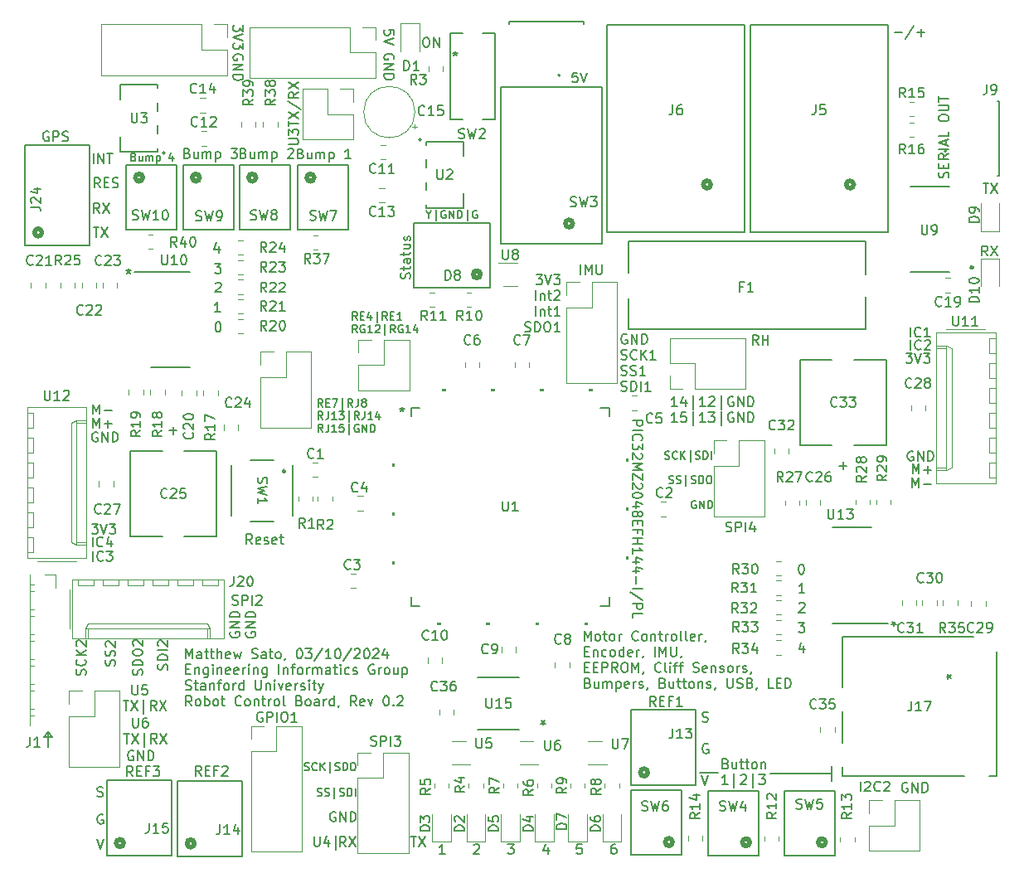
<source format=gbr>
%TF.GenerationSoftware,KiCad,Pcbnew,7.0.6*%
%TF.CreationDate,2024-03-10T14:45:18-07:00*%
%TF.ProjectId,MainBoard,4d61696e-426f-4617-9264-2e6b69636164,0.2*%
%TF.SameCoordinates,Original*%
%TF.FileFunction,Legend,Top*%
%TF.FilePolarity,Positive*%
%FSLAX46Y46*%
G04 Gerber Fmt 4.6, Leading zero omitted, Abs format (unit mm)*
G04 Created by KiCad (PCBNEW 7.0.6) date 2024-03-10 14:45:18*
%MOMM*%
%LPD*%
G01*
G04 APERTURE LIST*
%ADD10C,0.150000*%
%ADD11C,0.120000*%
%ADD12C,0.152400*%
%ADD13C,0.508000*%
%ADD14C,0.200000*%
%ADD15C,0.127000*%
%ADD16C,0.300000*%
%ADD17C,0.254000*%
G04 APERTURE END LIST*
D10*
X227310588Y-114417438D02*
X227215350Y-114369819D01*
X227215350Y-114369819D02*
X227072493Y-114369819D01*
X227072493Y-114369819D02*
X226929636Y-114417438D01*
X226929636Y-114417438D02*
X226834398Y-114512676D01*
X226834398Y-114512676D02*
X226786779Y-114607914D01*
X226786779Y-114607914D02*
X226739160Y-114798390D01*
X226739160Y-114798390D02*
X226739160Y-114941247D01*
X226739160Y-114941247D02*
X226786779Y-115131723D01*
X226786779Y-115131723D02*
X226834398Y-115226961D01*
X226834398Y-115226961D02*
X226929636Y-115322200D01*
X226929636Y-115322200D02*
X227072493Y-115369819D01*
X227072493Y-115369819D02*
X227167731Y-115369819D01*
X227167731Y-115369819D02*
X227310588Y-115322200D01*
X227310588Y-115322200D02*
X227358207Y-115274580D01*
X227358207Y-115274580D02*
X227358207Y-114941247D01*
X227358207Y-114941247D02*
X227167731Y-114941247D01*
X227786779Y-115369819D02*
X227786779Y-114369819D01*
X227786779Y-114369819D02*
X228358207Y-115369819D01*
X228358207Y-115369819D02*
X228358207Y-114369819D01*
X228834398Y-115369819D02*
X228834398Y-114369819D01*
X228834398Y-114369819D02*
X229072493Y-114369819D01*
X229072493Y-114369819D02*
X229215350Y-114417438D01*
X229215350Y-114417438D02*
X229310588Y-114512676D01*
X229310588Y-114512676D02*
X229358207Y-114607914D01*
X229358207Y-114607914D02*
X229405826Y-114798390D01*
X229405826Y-114798390D02*
X229405826Y-114941247D01*
X229405826Y-114941247D02*
X229358207Y-115131723D01*
X229358207Y-115131723D02*
X229310588Y-115226961D01*
X229310588Y-115226961D02*
X229215350Y-115322200D01*
X229215350Y-115322200D02*
X229072493Y-115369819D01*
X229072493Y-115369819D02*
X228834398Y-115369819D01*
X226739160Y-116932200D02*
X226882017Y-116979819D01*
X226882017Y-116979819D02*
X227120112Y-116979819D01*
X227120112Y-116979819D02*
X227215350Y-116932200D01*
X227215350Y-116932200D02*
X227262969Y-116884580D01*
X227262969Y-116884580D02*
X227310588Y-116789342D01*
X227310588Y-116789342D02*
X227310588Y-116694104D01*
X227310588Y-116694104D02*
X227262969Y-116598866D01*
X227262969Y-116598866D02*
X227215350Y-116551247D01*
X227215350Y-116551247D02*
X227120112Y-116503628D01*
X227120112Y-116503628D02*
X226929636Y-116456009D01*
X226929636Y-116456009D02*
X226834398Y-116408390D01*
X226834398Y-116408390D02*
X226786779Y-116360771D01*
X226786779Y-116360771D02*
X226739160Y-116265533D01*
X226739160Y-116265533D02*
X226739160Y-116170295D01*
X226739160Y-116170295D02*
X226786779Y-116075057D01*
X226786779Y-116075057D02*
X226834398Y-116027438D01*
X226834398Y-116027438D02*
X226929636Y-115979819D01*
X226929636Y-115979819D02*
X227167731Y-115979819D01*
X227167731Y-115979819D02*
X227310588Y-116027438D01*
X228310588Y-116884580D02*
X228262969Y-116932200D01*
X228262969Y-116932200D02*
X228120112Y-116979819D01*
X228120112Y-116979819D02*
X228024874Y-116979819D01*
X228024874Y-116979819D02*
X227882017Y-116932200D01*
X227882017Y-116932200D02*
X227786779Y-116836961D01*
X227786779Y-116836961D02*
X227739160Y-116741723D01*
X227739160Y-116741723D02*
X227691541Y-116551247D01*
X227691541Y-116551247D02*
X227691541Y-116408390D01*
X227691541Y-116408390D02*
X227739160Y-116217914D01*
X227739160Y-116217914D02*
X227786779Y-116122676D01*
X227786779Y-116122676D02*
X227882017Y-116027438D01*
X227882017Y-116027438D02*
X228024874Y-115979819D01*
X228024874Y-115979819D02*
X228120112Y-115979819D01*
X228120112Y-115979819D02*
X228262969Y-116027438D01*
X228262969Y-116027438D02*
X228310588Y-116075057D01*
X228739160Y-116979819D02*
X228739160Y-115979819D01*
X229310588Y-116979819D02*
X228882017Y-116408390D01*
X229310588Y-115979819D02*
X228739160Y-116551247D01*
X230262969Y-116979819D02*
X229691541Y-116979819D01*
X229977255Y-116979819D02*
X229977255Y-115979819D01*
X229977255Y-115979819D02*
X229882017Y-116122676D01*
X229882017Y-116122676D02*
X229786779Y-116217914D01*
X229786779Y-116217914D02*
X229691541Y-116265533D01*
X226739160Y-118542200D02*
X226882017Y-118589819D01*
X226882017Y-118589819D02*
X227120112Y-118589819D01*
X227120112Y-118589819D02*
X227215350Y-118542200D01*
X227215350Y-118542200D02*
X227262969Y-118494580D01*
X227262969Y-118494580D02*
X227310588Y-118399342D01*
X227310588Y-118399342D02*
X227310588Y-118304104D01*
X227310588Y-118304104D02*
X227262969Y-118208866D01*
X227262969Y-118208866D02*
X227215350Y-118161247D01*
X227215350Y-118161247D02*
X227120112Y-118113628D01*
X227120112Y-118113628D02*
X226929636Y-118066009D01*
X226929636Y-118066009D02*
X226834398Y-118018390D01*
X226834398Y-118018390D02*
X226786779Y-117970771D01*
X226786779Y-117970771D02*
X226739160Y-117875533D01*
X226739160Y-117875533D02*
X226739160Y-117780295D01*
X226739160Y-117780295D02*
X226786779Y-117685057D01*
X226786779Y-117685057D02*
X226834398Y-117637438D01*
X226834398Y-117637438D02*
X226929636Y-117589819D01*
X226929636Y-117589819D02*
X227167731Y-117589819D01*
X227167731Y-117589819D02*
X227310588Y-117637438D01*
X227691541Y-118542200D02*
X227834398Y-118589819D01*
X227834398Y-118589819D02*
X228072493Y-118589819D01*
X228072493Y-118589819D02*
X228167731Y-118542200D01*
X228167731Y-118542200D02*
X228215350Y-118494580D01*
X228215350Y-118494580D02*
X228262969Y-118399342D01*
X228262969Y-118399342D02*
X228262969Y-118304104D01*
X228262969Y-118304104D02*
X228215350Y-118208866D01*
X228215350Y-118208866D02*
X228167731Y-118161247D01*
X228167731Y-118161247D02*
X228072493Y-118113628D01*
X228072493Y-118113628D02*
X227882017Y-118066009D01*
X227882017Y-118066009D02*
X227786779Y-118018390D01*
X227786779Y-118018390D02*
X227739160Y-117970771D01*
X227739160Y-117970771D02*
X227691541Y-117875533D01*
X227691541Y-117875533D02*
X227691541Y-117780295D01*
X227691541Y-117780295D02*
X227739160Y-117685057D01*
X227739160Y-117685057D02*
X227786779Y-117637438D01*
X227786779Y-117637438D02*
X227882017Y-117589819D01*
X227882017Y-117589819D02*
X228120112Y-117589819D01*
X228120112Y-117589819D02*
X228262969Y-117637438D01*
X229215350Y-118589819D02*
X228643922Y-118589819D01*
X228929636Y-118589819D02*
X228929636Y-117589819D01*
X228929636Y-117589819D02*
X228834398Y-117732676D01*
X228834398Y-117732676D02*
X228739160Y-117827914D01*
X228739160Y-117827914D02*
X228643922Y-117875533D01*
X226739160Y-120152200D02*
X226882017Y-120199819D01*
X226882017Y-120199819D02*
X227120112Y-120199819D01*
X227120112Y-120199819D02*
X227215350Y-120152200D01*
X227215350Y-120152200D02*
X227262969Y-120104580D01*
X227262969Y-120104580D02*
X227310588Y-120009342D01*
X227310588Y-120009342D02*
X227310588Y-119914104D01*
X227310588Y-119914104D02*
X227262969Y-119818866D01*
X227262969Y-119818866D02*
X227215350Y-119771247D01*
X227215350Y-119771247D02*
X227120112Y-119723628D01*
X227120112Y-119723628D02*
X226929636Y-119676009D01*
X226929636Y-119676009D02*
X226834398Y-119628390D01*
X226834398Y-119628390D02*
X226786779Y-119580771D01*
X226786779Y-119580771D02*
X226739160Y-119485533D01*
X226739160Y-119485533D02*
X226739160Y-119390295D01*
X226739160Y-119390295D02*
X226786779Y-119295057D01*
X226786779Y-119295057D02*
X226834398Y-119247438D01*
X226834398Y-119247438D02*
X226929636Y-119199819D01*
X226929636Y-119199819D02*
X227167731Y-119199819D01*
X227167731Y-119199819D02*
X227310588Y-119247438D01*
X227739160Y-120199819D02*
X227739160Y-119199819D01*
X227739160Y-119199819D02*
X227977255Y-119199819D01*
X227977255Y-119199819D02*
X228120112Y-119247438D01*
X228120112Y-119247438D02*
X228215350Y-119342676D01*
X228215350Y-119342676D02*
X228262969Y-119437914D01*
X228262969Y-119437914D02*
X228310588Y-119628390D01*
X228310588Y-119628390D02*
X228310588Y-119771247D01*
X228310588Y-119771247D02*
X228262969Y-119961723D01*
X228262969Y-119961723D02*
X228215350Y-120056961D01*
X228215350Y-120056961D02*
X228120112Y-120152200D01*
X228120112Y-120152200D02*
X227977255Y-120199819D01*
X227977255Y-120199819D02*
X227739160Y-120199819D01*
X228739160Y-120199819D02*
X228739160Y-119199819D01*
X229739159Y-120199819D02*
X229167731Y-120199819D01*
X229453445Y-120199819D02*
X229453445Y-119199819D01*
X229453445Y-119199819D02*
X229358207Y-119342676D01*
X229358207Y-119342676D02*
X229262969Y-119437914D01*
X229262969Y-119437914D02*
X229167731Y-119485533D01*
X218052268Y-108309819D02*
X218671315Y-108309819D01*
X218671315Y-108309819D02*
X218337982Y-108690771D01*
X218337982Y-108690771D02*
X218480839Y-108690771D01*
X218480839Y-108690771D02*
X218576077Y-108738390D01*
X218576077Y-108738390D02*
X218623696Y-108786009D01*
X218623696Y-108786009D02*
X218671315Y-108881247D01*
X218671315Y-108881247D02*
X218671315Y-109119342D01*
X218671315Y-109119342D02*
X218623696Y-109214580D01*
X218623696Y-109214580D02*
X218576077Y-109262200D01*
X218576077Y-109262200D02*
X218480839Y-109309819D01*
X218480839Y-109309819D02*
X218195125Y-109309819D01*
X218195125Y-109309819D02*
X218099887Y-109262200D01*
X218099887Y-109262200D02*
X218052268Y-109214580D01*
X218957030Y-108309819D02*
X219290363Y-109309819D01*
X219290363Y-109309819D02*
X219623696Y-108309819D01*
X219861792Y-108309819D02*
X220480839Y-108309819D01*
X220480839Y-108309819D02*
X220147506Y-108690771D01*
X220147506Y-108690771D02*
X220290363Y-108690771D01*
X220290363Y-108690771D02*
X220385601Y-108738390D01*
X220385601Y-108738390D02*
X220433220Y-108786009D01*
X220433220Y-108786009D02*
X220480839Y-108881247D01*
X220480839Y-108881247D02*
X220480839Y-109119342D01*
X220480839Y-109119342D02*
X220433220Y-109214580D01*
X220433220Y-109214580D02*
X220385601Y-109262200D01*
X220385601Y-109262200D02*
X220290363Y-109309819D01*
X220290363Y-109309819D02*
X220004649Y-109309819D01*
X220004649Y-109309819D02*
X219909411Y-109262200D01*
X219909411Y-109262200D02*
X219861792Y-109214580D01*
X218004649Y-110919819D02*
X218004649Y-109919819D01*
X218480839Y-110253152D02*
X218480839Y-110919819D01*
X218480839Y-110348390D02*
X218528458Y-110300771D01*
X218528458Y-110300771D02*
X218623696Y-110253152D01*
X218623696Y-110253152D02*
X218766553Y-110253152D01*
X218766553Y-110253152D02*
X218861791Y-110300771D01*
X218861791Y-110300771D02*
X218909410Y-110396009D01*
X218909410Y-110396009D02*
X218909410Y-110919819D01*
X219242744Y-110253152D02*
X219623696Y-110253152D01*
X219385601Y-109919819D02*
X219385601Y-110776961D01*
X219385601Y-110776961D02*
X219433220Y-110872200D01*
X219433220Y-110872200D02*
X219528458Y-110919819D01*
X219528458Y-110919819D02*
X219623696Y-110919819D01*
X219909411Y-110015057D02*
X219957030Y-109967438D01*
X219957030Y-109967438D02*
X220052268Y-109919819D01*
X220052268Y-109919819D02*
X220290363Y-109919819D01*
X220290363Y-109919819D02*
X220385601Y-109967438D01*
X220385601Y-109967438D02*
X220433220Y-110015057D01*
X220433220Y-110015057D02*
X220480839Y-110110295D01*
X220480839Y-110110295D02*
X220480839Y-110205533D01*
X220480839Y-110205533D02*
X220433220Y-110348390D01*
X220433220Y-110348390D02*
X219861792Y-110919819D01*
X219861792Y-110919819D02*
X220480839Y-110919819D01*
X218004649Y-112529819D02*
X218004649Y-111529819D01*
X218480839Y-111863152D02*
X218480839Y-112529819D01*
X218480839Y-111958390D02*
X218528458Y-111910771D01*
X218528458Y-111910771D02*
X218623696Y-111863152D01*
X218623696Y-111863152D02*
X218766553Y-111863152D01*
X218766553Y-111863152D02*
X218861791Y-111910771D01*
X218861791Y-111910771D02*
X218909410Y-112006009D01*
X218909410Y-112006009D02*
X218909410Y-112529819D01*
X219242744Y-111863152D02*
X219623696Y-111863152D01*
X219385601Y-111529819D02*
X219385601Y-112386961D01*
X219385601Y-112386961D02*
X219433220Y-112482200D01*
X219433220Y-112482200D02*
X219528458Y-112529819D01*
X219528458Y-112529819D02*
X219623696Y-112529819D01*
X220480839Y-112529819D02*
X219909411Y-112529819D01*
X220195125Y-112529819D02*
X220195125Y-111529819D01*
X220195125Y-111529819D02*
X220099887Y-111672676D01*
X220099887Y-111672676D02*
X220004649Y-111767914D01*
X220004649Y-111767914D02*
X219909411Y-111815533D01*
X216909411Y-114092200D02*
X217052268Y-114139819D01*
X217052268Y-114139819D02*
X217290363Y-114139819D01*
X217290363Y-114139819D02*
X217385601Y-114092200D01*
X217385601Y-114092200D02*
X217433220Y-114044580D01*
X217433220Y-114044580D02*
X217480839Y-113949342D01*
X217480839Y-113949342D02*
X217480839Y-113854104D01*
X217480839Y-113854104D02*
X217433220Y-113758866D01*
X217433220Y-113758866D02*
X217385601Y-113711247D01*
X217385601Y-113711247D02*
X217290363Y-113663628D01*
X217290363Y-113663628D02*
X217099887Y-113616009D01*
X217099887Y-113616009D02*
X217004649Y-113568390D01*
X217004649Y-113568390D02*
X216957030Y-113520771D01*
X216957030Y-113520771D02*
X216909411Y-113425533D01*
X216909411Y-113425533D02*
X216909411Y-113330295D01*
X216909411Y-113330295D02*
X216957030Y-113235057D01*
X216957030Y-113235057D02*
X217004649Y-113187438D01*
X217004649Y-113187438D02*
X217099887Y-113139819D01*
X217099887Y-113139819D02*
X217337982Y-113139819D01*
X217337982Y-113139819D02*
X217480839Y-113187438D01*
X217909411Y-114139819D02*
X217909411Y-113139819D01*
X217909411Y-113139819D02*
X218147506Y-113139819D01*
X218147506Y-113139819D02*
X218290363Y-113187438D01*
X218290363Y-113187438D02*
X218385601Y-113282676D01*
X218385601Y-113282676D02*
X218433220Y-113377914D01*
X218433220Y-113377914D02*
X218480839Y-113568390D01*
X218480839Y-113568390D02*
X218480839Y-113711247D01*
X218480839Y-113711247D02*
X218433220Y-113901723D01*
X218433220Y-113901723D02*
X218385601Y-113996961D01*
X218385601Y-113996961D02*
X218290363Y-114092200D01*
X218290363Y-114092200D02*
X218147506Y-114139819D01*
X218147506Y-114139819D02*
X217909411Y-114139819D01*
X219099887Y-113139819D02*
X219290363Y-113139819D01*
X219290363Y-113139819D02*
X219385601Y-113187438D01*
X219385601Y-113187438D02*
X219480839Y-113282676D01*
X219480839Y-113282676D02*
X219528458Y-113473152D01*
X219528458Y-113473152D02*
X219528458Y-113806485D01*
X219528458Y-113806485D02*
X219480839Y-113996961D01*
X219480839Y-113996961D02*
X219385601Y-114092200D01*
X219385601Y-114092200D02*
X219290363Y-114139819D01*
X219290363Y-114139819D02*
X219099887Y-114139819D01*
X219099887Y-114139819D02*
X219004649Y-114092200D01*
X219004649Y-114092200D02*
X218909411Y-113996961D01*
X218909411Y-113996961D02*
X218861792Y-113806485D01*
X218861792Y-113806485D02*
X218861792Y-113473152D01*
X218861792Y-113473152D02*
X218909411Y-113282676D01*
X218909411Y-113282676D02*
X219004649Y-113187438D01*
X219004649Y-113187438D02*
X219099887Y-113139819D01*
X220480839Y-114139819D02*
X219909411Y-114139819D01*
X220195125Y-114139819D02*
X220195125Y-113139819D01*
X220195125Y-113139819D02*
X220099887Y-113282676D01*
X220099887Y-113282676D02*
X220004649Y-113377914D01*
X220004649Y-113377914D02*
X219909411Y-113425533D01*
X248250000Y-159250000D02*
X248250000Y-160000000D01*
X167800000Y-155550000D02*
X168200000Y-155550000D01*
X168200000Y-156550000D02*
X168200000Y-155050000D01*
X248250000Y-159250000D02*
X248250000Y-158500000D01*
X242000000Y-159250000D02*
X248250000Y-159250000D01*
X168200000Y-155050000D02*
X167800000Y-155550000D01*
X168600000Y-155550000D02*
X168200000Y-155550000D01*
X236650000Y-159150000D02*
X234750000Y-159150000D01*
X168200000Y-155050000D02*
X168600000Y-155550000D01*
X260122200Y-98410839D02*
X260169819Y-98267982D01*
X260169819Y-98267982D02*
X260169819Y-98029887D01*
X260169819Y-98029887D02*
X260122200Y-97934649D01*
X260122200Y-97934649D02*
X260074580Y-97887030D01*
X260074580Y-97887030D02*
X259979342Y-97839411D01*
X259979342Y-97839411D02*
X259884104Y-97839411D01*
X259884104Y-97839411D02*
X259788866Y-97887030D01*
X259788866Y-97887030D02*
X259741247Y-97934649D01*
X259741247Y-97934649D02*
X259693628Y-98029887D01*
X259693628Y-98029887D02*
X259646009Y-98220363D01*
X259646009Y-98220363D02*
X259598390Y-98315601D01*
X259598390Y-98315601D02*
X259550771Y-98363220D01*
X259550771Y-98363220D02*
X259455533Y-98410839D01*
X259455533Y-98410839D02*
X259360295Y-98410839D01*
X259360295Y-98410839D02*
X259265057Y-98363220D01*
X259265057Y-98363220D02*
X259217438Y-98315601D01*
X259217438Y-98315601D02*
X259169819Y-98220363D01*
X259169819Y-98220363D02*
X259169819Y-97982268D01*
X259169819Y-97982268D02*
X259217438Y-97839411D01*
X259646009Y-97410839D02*
X259646009Y-97077506D01*
X260169819Y-96934649D02*
X260169819Y-97410839D01*
X260169819Y-97410839D02*
X259169819Y-97410839D01*
X259169819Y-97410839D02*
X259169819Y-96934649D01*
X260169819Y-95934649D02*
X259693628Y-96267982D01*
X260169819Y-96506077D02*
X259169819Y-96506077D01*
X259169819Y-96506077D02*
X259169819Y-96125125D01*
X259169819Y-96125125D02*
X259217438Y-96029887D01*
X259217438Y-96029887D02*
X259265057Y-95982268D01*
X259265057Y-95982268D02*
X259360295Y-95934649D01*
X259360295Y-95934649D02*
X259503152Y-95934649D01*
X259503152Y-95934649D02*
X259598390Y-95982268D01*
X259598390Y-95982268D02*
X259646009Y-96029887D01*
X259646009Y-96029887D02*
X259693628Y-96125125D01*
X259693628Y-96125125D02*
X259693628Y-96506077D01*
X260169819Y-95506077D02*
X259169819Y-95506077D01*
X259884104Y-95077506D02*
X259884104Y-94601316D01*
X260169819Y-95172744D02*
X259169819Y-94839411D01*
X259169819Y-94839411D02*
X260169819Y-94506078D01*
X260169819Y-93696554D02*
X260169819Y-94172744D01*
X260169819Y-94172744D02*
X259169819Y-94172744D01*
X259169819Y-92410839D02*
X259169819Y-92220363D01*
X259169819Y-92220363D02*
X259217438Y-92125125D01*
X259217438Y-92125125D02*
X259312676Y-92029887D01*
X259312676Y-92029887D02*
X259503152Y-91982268D01*
X259503152Y-91982268D02*
X259836485Y-91982268D01*
X259836485Y-91982268D02*
X260026961Y-92029887D01*
X260026961Y-92029887D02*
X260122200Y-92125125D01*
X260122200Y-92125125D02*
X260169819Y-92220363D01*
X260169819Y-92220363D02*
X260169819Y-92410839D01*
X260169819Y-92410839D02*
X260122200Y-92506077D01*
X260122200Y-92506077D02*
X260026961Y-92601315D01*
X260026961Y-92601315D02*
X259836485Y-92648934D01*
X259836485Y-92648934D02*
X259503152Y-92648934D01*
X259503152Y-92648934D02*
X259312676Y-92601315D01*
X259312676Y-92601315D02*
X259217438Y-92506077D01*
X259217438Y-92506077D02*
X259169819Y-92410839D01*
X259169819Y-91553696D02*
X259979342Y-91553696D01*
X259979342Y-91553696D02*
X260074580Y-91506077D01*
X260074580Y-91506077D02*
X260122200Y-91458458D01*
X260122200Y-91458458D02*
X260169819Y-91363220D01*
X260169819Y-91363220D02*
X260169819Y-91172744D01*
X260169819Y-91172744D02*
X260122200Y-91077506D01*
X260122200Y-91077506D02*
X260074580Y-91029887D01*
X260074580Y-91029887D02*
X259979342Y-90982268D01*
X259979342Y-90982268D02*
X259169819Y-90982268D01*
X259169819Y-90648934D02*
X259169819Y-90077506D01*
X260169819Y-90363220D02*
X259169819Y-90363220D01*
X176910588Y-156967438D02*
X176815350Y-156919819D01*
X176815350Y-156919819D02*
X176672493Y-156919819D01*
X176672493Y-156919819D02*
X176529636Y-156967438D01*
X176529636Y-156967438D02*
X176434398Y-157062676D01*
X176434398Y-157062676D02*
X176386779Y-157157914D01*
X176386779Y-157157914D02*
X176339160Y-157348390D01*
X176339160Y-157348390D02*
X176339160Y-157491247D01*
X176339160Y-157491247D02*
X176386779Y-157681723D01*
X176386779Y-157681723D02*
X176434398Y-157776961D01*
X176434398Y-157776961D02*
X176529636Y-157872200D01*
X176529636Y-157872200D02*
X176672493Y-157919819D01*
X176672493Y-157919819D02*
X176767731Y-157919819D01*
X176767731Y-157919819D02*
X176910588Y-157872200D01*
X176910588Y-157872200D02*
X176958207Y-157824580D01*
X176958207Y-157824580D02*
X176958207Y-157491247D01*
X176958207Y-157491247D02*
X176767731Y-157491247D01*
X177386779Y-157919819D02*
X177386779Y-156919819D01*
X177386779Y-156919819D02*
X177958207Y-157919819D01*
X177958207Y-157919819D02*
X177958207Y-156919819D01*
X178434398Y-157919819D02*
X178434398Y-156919819D01*
X178434398Y-156919819D02*
X178672493Y-156919819D01*
X178672493Y-156919819D02*
X178815350Y-156967438D01*
X178815350Y-156967438D02*
X178910588Y-157062676D01*
X178910588Y-157062676D02*
X178958207Y-157157914D01*
X178958207Y-157157914D02*
X179005826Y-157348390D01*
X179005826Y-157348390D02*
X179005826Y-157491247D01*
X179005826Y-157491247D02*
X178958207Y-157681723D01*
X178958207Y-157681723D02*
X178910588Y-157776961D01*
X178910588Y-157776961D02*
X178815350Y-157872200D01*
X178815350Y-157872200D02*
X178672493Y-157919819D01*
X178672493Y-157919819D02*
X178434398Y-157919819D01*
X176858207Y-159519819D02*
X176524874Y-159043628D01*
X176286779Y-159519819D02*
X176286779Y-158519819D01*
X176286779Y-158519819D02*
X176667731Y-158519819D01*
X176667731Y-158519819D02*
X176762969Y-158567438D01*
X176762969Y-158567438D02*
X176810588Y-158615057D01*
X176810588Y-158615057D02*
X176858207Y-158710295D01*
X176858207Y-158710295D02*
X176858207Y-158853152D01*
X176858207Y-158853152D02*
X176810588Y-158948390D01*
X176810588Y-158948390D02*
X176762969Y-158996009D01*
X176762969Y-158996009D02*
X176667731Y-159043628D01*
X176667731Y-159043628D02*
X176286779Y-159043628D01*
X177286779Y-158996009D02*
X177620112Y-158996009D01*
X177762969Y-159519819D02*
X177286779Y-159519819D01*
X177286779Y-159519819D02*
X177286779Y-158519819D01*
X177286779Y-158519819D02*
X177762969Y-158519819D01*
X178524874Y-158996009D02*
X178191541Y-158996009D01*
X178191541Y-159519819D02*
X178191541Y-158519819D01*
X178191541Y-158519819D02*
X178667731Y-158519819D01*
X178953446Y-158519819D02*
X179572493Y-158519819D01*
X179572493Y-158519819D02*
X179239160Y-158900771D01*
X179239160Y-158900771D02*
X179382017Y-158900771D01*
X179382017Y-158900771D02*
X179477255Y-158948390D01*
X179477255Y-158948390D02*
X179524874Y-158996009D01*
X179524874Y-158996009D02*
X179572493Y-159091247D01*
X179572493Y-159091247D02*
X179572493Y-159329342D01*
X179572493Y-159329342D02*
X179524874Y-159424580D01*
X179524874Y-159424580D02*
X179477255Y-159472200D01*
X179477255Y-159472200D02*
X179382017Y-159519819D01*
X179382017Y-159519819D02*
X179096303Y-159519819D01*
X179096303Y-159519819D02*
X179001065Y-159472200D01*
X179001065Y-159472200D02*
X178953446Y-159424580D01*
X203530180Y-83812969D02*
X203530180Y-83336779D01*
X203530180Y-83336779D02*
X203053990Y-83289160D01*
X203053990Y-83289160D02*
X203101609Y-83336779D01*
X203101609Y-83336779D02*
X203149228Y-83432017D01*
X203149228Y-83432017D02*
X203149228Y-83670112D01*
X203149228Y-83670112D02*
X203101609Y-83765350D01*
X203101609Y-83765350D02*
X203053990Y-83812969D01*
X203053990Y-83812969D02*
X202958752Y-83860588D01*
X202958752Y-83860588D02*
X202720657Y-83860588D01*
X202720657Y-83860588D02*
X202625419Y-83812969D01*
X202625419Y-83812969D02*
X202577800Y-83765350D01*
X202577800Y-83765350D02*
X202530180Y-83670112D01*
X202530180Y-83670112D02*
X202530180Y-83432017D01*
X202530180Y-83432017D02*
X202577800Y-83336779D01*
X202577800Y-83336779D02*
X202625419Y-83289160D01*
X203530180Y-84146303D02*
X202530180Y-84479636D01*
X202530180Y-84479636D02*
X203530180Y-84812969D01*
X176798684Y-150209819D02*
X176798684Y-151019342D01*
X176798684Y-151019342D02*
X176846303Y-151114580D01*
X176846303Y-151114580D02*
X176893922Y-151162200D01*
X176893922Y-151162200D02*
X176989160Y-151209819D01*
X176989160Y-151209819D02*
X177179636Y-151209819D01*
X177179636Y-151209819D02*
X177274874Y-151162200D01*
X177274874Y-151162200D02*
X177322493Y-151114580D01*
X177322493Y-151114580D02*
X177370112Y-151019342D01*
X177370112Y-151019342D02*
X177370112Y-150209819D01*
X178322493Y-150209819D02*
X177846303Y-150209819D01*
X177846303Y-150209819D02*
X177798684Y-150686009D01*
X177798684Y-150686009D02*
X177846303Y-150638390D01*
X177846303Y-150638390D02*
X177941541Y-150590771D01*
X177941541Y-150590771D02*
X178179636Y-150590771D01*
X178179636Y-150590771D02*
X178274874Y-150638390D01*
X178274874Y-150638390D02*
X178322493Y-150686009D01*
X178322493Y-150686009D02*
X178370112Y-150781247D01*
X178370112Y-150781247D02*
X178370112Y-151019342D01*
X178370112Y-151019342D02*
X178322493Y-151114580D01*
X178322493Y-151114580D02*
X178274874Y-151162200D01*
X178274874Y-151162200D02*
X178179636Y-151209819D01*
X178179636Y-151209819D02*
X177941541Y-151209819D01*
X177941541Y-151209819D02*
X177846303Y-151162200D01*
X177846303Y-151162200D02*
X177798684Y-151114580D01*
X175893922Y-151819819D02*
X176465350Y-151819819D01*
X176179636Y-152819819D02*
X176179636Y-151819819D01*
X176703446Y-151819819D02*
X177370112Y-152819819D01*
X177370112Y-151819819D02*
X176703446Y-152819819D01*
X177989160Y-153153152D02*
X177989160Y-151724580D01*
X179274874Y-152819819D02*
X178941541Y-152343628D01*
X178703446Y-152819819D02*
X178703446Y-151819819D01*
X178703446Y-151819819D02*
X179084398Y-151819819D01*
X179084398Y-151819819D02*
X179179636Y-151867438D01*
X179179636Y-151867438D02*
X179227255Y-151915057D01*
X179227255Y-151915057D02*
X179274874Y-152010295D01*
X179274874Y-152010295D02*
X179274874Y-152153152D01*
X179274874Y-152153152D02*
X179227255Y-152248390D01*
X179227255Y-152248390D02*
X179179636Y-152296009D01*
X179179636Y-152296009D02*
X179084398Y-152343628D01*
X179084398Y-152343628D02*
X178703446Y-152343628D01*
X179608208Y-151819819D02*
X180274874Y-152819819D01*
X180274874Y-151819819D02*
X179608208Y-152819819D01*
X256535588Y-126367438D02*
X256440350Y-126319819D01*
X256440350Y-126319819D02*
X256297493Y-126319819D01*
X256297493Y-126319819D02*
X256154636Y-126367438D01*
X256154636Y-126367438D02*
X256059398Y-126462676D01*
X256059398Y-126462676D02*
X256011779Y-126557914D01*
X256011779Y-126557914D02*
X255964160Y-126748390D01*
X255964160Y-126748390D02*
X255964160Y-126891247D01*
X255964160Y-126891247D02*
X256011779Y-127081723D01*
X256011779Y-127081723D02*
X256059398Y-127176961D01*
X256059398Y-127176961D02*
X256154636Y-127272200D01*
X256154636Y-127272200D02*
X256297493Y-127319819D01*
X256297493Y-127319819D02*
X256392731Y-127319819D01*
X256392731Y-127319819D02*
X256535588Y-127272200D01*
X256535588Y-127272200D02*
X256583207Y-127224580D01*
X256583207Y-127224580D02*
X256583207Y-126891247D01*
X256583207Y-126891247D02*
X256392731Y-126891247D01*
X257011779Y-127319819D02*
X257011779Y-126319819D01*
X257011779Y-126319819D02*
X257583207Y-127319819D01*
X257583207Y-127319819D02*
X257583207Y-126319819D01*
X258059398Y-127319819D02*
X258059398Y-126319819D01*
X258059398Y-126319819D02*
X258297493Y-126319819D01*
X258297493Y-126319819D02*
X258440350Y-126367438D01*
X258440350Y-126367438D02*
X258535588Y-126462676D01*
X258535588Y-126462676D02*
X258583207Y-126557914D01*
X258583207Y-126557914D02*
X258630826Y-126748390D01*
X258630826Y-126748390D02*
X258630826Y-126891247D01*
X258630826Y-126891247D02*
X258583207Y-127081723D01*
X258583207Y-127081723D02*
X258535588Y-127176961D01*
X258535588Y-127176961D02*
X258440350Y-127272200D01*
X258440350Y-127272200D02*
X258297493Y-127319819D01*
X258297493Y-127319819D02*
X258059398Y-127319819D01*
X176955826Y-96275247D02*
X177070112Y-96313342D01*
X177070112Y-96313342D02*
X177108207Y-96351438D01*
X177108207Y-96351438D02*
X177146303Y-96427628D01*
X177146303Y-96427628D02*
X177146303Y-96541914D01*
X177146303Y-96541914D02*
X177108207Y-96618104D01*
X177108207Y-96618104D02*
X177070112Y-96656200D01*
X177070112Y-96656200D02*
X176993922Y-96694295D01*
X176993922Y-96694295D02*
X176689160Y-96694295D01*
X176689160Y-96694295D02*
X176689160Y-95894295D01*
X176689160Y-95894295D02*
X176955826Y-95894295D01*
X176955826Y-95894295D02*
X177032017Y-95932390D01*
X177032017Y-95932390D02*
X177070112Y-95970485D01*
X177070112Y-95970485D02*
X177108207Y-96046676D01*
X177108207Y-96046676D02*
X177108207Y-96122866D01*
X177108207Y-96122866D02*
X177070112Y-96199057D01*
X177070112Y-96199057D02*
X177032017Y-96237152D01*
X177032017Y-96237152D02*
X176955826Y-96275247D01*
X176955826Y-96275247D02*
X176689160Y-96275247D01*
X177832017Y-96160961D02*
X177832017Y-96694295D01*
X177489160Y-96160961D02*
X177489160Y-96580009D01*
X177489160Y-96580009D02*
X177527255Y-96656200D01*
X177527255Y-96656200D02*
X177603445Y-96694295D01*
X177603445Y-96694295D02*
X177717731Y-96694295D01*
X177717731Y-96694295D02*
X177793922Y-96656200D01*
X177793922Y-96656200D02*
X177832017Y-96618104D01*
X178212970Y-96694295D02*
X178212970Y-96160961D01*
X178212970Y-96237152D02*
X178251065Y-96199057D01*
X178251065Y-96199057D02*
X178327255Y-96160961D01*
X178327255Y-96160961D02*
X178441541Y-96160961D01*
X178441541Y-96160961D02*
X178517732Y-96199057D01*
X178517732Y-96199057D02*
X178555827Y-96275247D01*
X178555827Y-96275247D02*
X178555827Y-96694295D01*
X178555827Y-96275247D02*
X178593922Y-96199057D01*
X178593922Y-96199057D02*
X178670113Y-96160961D01*
X178670113Y-96160961D02*
X178784398Y-96160961D01*
X178784398Y-96160961D02*
X178860589Y-96199057D01*
X178860589Y-96199057D02*
X178898684Y-96275247D01*
X178898684Y-96275247D02*
X178898684Y-96694295D01*
X179279637Y-96160961D02*
X179279637Y-96960961D01*
X179279637Y-96199057D02*
X179355827Y-96160961D01*
X179355827Y-96160961D02*
X179508208Y-96160961D01*
X179508208Y-96160961D02*
X179584399Y-96199057D01*
X179584399Y-96199057D02*
X179622494Y-96237152D01*
X179622494Y-96237152D02*
X179660589Y-96313342D01*
X179660589Y-96313342D02*
X179660589Y-96541914D01*
X179660589Y-96541914D02*
X179622494Y-96618104D01*
X179622494Y-96618104D02*
X179584399Y-96656200D01*
X179584399Y-96656200D02*
X179508208Y-96694295D01*
X179508208Y-96694295D02*
X179355827Y-96694295D01*
X179355827Y-96694295D02*
X179279637Y-96656200D01*
X180955828Y-96160961D02*
X180955828Y-96694295D01*
X180765352Y-95856200D02*
X180574875Y-96427628D01*
X180574875Y-96427628D02*
X181070114Y-96427628D01*
X172811779Y-123944819D02*
X172811779Y-122944819D01*
X172811779Y-122944819D02*
X173145112Y-123659104D01*
X173145112Y-123659104D02*
X173478445Y-122944819D01*
X173478445Y-122944819D02*
X173478445Y-123944819D01*
X173954636Y-123563866D02*
X174716541Y-123563866D01*
X174335588Y-123944819D02*
X174335588Y-123182914D01*
X172761779Y-136094819D02*
X172761779Y-135094819D01*
X173809397Y-135999580D02*
X173761778Y-136047200D01*
X173761778Y-136047200D02*
X173618921Y-136094819D01*
X173618921Y-136094819D02*
X173523683Y-136094819D01*
X173523683Y-136094819D02*
X173380826Y-136047200D01*
X173380826Y-136047200D02*
X173285588Y-135951961D01*
X173285588Y-135951961D02*
X173237969Y-135856723D01*
X173237969Y-135856723D02*
X173190350Y-135666247D01*
X173190350Y-135666247D02*
X173190350Y-135523390D01*
X173190350Y-135523390D02*
X173237969Y-135332914D01*
X173237969Y-135332914D02*
X173285588Y-135237676D01*
X173285588Y-135237676D02*
X173380826Y-135142438D01*
X173380826Y-135142438D02*
X173523683Y-135094819D01*
X173523683Y-135094819D02*
X173618921Y-135094819D01*
X173618921Y-135094819D02*
X173761778Y-135142438D01*
X173761778Y-135142438D02*
X173809397Y-135190057D01*
X174666540Y-135428152D02*
X174666540Y-136094819D01*
X174428445Y-135047200D02*
X174190350Y-135761485D01*
X174190350Y-135761485D02*
X174809397Y-135761485D01*
X182420112Y-95896009D02*
X182562969Y-95943628D01*
X182562969Y-95943628D02*
X182610588Y-95991247D01*
X182610588Y-95991247D02*
X182658207Y-96086485D01*
X182658207Y-96086485D02*
X182658207Y-96229342D01*
X182658207Y-96229342D02*
X182610588Y-96324580D01*
X182610588Y-96324580D02*
X182562969Y-96372200D01*
X182562969Y-96372200D02*
X182467731Y-96419819D01*
X182467731Y-96419819D02*
X182086779Y-96419819D01*
X182086779Y-96419819D02*
X182086779Y-95419819D01*
X182086779Y-95419819D02*
X182420112Y-95419819D01*
X182420112Y-95419819D02*
X182515350Y-95467438D01*
X182515350Y-95467438D02*
X182562969Y-95515057D01*
X182562969Y-95515057D02*
X182610588Y-95610295D01*
X182610588Y-95610295D02*
X182610588Y-95705533D01*
X182610588Y-95705533D02*
X182562969Y-95800771D01*
X182562969Y-95800771D02*
X182515350Y-95848390D01*
X182515350Y-95848390D02*
X182420112Y-95896009D01*
X182420112Y-95896009D02*
X182086779Y-95896009D01*
X183515350Y-95753152D02*
X183515350Y-96419819D01*
X183086779Y-95753152D02*
X183086779Y-96276961D01*
X183086779Y-96276961D02*
X183134398Y-96372200D01*
X183134398Y-96372200D02*
X183229636Y-96419819D01*
X183229636Y-96419819D02*
X183372493Y-96419819D01*
X183372493Y-96419819D02*
X183467731Y-96372200D01*
X183467731Y-96372200D02*
X183515350Y-96324580D01*
X183991541Y-96419819D02*
X183991541Y-95753152D01*
X183991541Y-95848390D02*
X184039160Y-95800771D01*
X184039160Y-95800771D02*
X184134398Y-95753152D01*
X184134398Y-95753152D02*
X184277255Y-95753152D01*
X184277255Y-95753152D02*
X184372493Y-95800771D01*
X184372493Y-95800771D02*
X184420112Y-95896009D01*
X184420112Y-95896009D02*
X184420112Y-96419819D01*
X184420112Y-95896009D02*
X184467731Y-95800771D01*
X184467731Y-95800771D02*
X184562969Y-95753152D01*
X184562969Y-95753152D02*
X184705826Y-95753152D01*
X184705826Y-95753152D02*
X184801065Y-95800771D01*
X184801065Y-95800771D02*
X184848684Y-95896009D01*
X184848684Y-95896009D02*
X184848684Y-96419819D01*
X185324874Y-95753152D02*
X185324874Y-96753152D01*
X185324874Y-95800771D02*
X185420112Y-95753152D01*
X185420112Y-95753152D02*
X185610588Y-95753152D01*
X185610588Y-95753152D02*
X185705826Y-95800771D01*
X185705826Y-95800771D02*
X185753445Y-95848390D01*
X185753445Y-95848390D02*
X185801064Y-95943628D01*
X185801064Y-95943628D02*
X185801064Y-96229342D01*
X185801064Y-96229342D02*
X185753445Y-96324580D01*
X185753445Y-96324580D02*
X185705826Y-96372200D01*
X185705826Y-96372200D02*
X185610588Y-96419819D01*
X185610588Y-96419819D02*
X185420112Y-96419819D01*
X185420112Y-96419819D02*
X185324874Y-96372200D01*
X186896303Y-95419819D02*
X187515350Y-95419819D01*
X187515350Y-95419819D02*
X187182017Y-95800771D01*
X187182017Y-95800771D02*
X187324874Y-95800771D01*
X187324874Y-95800771D02*
X187420112Y-95848390D01*
X187420112Y-95848390D02*
X187467731Y-95896009D01*
X187467731Y-95896009D02*
X187515350Y-95991247D01*
X187515350Y-95991247D02*
X187515350Y-96229342D01*
X187515350Y-96229342D02*
X187467731Y-96324580D01*
X187467731Y-96324580D02*
X187420112Y-96372200D01*
X187420112Y-96372200D02*
X187324874Y-96419819D01*
X187324874Y-96419819D02*
X187039160Y-96419819D01*
X187039160Y-96419819D02*
X186943922Y-96372200D01*
X186943922Y-96372200D02*
X186896303Y-96324580D01*
X245102255Y-137894819D02*
X245197493Y-137894819D01*
X245197493Y-137894819D02*
X245292731Y-137942438D01*
X245292731Y-137942438D02*
X245340350Y-137990057D01*
X245340350Y-137990057D02*
X245387969Y-138085295D01*
X245387969Y-138085295D02*
X245435588Y-138275771D01*
X245435588Y-138275771D02*
X245435588Y-138513866D01*
X245435588Y-138513866D02*
X245387969Y-138704342D01*
X245387969Y-138704342D02*
X245340350Y-138799580D01*
X245340350Y-138799580D02*
X245292731Y-138847200D01*
X245292731Y-138847200D02*
X245197493Y-138894819D01*
X245197493Y-138894819D02*
X245102255Y-138894819D01*
X245102255Y-138894819D02*
X245007017Y-138847200D01*
X245007017Y-138847200D02*
X244959398Y-138799580D01*
X244959398Y-138799580D02*
X244911779Y-138704342D01*
X244911779Y-138704342D02*
X244864160Y-138513866D01*
X244864160Y-138513866D02*
X244864160Y-138275771D01*
X244864160Y-138275771D02*
X244911779Y-138085295D01*
X244911779Y-138085295D02*
X244959398Y-137990057D01*
X244959398Y-137990057D02*
X245007017Y-137942438D01*
X245007017Y-137942438D02*
X245102255Y-137894819D01*
X183858207Y-159469819D02*
X183524874Y-158993628D01*
X183286779Y-159469819D02*
X183286779Y-158469819D01*
X183286779Y-158469819D02*
X183667731Y-158469819D01*
X183667731Y-158469819D02*
X183762969Y-158517438D01*
X183762969Y-158517438D02*
X183810588Y-158565057D01*
X183810588Y-158565057D02*
X183858207Y-158660295D01*
X183858207Y-158660295D02*
X183858207Y-158803152D01*
X183858207Y-158803152D02*
X183810588Y-158898390D01*
X183810588Y-158898390D02*
X183762969Y-158946009D01*
X183762969Y-158946009D02*
X183667731Y-158993628D01*
X183667731Y-158993628D02*
X183286779Y-158993628D01*
X184286779Y-158946009D02*
X184620112Y-158946009D01*
X184762969Y-159469819D02*
X184286779Y-159469819D01*
X184286779Y-159469819D02*
X184286779Y-158469819D01*
X184286779Y-158469819D02*
X184762969Y-158469819D01*
X185524874Y-158946009D02*
X185191541Y-158946009D01*
X185191541Y-159469819D02*
X185191541Y-158469819D01*
X185191541Y-158469819D02*
X185667731Y-158469819D01*
X186001065Y-158565057D02*
X186048684Y-158517438D01*
X186048684Y-158517438D02*
X186143922Y-158469819D01*
X186143922Y-158469819D02*
X186382017Y-158469819D01*
X186382017Y-158469819D02*
X186477255Y-158517438D01*
X186477255Y-158517438D02*
X186524874Y-158565057D01*
X186524874Y-158565057D02*
X186572493Y-158660295D01*
X186572493Y-158660295D02*
X186572493Y-158755533D01*
X186572493Y-158755533D02*
X186524874Y-158898390D01*
X186524874Y-158898390D02*
X185953446Y-159469819D01*
X185953446Y-159469819D02*
X186572493Y-159469819D01*
X222262969Y-87669819D02*
X221786779Y-87669819D01*
X221786779Y-87669819D02*
X221739160Y-88146009D01*
X221739160Y-88146009D02*
X221786779Y-88098390D01*
X221786779Y-88098390D02*
X221882017Y-88050771D01*
X221882017Y-88050771D02*
X222120112Y-88050771D01*
X222120112Y-88050771D02*
X222215350Y-88098390D01*
X222215350Y-88098390D02*
X222262969Y-88146009D01*
X222262969Y-88146009D02*
X222310588Y-88241247D01*
X222310588Y-88241247D02*
X222310588Y-88479342D01*
X222310588Y-88479342D02*
X222262969Y-88574580D01*
X222262969Y-88574580D02*
X222215350Y-88622200D01*
X222215350Y-88622200D02*
X222120112Y-88669819D01*
X222120112Y-88669819D02*
X221882017Y-88669819D01*
X221882017Y-88669819D02*
X221786779Y-88622200D01*
X221786779Y-88622200D02*
X221739160Y-88574580D01*
X222596303Y-87669819D02*
X222929636Y-88669819D01*
X222929636Y-88669819D02*
X223262969Y-87669819D01*
X189058207Y-135819818D02*
X188724874Y-135343627D01*
X188486779Y-135819818D02*
X188486779Y-134819818D01*
X188486779Y-134819818D02*
X188867731Y-134819818D01*
X188867731Y-134819818D02*
X188962969Y-134867437D01*
X188962969Y-134867437D02*
X189010588Y-134915056D01*
X189010588Y-134915056D02*
X189058207Y-135010294D01*
X189058207Y-135010294D02*
X189058207Y-135153151D01*
X189058207Y-135153151D02*
X189010588Y-135248389D01*
X189010588Y-135248389D02*
X188962969Y-135296008D01*
X188962969Y-135296008D02*
X188867731Y-135343627D01*
X188867731Y-135343627D02*
X188486779Y-135343627D01*
X189867731Y-135772199D02*
X189772493Y-135819818D01*
X189772493Y-135819818D02*
X189582017Y-135819818D01*
X189582017Y-135819818D02*
X189486779Y-135772199D01*
X189486779Y-135772199D02*
X189439160Y-135676960D01*
X189439160Y-135676960D02*
X189439160Y-135296008D01*
X189439160Y-135296008D02*
X189486779Y-135200770D01*
X189486779Y-135200770D02*
X189582017Y-135153151D01*
X189582017Y-135153151D02*
X189772493Y-135153151D01*
X189772493Y-135153151D02*
X189867731Y-135200770D01*
X189867731Y-135200770D02*
X189915350Y-135296008D01*
X189915350Y-135296008D02*
X189915350Y-135391246D01*
X189915350Y-135391246D02*
X189439160Y-135486484D01*
X190296303Y-135772199D02*
X190391541Y-135819818D01*
X190391541Y-135819818D02*
X190582017Y-135819818D01*
X190582017Y-135819818D02*
X190677255Y-135772199D01*
X190677255Y-135772199D02*
X190724874Y-135676960D01*
X190724874Y-135676960D02*
X190724874Y-135629341D01*
X190724874Y-135629341D02*
X190677255Y-135534103D01*
X190677255Y-135534103D02*
X190582017Y-135486484D01*
X190582017Y-135486484D02*
X190439160Y-135486484D01*
X190439160Y-135486484D02*
X190343922Y-135438865D01*
X190343922Y-135438865D02*
X190296303Y-135343627D01*
X190296303Y-135343627D02*
X190296303Y-135296008D01*
X190296303Y-135296008D02*
X190343922Y-135200770D01*
X190343922Y-135200770D02*
X190439160Y-135153151D01*
X190439160Y-135153151D02*
X190582017Y-135153151D01*
X190582017Y-135153151D02*
X190677255Y-135200770D01*
X191534398Y-135772199D02*
X191439160Y-135819818D01*
X191439160Y-135819818D02*
X191248684Y-135819818D01*
X191248684Y-135819818D02*
X191153446Y-135772199D01*
X191153446Y-135772199D02*
X191105827Y-135676960D01*
X191105827Y-135676960D02*
X191105827Y-135296008D01*
X191105827Y-135296008D02*
X191153446Y-135200770D01*
X191153446Y-135200770D02*
X191248684Y-135153151D01*
X191248684Y-135153151D02*
X191439160Y-135153151D01*
X191439160Y-135153151D02*
X191534398Y-135200770D01*
X191534398Y-135200770D02*
X191582017Y-135296008D01*
X191582017Y-135296008D02*
X191582017Y-135391246D01*
X191582017Y-135391246D02*
X191105827Y-135486484D01*
X191867732Y-135153151D02*
X192248684Y-135153151D01*
X192010589Y-134819818D02*
X192010589Y-135676960D01*
X192010589Y-135676960D02*
X192058208Y-135772199D01*
X192058208Y-135772199D02*
X192153446Y-135819818D01*
X192153446Y-135819818D02*
X192248684Y-135819818D01*
X186832438Y-144814411D02*
X186784819Y-144909649D01*
X186784819Y-144909649D02*
X186784819Y-145052506D01*
X186784819Y-145052506D02*
X186832438Y-145195363D01*
X186832438Y-145195363D02*
X186927676Y-145290601D01*
X186927676Y-145290601D02*
X187022914Y-145338220D01*
X187022914Y-145338220D02*
X187213390Y-145385839D01*
X187213390Y-145385839D02*
X187356247Y-145385839D01*
X187356247Y-145385839D02*
X187546723Y-145338220D01*
X187546723Y-145338220D02*
X187641961Y-145290601D01*
X187641961Y-145290601D02*
X187737200Y-145195363D01*
X187737200Y-145195363D02*
X187784819Y-145052506D01*
X187784819Y-145052506D02*
X187784819Y-144957268D01*
X187784819Y-144957268D02*
X187737200Y-144814411D01*
X187737200Y-144814411D02*
X187689580Y-144766792D01*
X187689580Y-144766792D02*
X187356247Y-144766792D01*
X187356247Y-144766792D02*
X187356247Y-144957268D01*
X187784819Y-144338220D02*
X186784819Y-144338220D01*
X186784819Y-144338220D02*
X187784819Y-143766792D01*
X187784819Y-143766792D02*
X186784819Y-143766792D01*
X187784819Y-143290601D02*
X186784819Y-143290601D01*
X186784819Y-143290601D02*
X186784819Y-143052506D01*
X186784819Y-143052506D02*
X186832438Y-142909649D01*
X186832438Y-142909649D02*
X186927676Y-142814411D01*
X186927676Y-142814411D02*
X187022914Y-142766792D01*
X187022914Y-142766792D02*
X187213390Y-142719173D01*
X187213390Y-142719173D02*
X187356247Y-142719173D01*
X187356247Y-142719173D02*
X187546723Y-142766792D01*
X187546723Y-142766792D02*
X187641961Y-142814411D01*
X187641961Y-142814411D02*
X187737200Y-142909649D01*
X187737200Y-142909649D02*
X187784819Y-143052506D01*
X187784819Y-143052506D02*
X187784819Y-143290601D01*
X188442438Y-144814411D02*
X188394819Y-144909649D01*
X188394819Y-144909649D02*
X188394819Y-145052506D01*
X188394819Y-145052506D02*
X188442438Y-145195363D01*
X188442438Y-145195363D02*
X188537676Y-145290601D01*
X188537676Y-145290601D02*
X188632914Y-145338220D01*
X188632914Y-145338220D02*
X188823390Y-145385839D01*
X188823390Y-145385839D02*
X188966247Y-145385839D01*
X188966247Y-145385839D02*
X189156723Y-145338220D01*
X189156723Y-145338220D02*
X189251961Y-145290601D01*
X189251961Y-145290601D02*
X189347200Y-145195363D01*
X189347200Y-145195363D02*
X189394819Y-145052506D01*
X189394819Y-145052506D02*
X189394819Y-144957268D01*
X189394819Y-144957268D02*
X189347200Y-144814411D01*
X189347200Y-144814411D02*
X189299580Y-144766792D01*
X189299580Y-144766792D02*
X188966247Y-144766792D01*
X188966247Y-144766792D02*
X188966247Y-144957268D01*
X189394819Y-144338220D02*
X188394819Y-144338220D01*
X188394819Y-144338220D02*
X189394819Y-143766792D01*
X189394819Y-143766792D02*
X188394819Y-143766792D01*
X189394819Y-143290601D02*
X188394819Y-143290601D01*
X188394819Y-143290601D02*
X188394819Y-143052506D01*
X188394819Y-143052506D02*
X188442438Y-142909649D01*
X188442438Y-142909649D02*
X188537676Y-142814411D01*
X188537676Y-142814411D02*
X188632914Y-142766792D01*
X188632914Y-142766792D02*
X188823390Y-142719173D01*
X188823390Y-142719173D02*
X188966247Y-142719173D01*
X188966247Y-142719173D02*
X189156723Y-142766792D01*
X189156723Y-142766792D02*
X189251961Y-142814411D01*
X189251961Y-142814411D02*
X189347200Y-142909649D01*
X189347200Y-142909649D02*
X189394819Y-143052506D01*
X189394819Y-143052506D02*
X189394819Y-143290601D01*
X182311779Y-147504819D02*
X182311779Y-146504819D01*
X182311779Y-146504819D02*
X182645112Y-147219104D01*
X182645112Y-147219104D02*
X182978445Y-146504819D01*
X182978445Y-146504819D02*
X182978445Y-147504819D01*
X183883207Y-147504819D02*
X183883207Y-146981009D01*
X183883207Y-146981009D02*
X183835588Y-146885771D01*
X183835588Y-146885771D02*
X183740350Y-146838152D01*
X183740350Y-146838152D02*
X183549874Y-146838152D01*
X183549874Y-146838152D02*
X183454636Y-146885771D01*
X183883207Y-147457200D02*
X183787969Y-147504819D01*
X183787969Y-147504819D02*
X183549874Y-147504819D01*
X183549874Y-147504819D02*
X183454636Y-147457200D01*
X183454636Y-147457200D02*
X183407017Y-147361961D01*
X183407017Y-147361961D02*
X183407017Y-147266723D01*
X183407017Y-147266723D02*
X183454636Y-147171485D01*
X183454636Y-147171485D02*
X183549874Y-147123866D01*
X183549874Y-147123866D02*
X183787969Y-147123866D01*
X183787969Y-147123866D02*
X183883207Y-147076247D01*
X184216541Y-146838152D02*
X184597493Y-146838152D01*
X184359398Y-146504819D02*
X184359398Y-147361961D01*
X184359398Y-147361961D02*
X184407017Y-147457200D01*
X184407017Y-147457200D02*
X184502255Y-147504819D01*
X184502255Y-147504819D02*
X184597493Y-147504819D01*
X184787970Y-146838152D02*
X185168922Y-146838152D01*
X184930827Y-146504819D02*
X184930827Y-147361961D01*
X184930827Y-147361961D02*
X184978446Y-147457200D01*
X184978446Y-147457200D02*
X185073684Y-147504819D01*
X185073684Y-147504819D02*
X185168922Y-147504819D01*
X185502256Y-147504819D02*
X185502256Y-146504819D01*
X185930827Y-147504819D02*
X185930827Y-146981009D01*
X185930827Y-146981009D02*
X185883208Y-146885771D01*
X185883208Y-146885771D02*
X185787970Y-146838152D01*
X185787970Y-146838152D02*
X185645113Y-146838152D01*
X185645113Y-146838152D02*
X185549875Y-146885771D01*
X185549875Y-146885771D02*
X185502256Y-146933390D01*
X186787970Y-147457200D02*
X186692732Y-147504819D01*
X186692732Y-147504819D02*
X186502256Y-147504819D01*
X186502256Y-147504819D02*
X186407018Y-147457200D01*
X186407018Y-147457200D02*
X186359399Y-147361961D01*
X186359399Y-147361961D02*
X186359399Y-146981009D01*
X186359399Y-146981009D02*
X186407018Y-146885771D01*
X186407018Y-146885771D02*
X186502256Y-146838152D01*
X186502256Y-146838152D02*
X186692732Y-146838152D01*
X186692732Y-146838152D02*
X186787970Y-146885771D01*
X186787970Y-146885771D02*
X186835589Y-146981009D01*
X186835589Y-146981009D02*
X186835589Y-147076247D01*
X186835589Y-147076247D02*
X186359399Y-147171485D01*
X187168923Y-146838152D02*
X187359399Y-147504819D01*
X187359399Y-147504819D02*
X187549875Y-147028628D01*
X187549875Y-147028628D02*
X187740351Y-147504819D01*
X187740351Y-147504819D02*
X187930827Y-146838152D01*
X189026066Y-147457200D02*
X189168923Y-147504819D01*
X189168923Y-147504819D02*
X189407018Y-147504819D01*
X189407018Y-147504819D02*
X189502256Y-147457200D01*
X189502256Y-147457200D02*
X189549875Y-147409580D01*
X189549875Y-147409580D02*
X189597494Y-147314342D01*
X189597494Y-147314342D02*
X189597494Y-147219104D01*
X189597494Y-147219104D02*
X189549875Y-147123866D01*
X189549875Y-147123866D02*
X189502256Y-147076247D01*
X189502256Y-147076247D02*
X189407018Y-147028628D01*
X189407018Y-147028628D02*
X189216542Y-146981009D01*
X189216542Y-146981009D02*
X189121304Y-146933390D01*
X189121304Y-146933390D02*
X189073685Y-146885771D01*
X189073685Y-146885771D02*
X189026066Y-146790533D01*
X189026066Y-146790533D02*
X189026066Y-146695295D01*
X189026066Y-146695295D02*
X189073685Y-146600057D01*
X189073685Y-146600057D02*
X189121304Y-146552438D01*
X189121304Y-146552438D02*
X189216542Y-146504819D01*
X189216542Y-146504819D02*
X189454637Y-146504819D01*
X189454637Y-146504819D02*
X189597494Y-146552438D01*
X190454637Y-147504819D02*
X190454637Y-146981009D01*
X190454637Y-146981009D02*
X190407018Y-146885771D01*
X190407018Y-146885771D02*
X190311780Y-146838152D01*
X190311780Y-146838152D02*
X190121304Y-146838152D01*
X190121304Y-146838152D02*
X190026066Y-146885771D01*
X190454637Y-147457200D02*
X190359399Y-147504819D01*
X190359399Y-147504819D02*
X190121304Y-147504819D01*
X190121304Y-147504819D02*
X190026066Y-147457200D01*
X190026066Y-147457200D02*
X189978447Y-147361961D01*
X189978447Y-147361961D02*
X189978447Y-147266723D01*
X189978447Y-147266723D02*
X190026066Y-147171485D01*
X190026066Y-147171485D02*
X190121304Y-147123866D01*
X190121304Y-147123866D02*
X190359399Y-147123866D01*
X190359399Y-147123866D02*
X190454637Y-147076247D01*
X190787971Y-146838152D02*
X191168923Y-146838152D01*
X190930828Y-146504819D02*
X190930828Y-147361961D01*
X190930828Y-147361961D02*
X190978447Y-147457200D01*
X190978447Y-147457200D02*
X191073685Y-147504819D01*
X191073685Y-147504819D02*
X191168923Y-147504819D01*
X191645114Y-147504819D02*
X191549876Y-147457200D01*
X191549876Y-147457200D02*
X191502257Y-147409580D01*
X191502257Y-147409580D02*
X191454638Y-147314342D01*
X191454638Y-147314342D02*
X191454638Y-147028628D01*
X191454638Y-147028628D02*
X191502257Y-146933390D01*
X191502257Y-146933390D02*
X191549876Y-146885771D01*
X191549876Y-146885771D02*
X191645114Y-146838152D01*
X191645114Y-146838152D02*
X191787971Y-146838152D01*
X191787971Y-146838152D02*
X191883209Y-146885771D01*
X191883209Y-146885771D02*
X191930828Y-146933390D01*
X191930828Y-146933390D02*
X191978447Y-147028628D01*
X191978447Y-147028628D02*
X191978447Y-147314342D01*
X191978447Y-147314342D02*
X191930828Y-147409580D01*
X191930828Y-147409580D02*
X191883209Y-147457200D01*
X191883209Y-147457200D02*
X191787971Y-147504819D01*
X191787971Y-147504819D02*
X191645114Y-147504819D01*
X192454638Y-147457200D02*
X192454638Y-147504819D01*
X192454638Y-147504819D02*
X192407019Y-147600057D01*
X192407019Y-147600057D02*
X192359400Y-147647676D01*
X193835590Y-146504819D02*
X193930828Y-146504819D01*
X193930828Y-146504819D02*
X194026066Y-146552438D01*
X194026066Y-146552438D02*
X194073685Y-146600057D01*
X194073685Y-146600057D02*
X194121304Y-146695295D01*
X194121304Y-146695295D02*
X194168923Y-146885771D01*
X194168923Y-146885771D02*
X194168923Y-147123866D01*
X194168923Y-147123866D02*
X194121304Y-147314342D01*
X194121304Y-147314342D02*
X194073685Y-147409580D01*
X194073685Y-147409580D02*
X194026066Y-147457200D01*
X194026066Y-147457200D02*
X193930828Y-147504819D01*
X193930828Y-147504819D02*
X193835590Y-147504819D01*
X193835590Y-147504819D02*
X193740352Y-147457200D01*
X193740352Y-147457200D02*
X193692733Y-147409580D01*
X193692733Y-147409580D02*
X193645114Y-147314342D01*
X193645114Y-147314342D02*
X193597495Y-147123866D01*
X193597495Y-147123866D02*
X193597495Y-146885771D01*
X193597495Y-146885771D02*
X193645114Y-146695295D01*
X193645114Y-146695295D02*
X193692733Y-146600057D01*
X193692733Y-146600057D02*
X193740352Y-146552438D01*
X193740352Y-146552438D02*
X193835590Y-146504819D01*
X194502257Y-146504819D02*
X195121304Y-146504819D01*
X195121304Y-146504819D02*
X194787971Y-146885771D01*
X194787971Y-146885771D02*
X194930828Y-146885771D01*
X194930828Y-146885771D02*
X195026066Y-146933390D01*
X195026066Y-146933390D02*
X195073685Y-146981009D01*
X195073685Y-146981009D02*
X195121304Y-147076247D01*
X195121304Y-147076247D02*
X195121304Y-147314342D01*
X195121304Y-147314342D02*
X195073685Y-147409580D01*
X195073685Y-147409580D02*
X195026066Y-147457200D01*
X195026066Y-147457200D02*
X194930828Y-147504819D01*
X194930828Y-147504819D02*
X194645114Y-147504819D01*
X194645114Y-147504819D02*
X194549876Y-147457200D01*
X194549876Y-147457200D02*
X194502257Y-147409580D01*
X196264161Y-146457200D02*
X195407019Y-147742914D01*
X197121304Y-147504819D02*
X196549876Y-147504819D01*
X196835590Y-147504819D02*
X196835590Y-146504819D01*
X196835590Y-146504819D02*
X196740352Y-146647676D01*
X196740352Y-146647676D02*
X196645114Y-146742914D01*
X196645114Y-146742914D02*
X196549876Y-146790533D01*
X197740352Y-146504819D02*
X197835590Y-146504819D01*
X197835590Y-146504819D02*
X197930828Y-146552438D01*
X197930828Y-146552438D02*
X197978447Y-146600057D01*
X197978447Y-146600057D02*
X198026066Y-146695295D01*
X198026066Y-146695295D02*
X198073685Y-146885771D01*
X198073685Y-146885771D02*
X198073685Y-147123866D01*
X198073685Y-147123866D02*
X198026066Y-147314342D01*
X198026066Y-147314342D02*
X197978447Y-147409580D01*
X197978447Y-147409580D02*
X197930828Y-147457200D01*
X197930828Y-147457200D02*
X197835590Y-147504819D01*
X197835590Y-147504819D02*
X197740352Y-147504819D01*
X197740352Y-147504819D02*
X197645114Y-147457200D01*
X197645114Y-147457200D02*
X197597495Y-147409580D01*
X197597495Y-147409580D02*
X197549876Y-147314342D01*
X197549876Y-147314342D02*
X197502257Y-147123866D01*
X197502257Y-147123866D02*
X197502257Y-146885771D01*
X197502257Y-146885771D02*
X197549876Y-146695295D01*
X197549876Y-146695295D02*
X197597495Y-146600057D01*
X197597495Y-146600057D02*
X197645114Y-146552438D01*
X197645114Y-146552438D02*
X197740352Y-146504819D01*
X199216542Y-146457200D02*
X198359400Y-147742914D01*
X199502257Y-146600057D02*
X199549876Y-146552438D01*
X199549876Y-146552438D02*
X199645114Y-146504819D01*
X199645114Y-146504819D02*
X199883209Y-146504819D01*
X199883209Y-146504819D02*
X199978447Y-146552438D01*
X199978447Y-146552438D02*
X200026066Y-146600057D01*
X200026066Y-146600057D02*
X200073685Y-146695295D01*
X200073685Y-146695295D02*
X200073685Y-146790533D01*
X200073685Y-146790533D02*
X200026066Y-146933390D01*
X200026066Y-146933390D02*
X199454638Y-147504819D01*
X199454638Y-147504819D02*
X200073685Y-147504819D01*
X200692733Y-146504819D02*
X200787971Y-146504819D01*
X200787971Y-146504819D02*
X200883209Y-146552438D01*
X200883209Y-146552438D02*
X200930828Y-146600057D01*
X200930828Y-146600057D02*
X200978447Y-146695295D01*
X200978447Y-146695295D02*
X201026066Y-146885771D01*
X201026066Y-146885771D02*
X201026066Y-147123866D01*
X201026066Y-147123866D02*
X200978447Y-147314342D01*
X200978447Y-147314342D02*
X200930828Y-147409580D01*
X200930828Y-147409580D02*
X200883209Y-147457200D01*
X200883209Y-147457200D02*
X200787971Y-147504819D01*
X200787971Y-147504819D02*
X200692733Y-147504819D01*
X200692733Y-147504819D02*
X200597495Y-147457200D01*
X200597495Y-147457200D02*
X200549876Y-147409580D01*
X200549876Y-147409580D02*
X200502257Y-147314342D01*
X200502257Y-147314342D02*
X200454638Y-147123866D01*
X200454638Y-147123866D02*
X200454638Y-146885771D01*
X200454638Y-146885771D02*
X200502257Y-146695295D01*
X200502257Y-146695295D02*
X200549876Y-146600057D01*
X200549876Y-146600057D02*
X200597495Y-146552438D01*
X200597495Y-146552438D02*
X200692733Y-146504819D01*
X201407019Y-146600057D02*
X201454638Y-146552438D01*
X201454638Y-146552438D02*
X201549876Y-146504819D01*
X201549876Y-146504819D02*
X201787971Y-146504819D01*
X201787971Y-146504819D02*
X201883209Y-146552438D01*
X201883209Y-146552438D02*
X201930828Y-146600057D01*
X201930828Y-146600057D02*
X201978447Y-146695295D01*
X201978447Y-146695295D02*
X201978447Y-146790533D01*
X201978447Y-146790533D02*
X201930828Y-146933390D01*
X201930828Y-146933390D02*
X201359400Y-147504819D01*
X201359400Y-147504819D02*
X201978447Y-147504819D01*
X202835590Y-146838152D02*
X202835590Y-147504819D01*
X202597495Y-146457200D02*
X202359400Y-147171485D01*
X202359400Y-147171485D02*
X202978447Y-147171485D01*
X182311779Y-148591009D02*
X182645112Y-148591009D01*
X182787969Y-149114819D02*
X182311779Y-149114819D01*
X182311779Y-149114819D02*
X182311779Y-148114819D01*
X182311779Y-148114819D02*
X182787969Y-148114819D01*
X183216541Y-148448152D02*
X183216541Y-149114819D01*
X183216541Y-148543390D02*
X183264160Y-148495771D01*
X183264160Y-148495771D02*
X183359398Y-148448152D01*
X183359398Y-148448152D02*
X183502255Y-148448152D01*
X183502255Y-148448152D02*
X183597493Y-148495771D01*
X183597493Y-148495771D02*
X183645112Y-148591009D01*
X183645112Y-148591009D02*
X183645112Y-149114819D01*
X184549874Y-148448152D02*
X184549874Y-149257676D01*
X184549874Y-149257676D02*
X184502255Y-149352914D01*
X184502255Y-149352914D02*
X184454636Y-149400533D01*
X184454636Y-149400533D02*
X184359398Y-149448152D01*
X184359398Y-149448152D02*
X184216541Y-149448152D01*
X184216541Y-149448152D02*
X184121303Y-149400533D01*
X184549874Y-149067200D02*
X184454636Y-149114819D01*
X184454636Y-149114819D02*
X184264160Y-149114819D01*
X184264160Y-149114819D02*
X184168922Y-149067200D01*
X184168922Y-149067200D02*
X184121303Y-149019580D01*
X184121303Y-149019580D02*
X184073684Y-148924342D01*
X184073684Y-148924342D02*
X184073684Y-148638628D01*
X184073684Y-148638628D02*
X184121303Y-148543390D01*
X184121303Y-148543390D02*
X184168922Y-148495771D01*
X184168922Y-148495771D02*
X184264160Y-148448152D01*
X184264160Y-148448152D02*
X184454636Y-148448152D01*
X184454636Y-148448152D02*
X184549874Y-148495771D01*
X185026065Y-149114819D02*
X185026065Y-148448152D01*
X185026065Y-148114819D02*
X184978446Y-148162438D01*
X184978446Y-148162438D02*
X185026065Y-148210057D01*
X185026065Y-148210057D02*
X185073684Y-148162438D01*
X185073684Y-148162438D02*
X185026065Y-148114819D01*
X185026065Y-148114819D02*
X185026065Y-148210057D01*
X185502255Y-148448152D02*
X185502255Y-149114819D01*
X185502255Y-148543390D02*
X185549874Y-148495771D01*
X185549874Y-148495771D02*
X185645112Y-148448152D01*
X185645112Y-148448152D02*
X185787969Y-148448152D01*
X185787969Y-148448152D02*
X185883207Y-148495771D01*
X185883207Y-148495771D02*
X185930826Y-148591009D01*
X185930826Y-148591009D02*
X185930826Y-149114819D01*
X186787969Y-149067200D02*
X186692731Y-149114819D01*
X186692731Y-149114819D02*
X186502255Y-149114819D01*
X186502255Y-149114819D02*
X186407017Y-149067200D01*
X186407017Y-149067200D02*
X186359398Y-148971961D01*
X186359398Y-148971961D02*
X186359398Y-148591009D01*
X186359398Y-148591009D02*
X186407017Y-148495771D01*
X186407017Y-148495771D02*
X186502255Y-148448152D01*
X186502255Y-148448152D02*
X186692731Y-148448152D01*
X186692731Y-148448152D02*
X186787969Y-148495771D01*
X186787969Y-148495771D02*
X186835588Y-148591009D01*
X186835588Y-148591009D02*
X186835588Y-148686247D01*
X186835588Y-148686247D02*
X186359398Y-148781485D01*
X187645112Y-149067200D02*
X187549874Y-149114819D01*
X187549874Y-149114819D02*
X187359398Y-149114819D01*
X187359398Y-149114819D02*
X187264160Y-149067200D01*
X187264160Y-149067200D02*
X187216541Y-148971961D01*
X187216541Y-148971961D02*
X187216541Y-148591009D01*
X187216541Y-148591009D02*
X187264160Y-148495771D01*
X187264160Y-148495771D02*
X187359398Y-148448152D01*
X187359398Y-148448152D02*
X187549874Y-148448152D01*
X187549874Y-148448152D02*
X187645112Y-148495771D01*
X187645112Y-148495771D02*
X187692731Y-148591009D01*
X187692731Y-148591009D02*
X187692731Y-148686247D01*
X187692731Y-148686247D02*
X187216541Y-148781485D01*
X188121303Y-149114819D02*
X188121303Y-148448152D01*
X188121303Y-148638628D02*
X188168922Y-148543390D01*
X188168922Y-148543390D02*
X188216541Y-148495771D01*
X188216541Y-148495771D02*
X188311779Y-148448152D01*
X188311779Y-148448152D02*
X188407017Y-148448152D01*
X188740351Y-149114819D02*
X188740351Y-148448152D01*
X188740351Y-148114819D02*
X188692732Y-148162438D01*
X188692732Y-148162438D02*
X188740351Y-148210057D01*
X188740351Y-148210057D02*
X188787970Y-148162438D01*
X188787970Y-148162438D02*
X188740351Y-148114819D01*
X188740351Y-148114819D02*
X188740351Y-148210057D01*
X189216541Y-148448152D02*
X189216541Y-149114819D01*
X189216541Y-148543390D02*
X189264160Y-148495771D01*
X189264160Y-148495771D02*
X189359398Y-148448152D01*
X189359398Y-148448152D02*
X189502255Y-148448152D01*
X189502255Y-148448152D02*
X189597493Y-148495771D01*
X189597493Y-148495771D02*
X189645112Y-148591009D01*
X189645112Y-148591009D02*
X189645112Y-149114819D01*
X190549874Y-148448152D02*
X190549874Y-149257676D01*
X190549874Y-149257676D02*
X190502255Y-149352914D01*
X190502255Y-149352914D02*
X190454636Y-149400533D01*
X190454636Y-149400533D02*
X190359398Y-149448152D01*
X190359398Y-149448152D02*
X190216541Y-149448152D01*
X190216541Y-149448152D02*
X190121303Y-149400533D01*
X190549874Y-149067200D02*
X190454636Y-149114819D01*
X190454636Y-149114819D02*
X190264160Y-149114819D01*
X190264160Y-149114819D02*
X190168922Y-149067200D01*
X190168922Y-149067200D02*
X190121303Y-149019580D01*
X190121303Y-149019580D02*
X190073684Y-148924342D01*
X190073684Y-148924342D02*
X190073684Y-148638628D01*
X190073684Y-148638628D02*
X190121303Y-148543390D01*
X190121303Y-148543390D02*
X190168922Y-148495771D01*
X190168922Y-148495771D02*
X190264160Y-148448152D01*
X190264160Y-148448152D02*
X190454636Y-148448152D01*
X190454636Y-148448152D02*
X190549874Y-148495771D01*
X191787970Y-149114819D02*
X191787970Y-148114819D01*
X192264160Y-148448152D02*
X192264160Y-149114819D01*
X192264160Y-148543390D02*
X192311779Y-148495771D01*
X192311779Y-148495771D02*
X192407017Y-148448152D01*
X192407017Y-148448152D02*
X192549874Y-148448152D01*
X192549874Y-148448152D02*
X192645112Y-148495771D01*
X192645112Y-148495771D02*
X192692731Y-148591009D01*
X192692731Y-148591009D02*
X192692731Y-149114819D01*
X193026065Y-148448152D02*
X193407017Y-148448152D01*
X193168922Y-149114819D02*
X193168922Y-148257676D01*
X193168922Y-148257676D02*
X193216541Y-148162438D01*
X193216541Y-148162438D02*
X193311779Y-148114819D01*
X193311779Y-148114819D02*
X193407017Y-148114819D01*
X193883208Y-149114819D02*
X193787970Y-149067200D01*
X193787970Y-149067200D02*
X193740351Y-149019580D01*
X193740351Y-149019580D02*
X193692732Y-148924342D01*
X193692732Y-148924342D02*
X193692732Y-148638628D01*
X193692732Y-148638628D02*
X193740351Y-148543390D01*
X193740351Y-148543390D02*
X193787970Y-148495771D01*
X193787970Y-148495771D02*
X193883208Y-148448152D01*
X193883208Y-148448152D02*
X194026065Y-148448152D01*
X194026065Y-148448152D02*
X194121303Y-148495771D01*
X194121303Y-148495771D02*
X194168922Y-148543390D01*
X194168922Y-148543390D02*
X194216541Y-148638628D01*
X194216541Y-148638628D02*
X194216541Y-148924342D01*
X194216541Y-148924342D02*
X194168922Y-149019580D01*
X194168922Y-149019580D02*
X194121303Y-149067200D01*
X194121303Y-149067200D02*
X194026065Y-149114819D01*
X194026065Y-149114819D02*
X193883208Y-149114819D01*
X194645113Y-149114819D02*
X194645113Y-148448152D01*
X194645113Y-148638628D02*
X194692732Y-148543390D01*
X194692732Y-148543390D02*
X194740351Y-148495771D01*
X194740351Y-148495771D02*
X194835589Y-148448152D01*
X194835589Y-148448152D02*
X194930827Y-148448152D01*
X195264161Y-149114819D02*
X195264161Y-148448152D01*
X195264161Y-148543390D02*
X195311780Y-148495771D01*
X195311780Y-148495771D02*
X195407018Y-148448152D01*
X195407018Y-148448152D02*
X195549875Y-148448152D01*
X195549875Y-148448152D02*
X195645113Y-148495771D01*
X195645113Y-148495771D02*
X195692732Y-148591009D01*
X195692732Y-148591009D02*
X195692732Y-149114819D01*
X195692732Y-148591009D02*
X195740351Y-148495771D01*
X195740351Y-148495771D02*
X195835589Y-148448152D01*
X195835589Y-148448152D02*
X195978446Y-148448152D01*
X195978446Y-148448152D02*
X196073685Y-148495771D01*
X196073685Y-148495771D02*
X196121304Y-148591009D01*
X196121304Y-148591009D02*
X196121304Y-149114819D01*
X197026065Y-149114819D02*
X197026065Y-148591009D01*
X197026065Y-148591009D02*
X196978446Y-148495771D01*
X196978446Y-148495771D02*
X196883208Y-148448152D01*
X196883208Y-148448152D02*
X196692732Y-148448152D01*
X196692732Y-148448152D02*
X196597494Y-148495771D01*
X197026065Y-149067200D02*
X196930827Y-149114819D01*
X196930827Y-149114819D02*
X196692732Y-149114819D01*
X196692732Y-149114819D02*
X196597494Y-149067200D01*
X196597494Y-149067200D02*
X196549875Y-148971961D01*
X196549875Y-148971961D02*
X196549875Y-148876723D01*
X196549875Y-148876723D02*
X196597494Y-148781485D01*
X196597494Y-148781485D02*
X196692732Y-148733866D01*
X196692732Y-148733866D02*
X196930827Y-148733866D01*
X196930827Y-148733866D02*
X197026065Y-148686247D01*
X197359399Y-148448152D02*
X197740351Y-148448152D01*
X197502256Y-148114819D02*
X197502256Y-148971961D01*
X197502256Y-148971961D02*
X197549875Y-149067200D01*
X197549875Y-149067200D02*
X197645113Y-149114819D01*
X197645113Y-149114819D02*
X197740351Y-149114819D01*
X198073685Y-149114819D02*
X198073685Y-148448152D01*
X198073685Y-148114819D02*
X198026066Y-148162438D01*
X198026066Y-148162438D02*
X198073685Y-148210057D01*
X198073685Y-148210057D02*
X198121304Y-148162438D01*
X198121304Y-148162438D02*
X198073685Y-148114819D01*
X198073685Y-148114819D02*
X198073685Y-148210057D01*
X198978446Y-149067200D02*
X198883208Y-149114819D01*
X198883208Y-149114819D02*
X198692732Y-149114819D01*
X198692732Y-149114819D02*
X198597494Y-149067200D01*
X198597494Y-149067200D02*
X198549875Y-149019580D01*
X198549875Y-149019580D02*
X198502256Y-148924342D01*
X198502256Y-148924342D02*
X198502256Y-148638628D01*
X198502256Y-148638628D02*
X198549875Y-148543390D01*
X198549875Y-148543390D02*
X198597494Y-148495771D01*
X198597494Y-148495771D02*
X198692732Y-148448152D01*
X198692732Y-148448152D02*
X198883208Y-148448152D01*
X198883208Y-148448152D02*
X198978446Y-148495771D01*
X199359399Y-149067200D02*
X199454637Y-149114819D01*
X199454637Y-149114819D02*
X199645113Y-149114819D01*
X199645113Y-149114819D02*
X199740351Y-149067200D01*
X199740351Y-149067200D02*
X199787970Y-148971961D01*
X199787970Y-148971961D02*
X199787970Y-148924342D01*
X199787970Y-148924342D02*
X199740351Y-148829104D01*
X199740351Y-148829104D02*
X199645113Y-148781485D01*
X199645113Y-148781485D02*
X199502256Y-148781485D01*
X199502256Y-148781485D02*
X199407018Y-148733866D01*
X199407018Y-148733866D02*
X199359399Y-148638628D01*
X199359399Y-148638628D02*
X199359399Y-148591009D01*
X199359399Y-148591009D02*
X199407018Y-148495771D01*
X199407018Y-148495771D02*
X199502256Y-148448152D01*
X199502256Y-148448152D02*
X199645113Y-148448152D01*
X199645113Y-148448152D02*
X199740351Y-148495771D01*
X201502256Y-148162438D02*
X201407018Y-148114819D01*
X201407018Y-148114819D02*
X201264161Y-148114819D01*
X201264161Y-148114819D02*
X201121304Y-148162438D01*
X201121304Y-148162438D02*
X201026066Y-148257676D01*
X201026066Y-148257676D02*
X200978447Y-148352914D01*
X200978447Y-148352914D02*
X200930828Y-148543390D01*
X200930828Y-148543390D02*
X200930828Y-148686247D01*
X200930828Y-148686247D02*
X200978447Y-148876723D01*
X200978447Y-148876723D02*
X201026066Y-148971961D01*
X201026066Y-148971961D02*
X201121304Y-149067200D01*
X201121304Y-149067200D02*
X201264161Y-149114819D01*
X201264161Y-149114819D02*
X201359399Y-149114819D01*
X201359399Y-149114819D02*
X201502256Y-149067200D01*
X201502256Y-149067200D02*
X201549875Y-149019580D01*
X201549875Y-149019580D02*
X201549875Y-148686247D01*
X201549875Y-148686247D02*
X201359399Y-148686247D01*
X201978447Y-149114819D02*
X201978447Y-148448152D01*
X201978447Y-148638628D02*
X202026066Y-148543390D01*
X202026066Y-148543390D02*
X202073685Y-148495771D01*
X202073685Y-148495771D02*
X202168923Y-148448152D01*
X202168923Y-148448152D02*
X202264161Y-148448152D01*
X202740352Y-149114819D02*
X202645114Y-149067200D01*
X202645114Y-149067200D02*
X202597495Y-149019580D01*
X202597495Y-149019580D02*
X202549876Y-148924342D01*
X202549876Y-148924342D02*
X202549876Y-148638628D01*
X202549876Y-148638628D02*
X202597495Y-148543390D01*
X202597495Y-148543390D02*
X202645114Y-148495771D01*
X202645114Y-148495771D02*
X202740352Y-148448152D01*
X202740352Y-148448152D02*
X202883209Y-148448152D01*
X202883209Y-148448152D02*
X202978447Y-148495771D01*
X202978447Y-148495771D02*
X203026066Y-148543390D01*
X203026066Y-148543390D02*
X203073685Y-148638628D01*
X203073685Y-148638628D02*
X203073685Y-148924342D01*
X203073685Y-148924342D02*
X203026066Y-149019580D01*
X203026066Y-149019580D02*
X202978447Y-149067200D01*
X202978447Y-149067200D02*
X202883209Y-149114819D01*
X202883209Y-149114819D02*
X202740352Y-149114819D01*
X203930828Y-148448152D02*
X203930828Y-149114819D01*
X203502257Y-148448152D02*
X203502257Y-148971961D01*
X203502257Y-148971961D02*
X203549876Y-149067200D01*
X203549876Y-149067200D02*
X203645114Y-149114819D01*
X203645114Y-149114819D02*
X203787971Y-149114819D01*
X203787971Y-149114819D02*
X203883209Y-149067200D01*
X203883209Y-149067200D02*
X203930828Y-149019580D01*
X204407019Y-148448152D02*
X204407019Y-149448152D01*
X204407019Y-148495771D02*
X204502257Y-148448152D01*
X204502257Y-148448152D02*
X204692733Y-148448152D01*
X204692733Y-148448152D02*
X204787971Y-148495771D01*
X204787971Y-148495771D02*
X204835590Y-148543390D01*
X204835590Y-148543390D02*
X204883209Y-148638628D01*
X204883209Y-148638628D02*
X204883209Y-148924342D01*
X204883209Y-148924342D02*
X204835590Y-149019580D01*
X204835590Y-149019580D02*
X204787971Y-149067200D01*
X204787971Y-149067200D02*
X204692733Y-149114819D01*
X204692733Y-149114819D02*
X204502257Y-149114819D01*
X204502257Y-149114819D02*
X204407019Y-149067200D01*
X182264160Y-150677200D02*
X182407017Y-150724819D01*
X182407017Y-150724819D02*
X182645112Y-150724819D01*
X182645112Y-150724819D02*
X182740350Y-150677200D01*
X182740350Y-150677200D02*
X182787969Y-150629580D01*
X182787969Y-150629580D02*
X182835588Y-150534342D01*
X182835588Y-150534342D02*
X182835588Y-150439104D01*
X182835588Y-150439104D02*
X182787969Y-150343866D01*
X182787969Y-150343866D02*
X182740350Y-150296247D01*
X182740350Y-150296247D02*
X182645112Y-150248628D01*
X182645112Y-150248628D02*
X182454636Y-150201009D01*
X182454636Y-150201009D02*
X182359398Y-150153390D01*
X182359398Y-150153390D02*
X182311779Y-150105771D01*
X182311779Y-150105771D02*
X182264160Y-150010533D01*
X182264160Y-150010533D02*
X182264160Y-149915295D01*
X182264160Y-149915295D02*
X182311779Y-149820057D01*
X182311779Y-149820057D02*
X182359398Y-149772438D01*
X182359398Y-149772438D02*
X182454636Y-149724819D01*
X182454636Y-149724819D02*
X182692731Y-149724819D01*
X182692731Y-149724819D02*
X182835588Y-149772438D01*
X183121303Y-150058152D02*
X183502255Y-150058152D01*
X183264160Y-149724819D02*
X183264160Y-150581961D01*
X183264160Y-150581961D02*
X183311779Y-150677200D01*
X183311779Y-150677200D02*
X183407017Y-150724819D01*
X183407017Y-150724819D02*
X183502255Y-150724819D01*
X184264160Y-150724819D02*
X184264160Y-150201009D01*
X184264160Y-150201009D02*
X184216541Y-150105771D01*
X184216541Y-150105771D02*
X184121303Y-150058152D01*
X184121303Y-150058152D02*
X183930827Y-150058152D01*
X183930827Y-150058152D02*
X183835589Y-150105771D01*
X184264160Y-150677200D02*
X184168922Y-150724819D01*
X184168922Y-150724819D02*
X183930827Y-150724819D01*
X183930827Y-150724819D02*
X183835589Y-150677200D01*
X183835589Y-150677200D02*
X183787970Y-150581961D01*
X183787970Y-150581961D02*
X183787970Y-150486723D01*
X183787970Y-150486723D02*
X183835589Y-150391485D01*
X183835589Y-150391485D02*
X183930827Y-150343866D01*
X183930827Y-150343866D02*
X184168922Y-150343866D01*
X184168922Y-150343866D02*
X184264160Y-150296247D01*
X184740351Y-150058152D02*
X184740351Y-150724819D01*
X184740351Y-150153390D02*
X184787970Y-150105771D01*
X184787970Y-150105771D02*
X184883208Y-150058152D01*
X184883208Y-150058152D02*
X185026065Y-150058152D01*
X185026065Y-150058152D02*
X185121303Y-150105771D01*
X185121303Y-150105771D02*
X185168922Y-150201009D01*
X185168922Y-150201009D02*
X185168922Y-150724819D01*
X185502256Y-150058152D02*
X185883208Y-150058152D01*
X185645113Y-150724819D02*
X185645113Y-149867676D01*
X185645113Y-149867676D02*
X185692732Y-149772438D01*
X185692732Y-149772438D02*
X185787970Y-149724819D01*
X185787970Y-149724819D02*
X185883208Y-149724819D01*
X186359399Y-150724819D02*
X186264161Y-150677200D01*
X186264161Y-150677200D02*
X186216542Y-150629580D01*
X186216542Y-150629580D02*
X186168923Y-150534342D01*
X186168923Y-150534342D02*
X186168923Y-150248628D01*
X186168923Y-150248628D02*
X186216542Y-150153390D01*
X186216542Y-150153390D02*
X186264161Y-150105771D01*
X186264161Y-150105771D02*
X186359399Y-150058152D01*
X186359399Y-150058152D02*
X186502256Y-150058152D01*
X186502256Y-150058152D02*
X186597494Y-150105771D01*
X186597494Y-150105771D02*
X186645113Y-150153390D01*
X186645113Y-150153390D02*
X186692732Y-150248628D01*
X186692732Y-150248628D02*
X186692732Y-150534342D01*
X186692732Y-150534342D02*
X186645113Y-150629580D01*
X186645113Y-150629580D02*
X186597494Y-150677200D01*
X186597494Y-150677200D02*
X186502256Y-150724819D01*
X186502256Y-150724819D02*
X186359399Y-150724819D01*
X187121304Y-150724819D02*
X187121304Y-150058152D01*
X187121304Y-150248628D02*
X187168923Y-150153390D01*
X187168923Y-150153390D02*
X187216542Y-150105771D01*
X187216542Y-150105771D02*
X187311780Y-150058152D01*
X187311780Y-150058152D02*
X187407018Y-150058152D01*
X188168923Y-150724819D02*
X188168923Y-149724819D01*
X188168923Y-150677200D02*
X188073685Y-150724819D01*
X188073685Y-150724819D02*
X187883209Y-150724819D01*
X187883209Y-150724819D02*
X187787971Y-150677200D01*
X187787971Y-150677200D02*
X187740352Y-150629580D01*
X187740352Y-150629580D02*
X187692733Y-150534342D01*
X187692733Y-150534342D02*
X187692733Y-150248628D01*
X187692733Y-150248628D02*
X187740352Y-150153390D01*
X187740352Y-150153390D02*
X187787971Y-150105771D01*
X187787971Y-150105771D02*
X187883209Y-150058152D01*
X187883209Y-150058152D02*
X188073685Y-150058152D01*
X188073685Y-150058152D02*
X188168923Y-150105771D01*
X189407019Y-149724819D02*
X189407019Y-150534342D01*
X189407019Y-150534342D02*
X189454638Y-150629580D01*
X189454638Y-150629580D02*
X189502257Y-150677200D01*
X189502257Y-150677200D02*
X189597495Y-150724819D01*
X189597495Y-150724819D02*
X189787971Y-150724819D01*
X189787971Y-150724819D02*
X189883209Y-150677200D01*
X189883209Y-150677200D02*
X189930828Y-150629580D01*
X189930828Y-150629580D02*
X189978447Y-150534342D01*
X189978447Y-150534342D02*
X189978447Y-149724819D01*
X190454638Y-150058152D02*
X190454638Y-150724819D01*
X190454638Y-150153390D02*
X190502257Y-150105771D01*
X190502257Y-150105771D02*
X190597495Y-150058152D01*
X190597495Y-150058152D02*
X190740352Y-150058152D01*
X190740352Y-150058152D02*
X190835590Y-150105771D01*
X190835590Y-150105771D02*
X190883209Y-150201009D01*
X190883209Y-150201009D02*
X190883209Y-150724819D01*
X191359400Y-150724819D02*
X191359400Y-150058152D01*
X191359400Y-149724819D02*
X191311781Y-149772438D01*
X191311781Y-149772438D02*
X191359400Y-149820057D01*
X191359400Y-149820057D02*
X191407019Y-149772438D01*
X191407019Y-149772438D02*
X191359400Y-149724819D01*
X191359400Y-149724819D02*
X191359400Y-149820057D01*
X191740352Y-150058152D02*
X191978447Y-150724819D01*
X191978447Y-150724819D02*
X192216542Y-150058152D01*
X192978447Y-150677200D02*
X192883209Y-150724819D01*
X192883209Y-150724819D02*
X192692733Y-150724819D01*
X192692733Y-150724819D02*
X192597495Y-150677200D01*
X192597495Y-150677200D02*
X192549876Y-150581961D01*
X192549876Y-150581961D02*
X192549876Y-150201009D01*
X192549876Y-150201009D02*
X192597495Y-150105771D01*
X192597495Y-150105771D02*
X192692733Y-150058152D01*
X192692733Y-150058152D02*
X192883209Y-150058152D01*
X192883209Y-150058152D02*
X192978447Y-150105771D01*
X192978447Y-150105771D02*
X193026066Y-150201009D01*
X193026066Y-150201009D02*
X193026066Y-150296247D01*
X193026066Y-150296247D02*
X192549876Y-150391485D01*
X193454638Y-150724819D02*
X193454638Y-150058152D01*
X193454638Y-150248628D02*
X193502257Y-150153390D01*
X193502257Y-150153390D02*
X193549876Y-150105771D01*
X193549876Y-150105771D02*
X193645114Y-150058152D01*
X193645114Y-150058152D02*
X193740352Y-150058152D01*
X194026067Y-150677200D02*
X194121305Y-150724819D01*
X194121305Y-150724819D02*
X194311781Y-150724819D01*
X194311781Y-150724819D02*
X194407019Y-150677200D01*
X194407019Y-150677200D02*
X194454638Y-150581961D01*
X194454638Y-150581961D02*
X194454638Y-150534342D01*
X194454638Y-150534342D02*
X194407019Y-150439104D01*
X194407019Y-150439104D02*
X194311781Y-150391485D01*
X194311781Y-150391485D02*
X194168924Y-150391485D01*
X194168924Y-150391485D02*
X194073686Y-150343866D01*
X194073686Y-150343866D02*
X194026067Y-150248628D01*
X194026067Y-150248628D02*
X194026067Y-150201009D01*
X194026067Y-150201009D02*
X194073686Y-150105771D01*
X194073686Y-150105771D02*
X194168924Y-150058152D01*
X194168924Y-150058152D02*
X194311781Y-150058152D01*
X194311781Y-150058152D02*
X194407019Y-150105771D01*
X194883210Y-150724819D02*
X194883210Y-150058152D01*
X194883210Y-149724819D02*
X194835591Y-149772438D01*
X194835591Y-149772438D02*
X194883210Y-149820057D01*
X194883210Y-149820057D02*
X194930829Y-149772438D01*
X194930829Y-149772438D02*
X194883210Y-149724819D01*
X194883210Y-149724819D02*
X194883210Y-149820057D01*
X195216543Y-150058152D02*
X195597495Y-150058152D01*
X195359400Y-149724819D02*
X195359400Y-150581961D01*
X195359400Y-150581961D02*
X195407019Y-150677200D01*
X195407019Y-150677200D02*
X195502257Y-150724819D01*
X195502257Y-150724819D02*
X195597495Y-150724819D01*
X195835591Y-150058152D02*
X196073686Y-150724819D01*
X196311781Y-150058152D02*
X196073686Y-150724819D01*
X196073686Y-150724819D02*
X195978448Y-150962914D01*
X195978448Y-150962914D02*
X195930829Y-151010533D01*
X195930829Y-151010533D02*
X195835591Y-151058152D01*
X182883207Y-152334819D02*
X182549874Y-151858628D01*
X182311779Y-152334819D02*
X182311779Y-151334819D01*
X182311779Y-151334819D02*
X182692731Y-151334819D01*
X182692731Y-151334819D02*
X182787969Y-151382438D01*
X182787969Y-151382438D02*
X182835588Y-151430057D01*
X182835588Y-151430057D02*
X182883207Y-151525295D01*
X182883207Y-151525295D02*
X182883207Y-151668152D01*
X182883207Y-151668152D02*
X182835588Y-151763390D01*
X182835588Y-151763390D02*
X182787969Y-151811009D01*
X182787969Y-151811009D02*
X182692731Y-151858628D01*
X182692731Y-151858628D02*
X182311779Y-151858628D01*
X183454636Y-152334819D02*
X183359398Y-152287200D01*
X183359398Y-152287200D02*
X183311779Y-152239580D01*
X183311779Y-152239580D02*
X183264160Y-152144342D01*
X183264160Y-152144342D02*
X183264160Y-151858628D01*
X183264160Y-151858628D02*
X183311779Y-151763390D01*
X183311779Y-151763390D02*
X183359398Y-151715771D01*
X183359398Y-151715771D02*
X183454636Y-151668152D01*
X183454636Y-151668152D02*
X183597493Y-151668152D01*
X183597493Y-151668152D02*
X183692731Y-151715771D01*
X183692731Y-151715771D02*
X183740350Y-151763390D01*
X183740350Y-151763390D02*
X183787969Y-151858628D01*
X183787969Y-151858628D02*
X183787969Y-152144342D01*
X183787969Y-152144342D02*
X183740350Y-152239580D01*
X183740350Y-152239580D02*
X183692731Y-152287200D01*
X183692731Y-152287200D02*
X183597493Y-152334819D01*
X183597493Y-152334819D02*
X183454636Y-152334819D01*
X184216541Y-152334819D02*
X184216541Y-151334819D01*
X184216541Y-151715771D02*
X184311779Y-151668152D01*
X184311779Y-151668152D02*
X184502255Y-151668152D01*
X184502255Y-151668152D02*
X184597493Y-151715771D01*
X184597493Y-151715771D02*
X184645112Y-151763390D01*
X184645112Y-151763390D02*
X184692731Y-151858628D01*
X184692731Y-151858628D02*
X184692731Y-152144342D01*
X184692731Y-152144342D02*
X184645112Y-152239580D01*
X184645112Y-152239580D02*
X184597493Y-152287200D01*
X184597493Y-152287200D02*
X184502255Y-152334819D01*
X184502255Y-152334819D02*
X184311779Y-152334819D01*
X184311779Y-152334819D02*
X184216541Y-152287200D01*
X185264160Y-152334819D02*
X185168922Y-152287200D01*
X185168922Y-152287200D02*
X185121303Y-152239580D01*
X185121303Y-152239580D02*
X185073684Y-152144342D01*
X185073684Y-152144342D02*
X185073684Y-151858628D01*
X185073684Y-151858628D02*
X185121303Y-151763390D01*
X185121303Y-151763390D02*
X185168922Y-151715771D01*
X185168922Y-151715771D02*
X185264160Y-151668152D01*
X185264160Y-151668152D02*
X185407017Y-151668152D01*
X185407017Y-151668152D02*
X185502255Y-151715771D01*
X185502255Y-151715771D02*
X185549874Y-151763390D01*
X185549874Y-151763390D02*
X185597493Y-151858628D01*
X185597493Y-151858628D02*
X185597493Y-152144342D01*
X185597493Y-152144342D02*
X185549874Y-152239580D01*
X185549874Y-152239580D02*
X185502255Y-152287200D01*
X185502255Y-152287200D02*
X185407017Y-152334819D01*
X185407017Y-152334819D02*
X185264160Y-152334819D01*
X185883208Y-151668152D02*
X186264160Y-151668152D01*
X186026065Y-151334819D02*
X186026065Y-152191961D01*
X186026065Y-152191961D02*
X186073684Y-152287200D01*
X186073684Y-152287200D02*
X186168922Y-152334819D01*
X186168922Y-152334819D02*
X186264160Y-152334819D01*
X187930827Y-152239580D02*
X187883208Y-152287200D01*
X187883208Y-152287200D02*
X187740351Y-152334819D01*
X187740351Y-152334819D02*
X187645113Y-152334819D01*
X187645113Y-152334819D02*
X187502256Y-152287200D01*
X187502256Y-152287200D02*
X187407018Y-152191961D01*
X187407018Y-152191961D02*
X187359399Y-152096723D01*
X187359399Y-152096723D02*
X187311780Y-151906247D01*
X187311780Y-151906247D02*
X187311780Y-151763390D01*
X187311780Y-151763390D02*
X187359399Y-151572914D01*
X187359399Y-151572914D02*
X187407018Y-151477676D01*
X187407018Y-151477676D02*
X187502256Y-151382438D01*
X187502256Y-151382438D02*
X187645113Y-151334819D01*
X187645113Y-151334819D02*
X187740351Y-151334819D01*
X187740351Y-151334819D02*
X187883208Y-151382438D01*
X187883208Y-151382438D02*
X187930827Y-151430057D01*
X188502256Y-152334819D02*
X188407018Y-152287200D01*
X188407018Y-152287200D02*
X188359399Y-152239580D01*
X188359399Y-152239580D02*
X188311780Y-152144342D01*
X188311780Y-152144342D02*
X188311780Y-151858628D01*
X188311780Y-151858628D02*
X188359399Y-151763390D01*
X188359399Y-151763390D02*
X188407018Y-151715771D01*
X188407018Y-151715771D02*
X188502256Y-151668152D01*
X188502256Y-151668152D02*
X188645113Y-151668152D01*
X188645113Y-151668152D02*
X188740351Y-151715771D01*
X188740351Y-151715771D02*
X188787970Y-151763390D01*
X188787970Y-151763390D02*
X188835589Y-151858628D01*
X188835589Y-151858628D02*
X188835589Y-152144342D01*
X188835589Y-152144342D02*
X188787970Y-152239580D01*
X188787970Y-152239580D02*
X188740351Y-152287200D01*
X188740351Y-152287200D02*
X188645113Y-152334819D01*
X188645113Y-152334819D02*
X188502256Y-152334819D01*
X189264161Y-151668152D02*
X189264161Y-152334819D01*
X189264161Y-151763390D02*
X189311780Y-151715771D01*
X189311780Y-151715771D02*
X189407018Y-151668152D01*
X189407018Y-151668152D02*
X189549875Y-151668152D01*
X189549875Y-151668152D02*
X189645113Y-151715771D01*
X189645113Y-151715771D02*
X189692732Y-151811009D01*
X189692732Y-151811009D02*
X189692732Y-152334819D01*
X190026066Y-151668152D02*
X190407018Y-151668152D01*
X190168923Y-151334819D02*
X190168923Y-152191961D01*
X190168923Y-152191961D02*
X190216542Y-152287200D01*
X190216542Y-152287200D02*
X190311780Y-152334819D01*
X190311780Y-152334819D02*
X190407018Y-152334819D01*
X190740352Y-152334819D02*
X190740352Y-151668152D01*
X190740352Y-151858628D02*
X190787971Y-151763390D01*
X190787971Y-151763390D02*
X190835590Y-151715771D01*
X190835590Y-151715771D02*
X190930828Y-151668152D01*
X190930828Y-151668152D02*
X191026066Y-151668152D01*
X191502257Y-152334819D02*
X191407019Y-152287200D01*
X191407019Y-152287200D02*
X191359400Y-152239580D01*
X191359400Y-152239580D02*
X191311781Y-152144342D01*
X191311781Y-152144342D02*
X191311781Y-151858628D01*
X191311781Y-151858628D02*
X191359400Y-151763390D01*
X191359400Y-151763390D02*
X191407019Y-151715771D01*
X191407019Y-151715771D02*
X191502257Y-151668152D01*
X191502257Y-151668152D02*
X191645114Y-151668152D01*
X191645114Y-151668152D02*
X191740352Y-151715771D01*
X191740352Y-151715771D02*
X191787971Y-151763390D01*
X191787971Y-151763390D02*
X191835590Y-151858628D01*
X191835590Y-151858628D02*
X191835590Y-152144342D01*
X191835590Y-152144342D02*
X191787971Y-152239580D01*
X191787971Y-152239580D02*
X191740352Y-152287200D01*
X191740352Y-152287200D02*
X191645114Y-152334819D01*
X191645114Y-152334819D02*
X191502257Y-152334819D01*
X192407019Y-152334819D02*
X192311781Y-152287200D01*
X192311781Y-152287200D02*
X192264162Y-152191961D01*
X192264162Y-152191961D02*
X192264162Y-151334819D01*
X193883210Y-151811009D02*
X194026067Y-151858628D01*
X194026067Y-151858628D02*
X194073686Y-151906247D01*
X194073686Y-151906247D02*
X194121305Y-152001485D01*
X194121305Y-152001485D02*
X194121305Y-152144342D01*
X194121305Y-152144342D02*
X194073686Y-152239580D01*
X194073686Y-152239580D02*
X194026067Y-152287200D01*
X194026067Y-152287200D02*
X193930829Y-152334819D01*
X193930829Y-152334819D02*
X193549877Y-152334819D01*
X193549877Y-152334819D02*
X193549877Y-151334819D01*
X193549877Y-151334819D02*
X193883210Y-151334819D01*
X193883210Y-151334819D02*
X193978448Y-151382438D01*
X193978448Y-151382438D02*
X194026067Y-151430057D01*
X194026067Y-151430057D02*
X194073686Y-151525295D01*
X194073686Y-151525295D02*
X194073686Y-151620533D01*
X194073686Y-151620533D02*
X194026067Y-151715771D01*
X194026067Y-151715771D02*
X193978448Y-151763390D01*
X193978448Y-151763390D02*
X193883210Y-151811009D01*
X193883210Y-151811009D02*
X193549877Y-151811009D01*
X194692734Y-152334819D02*
X194597496Y-152287200D01*
X194597496Y-152287200D02*
X194549877Y-152239580D01*
X194549877Y-152239580D02*
X194502258Y-152144342D01*
X194502258Y-152144342D02*
X194502258Y-151858628D01*
X194502258Y-151858628D02*
X194549877Y-151763390D01*
X194549877Y-151763390D02*
X194597496Y-151715771D01*
X194597496Y-151715771D02*
X194692734Y-151668152D01*
X194692734Y-151668152D02*
X194835591Y-151668152D01*
X194835591Y-151668152D02*
X194930829Y-151715771D01*
X194930829Y-151715771D02*
X194978448Y-151763390D01*
X194978448Y-151763390D02*
X195026067Y-151858628D01*
X195026067Y-151858628D02*
X195026067Y-152144342D01*
X195026067Y-152144342D02*
X194978448Y-152239580D01*
X194978448Y-152239580D02*
X194930829Y-152287200D01*
X194930829Y-152287200D02*
X194835591Y-152334819D01*
X194835591Y-152334819D02*
X194692734Y-152334819D01*
X195883210Y-152334819D02*
X195883210Y-151811009D01*
X195883210Y-151811009D02*
X195835591Y-151715771D01*
X195835591Y-151715771D02*
X195740353Y-151668152D01*
X195740353Y-151668152D02*
X195549877Y-151668152D01*
X195549877Y-151668152D02*
X195454639Y-151715771D01*
X195883210Y-152287200D02*
X195787972Y-152334819D01*
X195787972Y-152334819D02*
X195549877Y-152334819D01*
X195549877Y-152334819D02*
X195454639Y-152287200D01*
X195454639Y-152287200D02*
X195407020Y-152191961D01*
X195407020Y-152191961D02*
X195407020Y-152096723D01*
X195407020Y-152096723D02*
X195454639Y-152001485D01*
X195454639Y-152001485D02*
X195549877Y-151953866D01*
X195549877Y-151953866D02*
X195787972Y-151953866D01*
X195787972Y-151953866D02*
X195883210Y-151906247D01*
X196359401Y-152334819D02*
X196359401Y-151668152D01*
X196359401Y-151858628D02*
X196407020Y-151763390D01*
X196407020Y-151763390D02*
X196454639Y-151715771D01*
X196454639Y-151715771D02*
X196549877Y-151668152D01*
X196549877Y-151668152D02*
X196645115Y-151668152D01*
X197407020Y-152334819D02*
X197407020Y-151334819D01*
X197407020Y-152287200D02*
X197311782Y-152334819D01*
X197311782Y-152334819D02*
X197121306Y-152334819D01*
X197121306Y-152334819D02*
X197026068Y-152287200D01*
X197026068Y-152287200D02*
X196978449Y-152239580D01*
X196978449Y-152239580D02*
X196930830Y-152144342D01*
X196930830Y-152144342D02*
X196930830Y-151858628D01*
X196930830Y-151858628D02*
X196978449Y-151763390D01*
X196978449Y-151763390D02*
X197026068Y-151715771D01*
X197026068Y-151715771D02*
X197121306Y-151668152D01*
X197121306Y-151668152D02*
X197311782Y-151668152D01*
X197311782Y-151668152D02*
X197407020Y-151715771D01*
X197930830Y-152287200D02*
X197930830Y-152334819D01*
X197930830Y-152334819D02*
X197883211Y-152430057D01*
X197883211Y-152430057D02*
X197835592Y-152477676D01*
X199692734Y-152334819D02*
X199359401Y-151858628D01*
X199121306Y-152334819D02*
X199121306Y-151334819D01*
X199121306Y-151334819D02*
X199502258Y-151334819D01*
X199502258Y-151334819D02*
X199597496Y-151382438D01*
X199597496Y-151382438D02*
X199645115Y-151430057D01*
X199645115Y-151430057D02*
X199692734Y-151525295D01*
X199692734Y-151525295D02*
X199692734Y-151668152D01*
X199692734Y-151668152D02*
X199645115Y-151763390D01*
X199645115Y-151763390D02*
X199597496Y-151811009D01*
X199597496Y-151811009D02*
X199502258Y-151858628D01*
X199502258Y-151858628D02*
X199121306Y-151858628D01*
X200502258Y-152287200D02*
X200407020Y-152334819D01*
X200407020Y-152334819D02*
X200216544Y-152334819D01*
X200216544Y-152334819D02*
X200121306Y-152287200D01*
X200121306Y-152287200D02*
X200073687Y-152191961D01*
X200073687Y-152191961D02*
X200073687Y-151811009D01*
X200073687Y-151811009D02*
X200121306Y-151715771D01*
X200121306Y-151715771D02*
X200216544Y-151668152D01*
X200216544Y-151668152D02*
X200407020Y-151668152D01*
X200407020Y-151668152D02*
X200502258Y-151715771D01*
X200502258Y-151715771D02*
X200549877Y-151811009D01*
X200549877Y-151811009D02*
X200549877Y-151906247D01*
X200549877Y-151906247D02*
X200073687Y-152001485D01*
X200883211Y-151668152D02*
X201121306Y-152334819D01*
X201121306Y-152334819D02*
X201359401Y-151668152D01*
X202692735Y-151334819D02*
X202787973Y-151334819D01*
X202787973Y-151334819D02*
X202883211Y-151382438D01*
X202883211Y-151382438D02*
X202930830Y-151430057D01*
X202930830Y-151430057D02*
X202978449Y-151525295D01*
X202978449Y-151525295D02*
X203026068Y-151715771D01*
X203026068Y-151715771D02*
X203026068Y-151953866D01*
X203026068Y-151953866D02*
X202978449Y-152144342D01*
X202978449Y-152144342D02*
X202930830Y-152239580D01*
X202930830Y-152239580D02*
X202883211Y-152287200D01*
X202883211Y-152287200D02*
X202787973Y-152334819D01*
X202787973Y-152334819D02*
X202692735Y-152334819D01*
X202692735Y-152334819D02*
X202597497Y-152287200D01*
X202597497Y-152287200D02*
X202549878Y-152239580D01*
X202549878Y-152239580D02*
X202502259Y-152144342D01*
X202502259Y-152144342D02*
X202454640Y-151953866D01*
X202454640Y-151953866D02*
X202454640Y-151715771D01*
X202454640Y-151715771D02*
X202502259Y-151525295D01*
X202502259Y-151525295D02*
X202549878Y-151430057D01*
X202549878Y-151430057D02*
X202597497Y-151382438D01*
X202597497Y-151382438D02*
X202692735Y-151334819D01*
X203454640Y-152239580D02*
X203502259Y-152287200D01*
X203502259Y-152287200D02*
X203454640Y-152334819D01*
X203454640Y-152334819D02*
X203407021Y-152287200D01*
X203407021Y-152287200D02*
X203454640Y-152239580D01*
X203454640Y-152239580D02*
X203454640Y-152334819D01*
X203883211Y-151430057D02*
X203930830Y-151382438D01*
X203930830Y-151382438D02*
X204026068Y-151334819D01*
X204026068Y-151334819D02*
X204264163Y-151334819D01*
X204264163Y-151334819D02*
X204359401Y-151382438D01*
X204359401Y-151382438D02*
X204407020Y-151430057D01*
X204407020Y-151430057D02*
X204454639Y-151525295D01*
X204454639Y-151525295D02*
X204454639Y-151620533D01*
X204454639Y-151620533D02*
X204407020Y-151763390D01*
X204407020Y-151763390D02*
X203835592Y-152334819D01*
X203835592Y-152334819D02*
X204454639Y-152334819D01*
X237439160Y-134522200D02*
X237582017Y-134569819D01*
X237582017Y-134569819D02*
X237820112Y-134569819D01*
X237820112Y-134569819D02*
X237915350Y-134522200D01*
X237915350Y-134522200D02*
X237962969Y-134474580D01*
X237962969Y-134474580D02*
X238010588Y-134379342D01*
X238010588Y-134379342D02*
X238010588Y-134284104D01*
X238010588Y-134284104D02*
X237962969Y-134188866D01*
X237962969Y-134188866D02*
X237915350Y-134141247D01*
X237915350Y-134141247D02*
X237820112Y-134093628D01*
X237820112Y-134093628D02*
X237629636Y-134046009D01*
X237629636Y-134046009D02*
X237534398Y-133998390D01*
X237534398Y-133998390D02*
X237486779Y-133950771D01*
X237486779Y-133950771D02*
X237439160Y-133855533D01*
X237439160Y-133855533D02*
X237439160Y-133760295D01*
X237439160Y-133760295D02*
X237486779Y-133665057D01*
X237486779Y-133665057D02*
X237534398Y-133617438D01*
X237534398Y-133617438D02*
X237629636Y-133569819D01*
X237629636Y-133569819D02*
X237867731Y-133569819D01*
X237867731Y-133569819D02*
X238010588Y-133617438D01*
X238439160Y-134569819D02*
X238439160Y-133569819D01*
X238439160Y-133569819D02*
X238820112Y-133569819D01*
X238820112Y-133569819D02*
X238915350Y-133617438D01*
X238915350Y-133617438D02*
X238962969Y-133665057D01*
X238962969Y-133665057D02*
X239010588Y-133760295D01*
X239010588Y-133760295D02*
X239010588Y-133903152D01*
X239010588Y-133903152D02*
X238962969Y-133998390D01*
X238962969Y-133998390D02*
X238915350Y-134046009D01*
X238915350Y-134046009D02*
X238820112Y-134093628D01*
X238820112Y-134093628D02*
X238439160Y-134093628D01*
X239439160Y-134569819D02*
X239439160Y-133569819D01*
X240343921Y-133903152D02*
X240343921Y-134569819D01*
X240105826Y-133522200D02*
X239867731Y-134236485D01*
X239867731Y-134236485D02*
X240486778Y-134236485D01*
X187039160Y-141997200D02*
X187182017Y-142044819D01*
X187182017Y-142044819D02*
X187420112Y-142044819D01*
X187420112Y-142044819D02*
X187515350Y-141997200D01*
X187515350Y-141997200D02*
X187562969Y-141949580D01*
X187562969Y-141949580D02*
X187610588Y-141854342D01*
X187610588Y-141854342D02*
X187610588Y-141759104D01*
X187610588Y-141759104D02*
X187562969Y-141663866D01*
X187562969Y-141663866D02*
X187515350Y-141616247D01*
X187515350Y-141616247D02*
X187420112Y-141568628D01*
X187420112Y-141568628D02*
X187229636Y-141521009D01*
X187229636Y-141521009D02*
X187134398Y-141473390D01*
X187134398Y-141473390D02*
X187086779Y-141425771D01*
X187086779Y-141425771D02*
X187039160Y-141330533D01*
X187039160Y-141330533D02*
X187039160Y-141235295D01*
X187039160Y-141235295D02*
X187086779Y-141140057D01*
X187086779Y-141140057D02*
X187134398Y-141092438D01*
X187134398Y-141092438D02*
X187229636Y-141044819D01*
X187229636Y-141044819D02*
X187467731Y-141044819D01*
X187467731Y-141044819D02*
X187610588Y-141092438D01*
X188039160Y-142044819D02*
X188039160Y-141044819D01*
X188039160Y-141044819D02*
X188420112Y-141044819D01*
X188420112Y-141044819D02*
X188515350Y-141092438D01*
X188515350Y-141092438D02*
X188562969Y-141140057D01*
X188562969Y-141140057D02*
X188610588Y-141235295D01*
X188610588Y-141235295D02*
X188610588Y-141378152D01*
X188610588Y-141378152D02*
X188562969Y-141473390D01*
X188562969Y-141473390D02*
X188515350Y-141521009D01*
X188515350Y-141521009D02*
X188420112Y-141568628D01*
X188420112Y-141568628D02*
X188039160Y-141568628D01*
X189039160Y-142044819D02*
X189039160Y-141044819D01*
X189467731Y-141140057D02*
X189515350Y-141092438D01*
X189515350Y-141092438D02*
X189610588Y-141044819D01*
X189610588Y-141044819D02*
X189848683Y-141044819D01*
X189848683Y-141044819D02*
X189943921Y-141092438D01*
X189943921Y-141092438D02*
X189991540Y-141140057D01*
X189991540Y-141140057D02*
X190039159Y-141235295D01*
X190039159Y-141235295D02*
X190039159Y-141330533D01*
X190039159Y-141330533D02*
X189991540Y-141473390D01*
X189991540Y-141473390D02*
X189420112Y-142044819D01*
X189420112Y-142044819D02*
X190039159Y-142044819D01*
X198608207Y-166719819D02*
X198274874Y-166243628D01*
X198036779Y-166719819D02*
X198036779Y-165719819D01*
X198036779Y-165719819D02*
X198417731Y-165719819D01*
X198417731Y-165719819D02*
X198512969Y-165767438D01*
X198512969Y-165767438D02*
X198560588Y-165815057D01*
X198560588Y-165815057D02*
X198608207Y-165910295D01*
X198608207Y-165910295D02*
X198608207Y-166053152D01*
X198608207Y-166053152D02*
X198560588Y-166148390D01*
X198560588Y-166148390D02*
X198512969Y-166196009D01*
X198512969Y-166196009D02*
X198417731Y-166243628D01*
X198417731Y-166243628D02*
X198036779Y-166243628D01*
X198941541Y-165719819D02*
X199608207Y-166719819D01*
X199608207Y-165719819D02*
X198941541Y-166719819D01*
X185314160Y-109190057D02*
X185361779Y-109142438D01*
X185361779Y-109142438D02*
X185457017Y-109094819D01*
X185457017Y-109094819D02*
X185695112Y-109094819D01*
X185695112Y-109094819D02*
X185790350Y-109142438D01*
X185790350Y-109142438D02*
X185837969Y-109190057D01*
X185837969Y-109190057D02*
X185885588Y-109285295D01*
X185885588Y-109285295D02*
X185885588Y-109380533D01*
X185885588Y-109380533D02*
X185837969Y-109523390D01*
X185837969Y-109523390D02*
X185266541Y-110094819D01*
X185266541Y-110094819D02*
X185885588Y-110094819D01*
X172836779Y-96919819D02*
X172836779Y-95919819D01*
X173312969Y-96919819D02*
X173312969Y-95919819D01*
X173312969Y-95919819D02*
X173884397Y-96919819D01*
X173884397Y-96919819D02*
X173884397Y-95919819D01*
X174217731Y-95919819D02*
X174789159Y-95919819D01*
X174503445Y-96919819D02*
X174503445Y-95919819D01*
X173458207Y-102019819D02*
X173124874Y-101543628D01*
X172886779Y-102019819D02*
X172886779Y-101019819D01*
X172886779Y-101019819D02*
X173267731Y-101019819D01*
X173267731Y-101019819D02*
X173362969Y-101067438D01*
X173362969Y-101067438D02*
X173410588Y-101115057D01*
X173410588Y-101115057D02*
X173458207Y-101210295D01*
X173458207Y-101210295D02*
X173458207Y-101353152D01*
X173458207Y-101353152D02*
X173410588Y-101448390D01*
X173410588Y-101448390D02*
X173362969Y-101496009D01*
X173362969Y-101496009D02*
X173267731Y-101543628D01*
X173267731Y-101543628D02*
X172886779Y-101543628D01*
X173791541Y-101019819D02*
X174458207Y-102019819D01*
X174458207Y-101019819D02*
X173791541Y-102019819D01*
X173193922Y-165919819D02*
X173527255Y-166919819D01*
X173527255Y-166919819D02*
X173860588Y-165919819D01*
X256286779Y-115994819D02*
X256286779Y-114994819D01*
X257334397Y-115899580D02*
X257286778Y-115947200D01*
X257286778Y-115947200D02*
X257143921Y-115994819D01*
X257143921Y-115994819D02*
X257048683Y-115994819D01*
X257048683Y-115994819D02*
X256905826Y-115947200D01*
X256905826Y-115947200D02*
X256810588Y-115851961D01*
X256810588Y-115851961D02*
X256762969Y-115756723D01*
X256762969Y-115756723D02*
X256715350Y-115566247D01*
X256715350Y-115566247D02*
X256715350Y-115423390D01*
X256715350Y-115423390D02*
X256762969Y-115232914D01*
X256762969Y-115232914D02*
X256810588Y-115137676D01*
X256810588Y-115137676D02*
X256905826Y-115042438D01*
X256905826Y-115042438D02*
X257048683Y-114994819D01*
X257048683Y-114994819D02*
X257143921Y-114994819D01*
X257143921Y-114994819D02*
X257286778Y-115042438D01*
X257286778Y-115042438D02*
X257334397Y-115090057D01*
X257715350Y-115090057D02*
X257762969Y-115042438D01*
X257762969Y-115042438D02*
X257858207Y-114994819D01*
X257858207Y-114994819D02*
X258096302Y-114994819D01*
X258096302Y-114994819D02*
X258191540Y-115042438D01*
X258191540Y-115042438D02*
X258239159Y-115090057D01*
X258239159Y-115090057D02*
X258286778Y-115185295D01*
X258286778Y-115185295D02*
X258286778Y-115280533D01*
X258286778Y-115280533D02*
X258239159Y-115423390D01*
X258239159Y-115423390D02*
X257667731Y-115994819D01*
X257667731Y-115994819D02*
X258286778Y-115994819D01*
X195701064Y-161506200D02*
X195815350Y-161544295D01*
X195815350Y-161544295D02*
X196005826Y-161544295D01*
X196005826Y-161544295D02*
X196082017Y-161506200D01*
X196082017Y-161506200D02*
X196120112Y-161468104D01*
X196120112Y-161468104D02*
X196158207Y-161391914D01*
X196158207Y-161391914D02*
X196158207Y-161315723D01*
X196158207Y-161315723D02*
X196120112Y-161239533D01*
X196120112Y-161239533D02*
X196082017Y-161201438D01*
X196082017Y-161201438D02*
X196005826Y-161163342D01*
X196005826Y-161163342D02*
X195853445Y-161125247D01*
X195853445Y-161125247D02*
X195777255Y-161087152D01*
X195777255Y-161087152D02*
X195739160Y-161049057D01*
X195739160Y-161049057D02*
X195701064Y-160972866D01*
X195701064Y-160972866D02*
X195701064Y-160896676D01*
X195701064Y-160896676D02*
X195739160Y-160820485D01*
X195739160Y-160820485D02*
X195777255Y-160782390D01*
X195777255Y-160782390D02*
X195853445Y-160744295D01*
X195853445Y-160744295D02*
X196043922Y-160744295D01*
X196043922Y-160744295D02*
X196158207Y-160782390D01*
X196462969Y-161506200D02*
X196577255Y-161544295D01*
X196577255Y-161544295D02*
X196767731Y-161544295D01*
X196767731Y-161544295D02*
X196843922Y-161506200D01*
X196843922Y-161506200D02*
X196882017Y-161468104D01*
X196882017Y-161468104D02*
X196920112Y-161391914D01*
X196920112Y-161391914D02*
X196920112Y-161315723D01*
X196920112Y-161315723D02*
X196882017Y-161239533D01*
X196882017Y-161239533D02*
X196843922Y-161201438D01*
X196843922Y-161201438D02*
X196767731Y-161163342D01*
X196767731Y-161163342D02*
X196615350Y-161125247D01*
X196615350Y-161125247D02*
X196539160Y-161087152D01*
X196539160Y-161087152D02*
X196501065Y-161049057D01*
X196501065Y-161049057D02*
X196462969Y-160972866D01*
X196462969Y-160972866D02*
X196462969Y-160896676D01*
X196462969Y-160896676D02*
X196501065Y-160820485D01*
X196501065Y-160820485D02*
X196539160Y-160782390D01*
X196539160Y-160782390D02*
X196615350Y-160744295D01*
X196615350Y-160744295D02*
X196805827Y-160744295D01*
X196805827Y-160744295D02*
X196920112Y-160782390D01*
X197453446Y-161810961D02*
X197453446Y-160668104D01*
X197986779Y-161506200D02*
X198101065Y-161544295D01*
X198101065Y-161544295D02*
X198291541Y-161544295D01*
X198291541Y-161544295D02*
X198367732Y-161506200D01*
X198367732Y-161506200D02*
X198405827Y-161468104D01*
X198405827Y-161468104D02*
X198443922Y-161391914D01*
X198443922Y-161391914D02*
X198443922Y-161315723D01*
X198443922Y-161315723D02*
X198405827Y-161239533D01*
X198405827Y-161239533D02*
X198367732Y-161201438D01*
X198367732Y-161201438D02*
X198291541Y-161163342D01*
X198291541Y-161163342D02*
X198139160Y-161125247D01*
X198139160Y-161125247D02*
X198062970Y-161087152D01*
X198062970Y-161087152D02*
X198024875Y-161049057D01*
X198024875Y-161049057D02*
X197986779Y-160972866D01*
X197986779Y-160972866D02*
X197986779Y-160896676D01*
X197986779Y-160896676D02*
X198024875Y-160820485D01*
X198024875Y-160820485D02*
X198062970Y-160782390D01*
X198062970Y-160782390D02*
X198139160Y-160744295D01*
X198139160Y-160744295D02*
X198329637Y-160744295D01*
X198329637Y-160744295D02*
X198443922Y-160782390D01*
X198786780Y-161544295D02*
X198786780Y-160744295D01*
X198786780Y-160744295D02*
X198977256Y-160744295D01*
X198977256Y-160744295D02*
X199091542Y-160782390D01*
X199091542Y-160782390D02*
X199167732Y-160858580D01*
X199167732Y-160858580D02*
X199205827Y-160934771D01*
X199205827Y-160934771D02*
X199243923Y-161087152D01*
X199243923Y-161087152D02*
X199243923Y-161201438D01*
X199243923Y-161201438D02*
X199205827Y-161353819D01*
X199205827Y-161353819D02*
X199167732Y-161430009D01*
X199167732Y-161430009D02*
X199091542Y-161506200D01*
X199091542Y-161506200D02*
X198977256Y-161544295D01*
X198977256Y-161544295D02*
X198786780Y-161544295D01*
X199586780Y-161544295D02*
X199586780Y-160744295D01*
X237420112Y-158236009D02*
X237562969Y-158283628D01*
X237562969Y-158283628D02*
X237610588Y-158331247D01*
X237610588Y-158331247D02*
X237658207Y-158426485D01*
X237658207Y-158426485D02*
X237658207Y-158569342D01*
X237658207Y-158569342D02*
X237610588Y-158664580D01*
X237610588Y-158664580D02*
X237562969Y-158712200D01*
X237562969Y-158712200D02*
X237467731Y-158759819D01*
X237467731Y-158759819D02*
X237086779Y-158759819D01*
X237086779Y-158759819D02*
X237086779Y-157759819D01*
X237086779Y-157759819D02*
X237420112Y-157759819D01*
X237420112Y-157759819D02*
X237515350Y-157807438D01*
X237515350Y-157807438D02*
X237562969Y-157855057D01*
X237562969Y-157855057D02*
X237610588Y-157950295D01*
X237610588Y-157950295D02*
X237610588Y-158045533D01*
X237610588Y-158045533D02*
X237562969Y-158140771D01*
X237562969Y-158140771D02*
X237515350Y-158188390D01*
X237515350Y-158188390D02*
X237420112Y-158236009D01*
X237420112Y-158236009D02*
X237086779Y-158236009D01*
X238515350Y-158093152D02*
X238515350Y-158759819D01*
X238086779Y-158093152D02*
X238086779Y-158616961D01*
X238086779Y-158616961D02*
X238134398Y-158712200D01*
X238134398Y-158712200D02*
X238229636Y-158759819D01*
X238229636Y-158759819D02*
X238372493Y-158759819D01*
X238372493Y-158759819D02*
X238467731Y-158712200D01*
X238467731Y-158712200D02*
X238515350Y-158664580D01*
X238848684Y-158093152D02*
X239229636Y-158093152D01*
X238991541Y-157759819D02*
X238991541Y-158616961D01*
X238991541Y-158616961D02*
X239039160Y-158712200D01*
X239039160Y-158712200D02*
X239134398Y-158759819D01*
X239134398Y-158759819D02*
X239229636Y-158759819D01*
X239420113Y-158093152D02*
X239801065Y-158093152D01*
X239562970Y-157759819D02*
X239562970Y-158616961D01*
X239562970Y-158616961D02*
X239610589Y-158712200D01*
X239610589Y-158712200D02*
X239705827Y-158759819D01*
X239705827Y-158759819D02*
X239801065Y-158759819D01*
X240277256Y-158759819D02*
X240182018Y-158712200D01*
X240182018Y-158712200D02*
X240134399Y-158664580D01*
X240134399Y-158664580D02*
X240086780Y-158569342D01*
X240086780Y-158569342D02*
X240086780Y-158283628D01*
X240086780Y-158283628D02*
X240134399Y-158188390D01*
X240134399Y-158188390D02*
X240182018Y-158140771D01*
X240182018Y-158140771D02*
X240277256Y-158093152D01*
X240277256Y-158093152D02*
X240420113Y-158093152D01*
X240420113Y-158093152D02*
X240515351Y-158140771D01*
X240515351Y-158140771D02*
X240562970Y-158188390D01*
X240562970Y-158188390D02*
X240610589Y-158283628D01*
X240610589Y-158283628D02*
X240610589Y-158569342D01*
X240610589Y-158569342D02*
X240562970Y-158664580D01*
X240562970Y-158664580D02*
X240515351Y-158712200D01*
X240515351Y-158712200D02*
X240420113Y-158759819D01*
X240420113Y-158759819D02*
X240277256Y-158759819D01*
X241039161Y-158093152D02*
X241039161Y-158759819D01*
X241039161Y-158188390D02*
X241086780Y-158140771D01*
X241086780Y-158140771D02*
X241182018Y-158093152D01*
X241182018Y-158093152D02*
X241324875Y-158093152D01*
X241324875Y-158093152D02*
X241420113Y-158140771D01*
X241420113Y-158140771D02*
X241467732Y-158236009D01*
X241467732Y-158236009D02*
X241467732Y-158759819D01*
X237610588Y-160369819D02*
X237039160Y-160369819D01*
X237324874Y-160369819D02*
X237324874Y-159369819D01*
X237324874Y-159369819D02*
X237229636Y-159512676D01*
X237229636Y-159512676D02*
X237134398Y-159607914D01*
X237134398Y-159607914D02*
X237039160Y-159655533D01*
X238277255Y-160703152D02*
X238277255Y-159274580D01*
X238943922Y-159465057D02*
X238991541Y-159417438D01*
X238991541Y-159417438D02*
X239086779Y-159369819D01*
X239086779Y-159369819D02*
X239324874Y-159369819D01*
X239324874Y-159369819D02*
X239420112Y-159417438D01*
X239420112Y-159417438D02*
X239467731Y-159465057D01*
X239467731Y-159465057D02*
X239515350Y-159560295D01*
X239515350Y-159560295D02*
X239515350Y-159655533D01*
X239515350Y-159655533D02*
X239467731Y-159798390D01*
X239467731Y-159798390D02*
X238896303Y-160369819D01*
X238896303Y-160369819D02*
X239515350Y-160369819D01*
X240182017Y-160703152D02*
X240182017Y-159274580D01*
X240801065Y-159369819D02*
X241420112Y-159369819D01*
X241420112Y-159369819D02*
X241086779Y-159750771D01*
X241086779Y-159750771D02*
X241229636Y-159750771D01*
X241229636Y-159750771D02*
X241324874Y-159798390D01*
X241324874Y-159798390D02*
X241372493Y-159846009D01*
X241372493Y-159846009D02*
X241420112Y-159941247D01*
X241420112Y-159941247D02*
X241420112Y-160179342D01*
X241420112Y-160179342D02*
X241372493Y-160274580D01*
X241372493Y-160274580D02*
X241324874Y-160322200D01*
X241324874Y-160322200D02*
X241229636Y-160369819D01*
X241229636Y-160369819D02*
X240943922Y-160369819D01*
X240943922Y-160369819D02*
X240848684Y-160322200D01*
X240848684Y-160322200D02*
X240801065Y-160274580D01*
X254686779Y-83588866D02*
X255448684Y-83588866D01*
X256639159Y-82922200D02*
X255782017Y-84207914D01*
X256972493Y-83588866D02*
X257734398Y-83588866D01*
X257353445Y-83969819D02*
X257353445Y-83207914D01*
X185527255Y-113144819D02*
X185622493Y-113144819D01*
X185622493Y-113144819D02*
X185717731Y-113192438D01*
X185717731Y-113192438D02*
X185765350Y-113240057D01*
X185765350Y-113240057D02*
X185812969Y-113335295D01*
X185812969Y-113335295D02*
X185860588Y-113525771D01*
X185860588Y-113525771D02*
X185860588Y-113763866D01*
X185860588Y-113763866D02*
X185812969Y-113954342D01*
X185812969Y-113954342D02*
X185765350Y-114049580D01*
X185765350Y-114049580D02*
X185717731Y-114097200D01*
X185717731Y-114097200D02*
X185622493Y-114144819D01*
X185622493Y-114144819D02*
X185527255Y-114144819D01*
X185527255Y-114144819D02*
X185432017Y-114097200D01*
X185432017Y-114097200D02*
X185384398Y-114049580D01*
X185384398Y-114049580D02*
X185336779Y-113954342D01*
X185336779Y-113954342D02*
X185289160Y-113763866D01*
X185289160Y-113763866D02*
X185289160Y-113525771D01*
X185289160Y-113525771D02*
X185336779Y-113335295D01*
X185336779Y-113335295D02*
X185384398Y-113240057D01*
X185384398Y-113240057D02*
X185432017Y-113192438D01*
X185432017Y-113192438D02*
X185527255Y-113144819D01*
X172811779Y-122544819D02*
X172811779Y-121544819D01*
X172811779Y-121544819D02*
X173145112Y-122259104D01*
X173145112Y-122259104D02*
X173478445Y-121544819D01*
X173478445Y-121544819D02*
X173478445Y-122544819D01*
X173954636Y-122163866D02*
X174716541Y-122163866D01*
X256486779Y-128619819D02*
X256486779Y-127619819D01*
X256486779Y-127619819D02*
X256820112Y-128334104D01*
X256820112Y-128334104D02*
X257153445Y-127619819D01*
X257153445Y-127619819D02*
X257153445Y-128619819D01*
X257629636Y-128238866D02*
X258391541Y-128238866D01*
X258010588Y-128619819D02*
X258010588Y-127857914D01*
X232460588Y-121759819D02*
X231889160Y-121759819D01*
X232174874Y-121759819D02*
X232174874Y-120759819D01*
X232174874Y-120759819D02*
X232079636Y-120902676D01*
X232079636Y-120902676D02*
X231984398Y-120997914D01*
X231984398Y-120997914D02*
X231889160Y-121045533D01*
X233317731Y-121093152D02*
X233317731Y-121759819D01*
X233079636Y-120712200D02*
X232841541Y-121426485D01*
X232841541Y-121426485D02*
X233460588Y-121426485D01*
X234079636Y-122093152D02*
X234079636Y-120664580D01*
X235317731Y-121759819D02*
X234746303Y-121759819D01*
X235032017Y-121759819D02*
X235032017Y-120759819D01*
X235032017Y-120759819D02*
X234936779Y-120902676D01*
X234936779Y-120902676D02*
X234841541Y-120997914D01*
X234841541Y-120997914D02*
X234746303Y-121045533D01*
X235698684Y-120855057D02*
X235746303Y-120807438D01*
X235746303Y-120807438D02*
X235841541Y-120759819D01*
X235841541Y-120759819D02*
X236079636Y-120759819D01*
X236079636Y-120759819D02*
X236174874Y-120807438D01*
X236174874Y-120807438D02*
X236222493Y-120855057D01*
X236222493Y-120855057D02*
X236270112Y-120950295D01*
X236270112Y-120950295D02*
X236270112Y-121045533D01*
X236270112Y-121045533D02*
X236222493Y-121188390D01*
X236222493Y-121188390D02*
X235651065Y-121759819D01*
X235651065Y-121759819D02*
X236270112Y-121759819D01*
X236936779Y-122093152D02*
X236936779Y-120664580D01*
X238174874Y-120807438D02*
X238079636Y-120759819D01*
X238079636Y-120759819D02*
X237936779Y-120759819D01*
X237936779Y-120759819D02*
X237793922Y-120807438D01*
X237793922Y-120807438D02*
X237698684Y-120902676D01*
X237698684Y-120902676D02*
X237651065Y-120997914D01*
X237651065Y-120997914D02*
X237603446Y-121188390D01*
X237603446Y-121188390D02*
X237603446Y-121331247D01*
X237603446Y-121331247D02*
X237651065Y-121521723D01*
X237651065Y-121521723D02*
X237698684Y-121616961D01*
X237698684Y-121616961D02*
X237793922Y-121712200D01*
X237793922Y-121712200D02*
X237936779Y-121759819D01*
X237936779Y-121759819D02*
X238032017Y-121759819D01*
X238032017Y-121759819D02*
X238174874Y-121712200D01*
X238174874Y-121712200D02*
X238222493Y-121664580D01*
X238222493Y-121664580D02*
X238222493Y-121331247D01*
X238222493Y-121331247D02*
X238032017Y-121331247D01*
X238651065Y-121759819D02*
X238651065Y-120759819D01*
X238651065Y-120759819D02*
X239222493Y-121759819D01*
X239222493Y-121759819D02*
X239222493Y-120759819D01*
X239698684Y-121759819D02*
X239698684Y-120759819D01*
X239698684Y-120759819D02*
X239936779Y-120759819D01*
X239936779Y-120759819D02*
X240079636Y-120807438D01*
X240079636Y-120807438D02*
X240174874Y-120902676D01*
X240174874Y-120902676D02*
X240222493Y-120997914D01*
X240222493Y-120997914D02*
X240270112Y-121188390D01*
X240270112Y-121188390D02*
X240270112Y-121331247D01*
X240270112Y-121331247D02*
X240222493Y-121521723D01*
X240222493Y-121521723D02*
X240174874Y-121616961D01*
X240174874Y-121616961D02*
X240079636Y-121712200D01*
X240079636Y-121712200D02*
X239936779Y-121759819D01*
X239936779Y-121759819D02*
X239698684Y-121759819D01*
X232460588Y-123369819D02*
X231889160Y-123369819D01*
X232174874Y-123369819D02*
X232174874Y-122369819D01*
X232174874Y-122369819D02*
X232079636Y-122512676D01*
X232079636Y-122512676D02*
X231984398Y-122607914D01*
X231984398Y-122607914D02*
X231889160Y-122655533D01*
X233365350Y-122369819D02*
X232889160Y-122369819D01*
X232889160Y-122369819D02*
X232841541Y-122846009D01*
X232841541Y-122846009D02*
X232889160Y-122798390D01*
X232889160Y-122798390D02*
X232984398Y-122750771D01*
X232984398Y-122750771D02*
X233222493Y-122750771D01*
X233222493Y-122750771D02*
X233317731Y-122798390D01*
X233317731Y-122798390D02*
X233365350Y-122846009D01*
X233365350Y-122846009D02*
X233412969Y-122941247D01*
X233412969Y-122941247D02*
X233412969Y-123179342D01*
X233412969Y-123179342D02*
X233365350Y-123274580D01*
X233365350Y-123274580D02*
X233317731Y-123322200D01*
X233317731Y-123322200D02*
X233222493Y-123369819D01*
X233222493Y-123369819D02*
X232984398Y-123369819D01*
X232984398Y-123369819D02*
X232889160Y-123322200D01*
X232889160Y-123322200D02*
X232841541Y-123274580D01*
X234079636Y-123703152D02*
X234079636Y-122274580D01*
X235317731Y-123369819D02*
X234746303Y-123369819D01*
X235032017Y-123369819D02*
X235032017Y-122369819D01*
X235032017Y-122369819D02*
X234936779Y-122512676D01*
X234936779Y-122512676D02*
X234841541Y-122607914D01*
X234841541Y-122607914D02*
X234746303Y-122655533D01*
X235651065Y-122369819D02*
X236270112Y-122369819D01*
X236270112Y-122369819D02*
X235936779Y-122750771D01*
X235936779Y-122750771D02*
X236079636Y-122750771D01*
X236079636Y-122750771D02*
X236174874Y-122798390D01*
X236174874Y-122798390D02*
X236222493Y-122846009D01*
X236222493Y-122846009D02*
X236270112Y-122941247D01*
X236270112Y-122941247D02*
X236270112Y-123179342D01*
X236270112Y-123179342D02*
X236222493Y-123274580D01*
X236222493Y-123274580D02*
X236174874Y-123322200D01*
X236174874Y-123322200D02*
X236079636Y-123369819D01*
X236079636Y-123369819D02*
X235793922Y-123369819D01*
X235793922Y-123369819D02*
X235698684Y-123322200D01*
X235698684Y-123322200D02*
X235651065Y-123274580D01*
X236936779Y-123703152D02*
X236936779Y-122274580D01*
X238174874Y-122417438D02*
X238079636Y-122369819D01*
X238079636Y-122369819D02*
X237936779Y-122369819D01*
X237936779Y-122369819D02*
X237793922Y-122417438D01*
X237793922Y-122417438D02*
X237698684Y-122512676D01*
X237698684Y-122512676D02*
X237651065Y-122607914D01*
X237651065Y-122607914D02*
X237603446Y-122798390D01*
X237603446Y-122798390D02*
X237603446Y-122941247D01*
X237603446Y-122941247D02*
X237651065Y-123131723D01*
X237651065Y-123131723D02*
X237698684Y-123226961D01*
X237698684Y-123226961D02*
X237793922Y-123322200D01*
X237793922Y-123322200D02*
X237936779Y-123369819D01*
X237936779Y-123369819D02*
X238032017Y-123369819D01*
X238032017Y-123369819D02*
X238174874Y-123322200D01*
X238174874Y-123322200D02*
X238222493Y-123274580D01*
X238222493Y-123274580D02*
X238222493Y-122941247D01*
X238222493Y-122941247D02*
X238032017Y-122941247D01*
X238651065Y-123369819D02*
X238651065Y-122369819D01*
X238651065Y-122369819D02*
X239222493Y-123369819D01*
X239222493Y-123369819D02*
X239222493Y-122369819D01*
X239698684Y-123369819D02*
X239698684Y-122369819D01*
X239698684Y-122369819D02*
X239936779Y-122369819D01*
X239936779Y-122369819D02*
X240079636Y-122417438D01*
X240079636Y-122417438D02*
X240174874Y-122512676D01*
X240174874Y-122512676D02*
X240222493Y-122607914D01*
X240222493Y-122607914D02*
X240270112Y-122798390D01*
X240270112Y-122798390D02*
X240270112Y-122941247D01*
X240270112Y-122941247D02*
X240222493Y-123131723D01*
X240222493Y-123131723D02*
X240174874Y-123226961D01*
X240174874Y-123226961D02*
X240079636Y-123322200D01*
X240079636Y-123322200D02*
X239936779Y-123369819D01*
X239936779Y-123369819D02*
X239698684Y-123369819D01*
X205172200Y-108710839D02*
X205219819Y-108567982D01*
X205219819Y-108567982D02*
X205219819Y-108329887D01*
X205219819Y-108329887D02*
X205172200Y-108234649D01*
X205172200Y-108234649D02*
X205124580Y-108187030D01*
X205124580Y-108187030D02*
X205029342Y-108139411D01*
X205029342Y-108139411D02*
X204934104Y-108139411D01*
X204934104Y-108139411D02*
X204838866Y-108187030D01*
X204838866Y-108187030D02*
X204791247Y-108234649D01*
X204791247Y-108234649D02*
X204743628Y-108329887D01*
X204743628Y-108329887D02*
X204696009Y-108520363D01*
X204696009Y-108520363D02*
X204648390Y-108615601D01*
X204648390Y-108615601D02*
X204600771Y-108663220D01*
X204600771Y-108663220D02*
X204505533Y-108710839D01*
X204505533Y-108710839D02*
X204410295Y-108710839D01*
X204410295Y-108710839D02*
X204315057Y-108663220D01*
X204315057Y-108663220D02*
X204267438Y-108615601D01*
X204267438Y-108615601D02*
X204219819Y-108520363D01*
X204219819Y-108520363D02*
X204219819Y-108282268D01*
X204219819Y-108282268D02*
X204267438Y-108139411D01*
X204553152Y-107853696D02*
X204553152Y-107472744D01*
X204219819Y-107710839D02*
X205076961Y-107710839D01*
X205076961Y-107710839D02*
X205172200Y-107663220D01*
X205172200Y-107663220D02*
X205219819Y-107567982D01*
X205219819Y-107567982D02*
X205219819Y-107472744D01*
X205219819Y-106710839D02*
X204696009Y-106710839D01*
X204696009Y-106710839D02*
X204600771Y-106758458D01*
X204600771Y-106758458D02*
X204553152Y-106853696D01*
X204553152Y-106853696D02*
X204553152Y-107044172D01*
X204553152Y-107044172D02*
X204600771Y-107139410D01*
X205172200Y-106710839D02*
X205219819Y-106806077D01*
X205219819Y-106806077D02*
X205219819Y-107044172D01*
X205219819Y-107044172D02*
X205172200Y-107139410D01*
X205172200Y-107139410D02*
X205076961Y-107187029D01*
X205076961Y-107187029D02*
X204981723Y-107187029D01*
X204981723Y-107187029D02*
X204886485Y-107139410D01*
X204886485Y-107139410D02*
X204838866Y-107044172D01*
X204838866Y-107044172D02*
X204838866Y-106806077D01*
X204838866Y-106806077D02*
X204791247Y-106710839D01*
X204553152Y-106377505D02*
X204553152Y-105996553D01*
X204219819Y-106234648D02*
X205076961Y-106234648D01*
X205076961Y-106234648D02*
X205172200Y-106187029D01*
X205172200Y-106187029D02*
X205219819Y-106091791D01*
X205219819Y-106091791D02*
X205219819Y-105996553D01*
X204553152Y-105234648D02*
X205219819Y-105234648D01*
X204553152Y-105663219D02*
X205076961Y-105663219D01*
X205076961Y-105663219D02*
X205172200Y-105615600D01*
X205172200Y-105615600D02*
X205219819Y-105520362D01*
X205219819Y-105520362D02*
X205219819Y-105377505D01*
X205219819Y-105377505D02*
X205172200Y-105282267D01*
X205172200Y-105282267D02*
X205124580Y-105234648D01*
X205172200Y-104806076D02*
X205219819Y-104710838D01*
X205219819Y-104710838D02*
X205219819Y-104520362D01*
X205219819Y-104520362D02*
X205172200Y-104425124D01*
X205172200Y-104425124D02*
X205076961Y-104377505D01*
X205076961Y-104377505D02*
X205029342Y-104377505D01*
X205029342Y-104377505D02*
X204934104Y-104425124D01*
X204934104Y-104425124D02*
X204886485Y-104520362D01*
X204886485Y-104520362D02*
X204886485Y-104663219D01*
X204886485Y-104663219D02*
X204838866Y-104758457D01*
X204838866Y-104758457D02*
X204743628Y-104806076D01*
X204743628Y-104806076D02*
X204696009Y-104806076D01*
X204696009Y-104806076D02*
X204600771Y-104758457D01*
X204600771Y-104758457D02*
X204553152Y-104663219D01*
X204553152Y-104663219D02*
X204553152Y-104520362D01*
X204553152Y-104520362D02*
X204600771Y-104425124D01*
X188130180Y-82841541D02*
X188130180Y-83460588D01*
X188130180Y-83460588D02*
X187749228Y-83127255D01*
X187749228Y-83127255D02*
X187749228Y-83270112D01*
X187749228Y-83270112D02*
X187701609Y-83365350D01*
X187701609Y-83365350D02*
X187653990Y-83412969D01*
X187653990Y-83412969D02*
X187558752Y-83460588D01*
X187558752Y-83460588D02*
X187320657Y-83460588D01*
X187320657Y-83460588D02*
X187225419Y-83412969D01*
X187225419Y-83412969D02*
X187177800Y-83365350D01*
X187177800Y-83365350D02*
X187130180Y-83270112D01*
X187130180Y-83270112D02*
X187130180Y-82984398D01*
X187130180Y-82984398D02*
X187177800Y-82889160D01*
X187177800Y-82889160D02*
X187225419Y-82841541D01*
X188130180Y-83746303D02*
X187130180Y-84079636D01*
X187130180Y-84079636D02*
X188130180Y-84412969D01*
X188130180Y-84651065D02*
X188130180Y-85270112D01*
X188130180Y-85270112D02*
X187749228Y-84936779D01*
X187749228Y-84936779D02*
X187749228Y-85079636D01*
X187749228Y-85079636D02*
X187701609Y-85174874D01*
X187701609Y-85174874D02*
X187653990Y-85222493D01*
X187653990Y-85222493D02*
X187558752Y-85270112D01*
X187558752Y-85270112D02*
X187320657Y-85270112D01*
X187320657Y-85270112D02*
X187225419Y-85222493D01*
X187225419Y-85222493D02*
X187177800Y-85174874D01*
X187177800Y-85174874D02*
X187130180Y-85079636D01*
X187130180Y-85079636D02*
X187130180Y-84793922D01*
X187130180Y-84793922D02*
X187177800Y-84698684D01*
X187177800Y-84698684D02*
X187225419Y-84651065D01*
X245365350Y-146228152D02*
X245365350Y-146894819D01*
X245127255Y-145847200D02*
X244889160Y-146561485D01*
X244889160Y-146561485D02*
X245508207Y-146561485D01*
X235039160Y-153932200D02*
X235182017Y-153979819D01*
X235182017Y-153979819D02*
X235420112Y-153979819D01*
X235420112Y-153979819D02*
X235515350Y-153932200D01*
X235515350Y-153932200D02*
X235562969Y-153884580D01*
X235562969Y-153884580D02*
X235610588Y-153789342D01*
X235610588Y-153789342D02*
X235610588Y-153694104D01*
X235610588Y-153694104D02*
X235562969Y-153598866D01*
X235562969Y-153598866D02*
X235515350Y-153551247D01*
X235515350Y-153551247D02*
X235420112Y-153503628D01*
X235420112Y-153503628D02*
X235229636Y-153456009D01*
X235229636Y-153456009D02*
X235134398Y-153408390D01*
X235134398Y-153408390D02*
X235086779Y-153360771D01*
X235086779Y-153360771D02*
X235039160Y-153265533D01*
X235039160Y-153265533D02*
X235039160Y-153170295D01*
X235039160Y-153170295D02*
X235086779Y-153075057D01*
X235086779Y-153075057D02*
X235134398Y-153027438D01*
X235134398Y-153027438D02*
X235229636Y-152979819D01*
X235229636Y-152979819D02*
X235467731Y-152979819D01*
X235467731Y-152979819D02*
X235610588Y-153027438D01*
X235610588Y-156247438D02*
X235515350Y-156199819D01*
X235515350Y-156199819D02*
X235372493Y-156199819D01*
X235372493Y-156199819D02*
X235229636Y-156247438D01*
X235229636Y-156247438D02*
X235134398Y-156342676D01*
X235134398Y-156342676D02*
X235086779Y-156437914D01*
X235086779Y-156437914D02*
X235039160Y-156628390D01*
X235039160Y-156628390D02*
X235039160Y-156771247D01*
X235039160Y-156771247D02*
X235086779Y-156961723D01*
X235086779Y-156961723D02*
X235134398Y-157056961D01*
X235134398Y-157056961D02*
X235229636Y-157152200D01*
X235229636Y-157152200D02*
X235372493Y-157199819D01*
X235372493Y-157199819D02*
X235467731Y-157199819D01*
X235467731Y-157199819D02*
X235610588Y-157152200D01*
X235610588Y-157152200D02*
X235658207Y-157104580D01*
X235658207Y-157104580D02*
X235658207Y-156771247D01*
X235658207Y-156771247D02*
X235467731Y-156771247D01*
X234943922Y-159419819D02*
X235277255Y-160419819D01*
X235277255Y-160419819D02*
X235610588Y-159419819D01*
X215141541Y-166469819D02*
X215760588Y-166469819D01*
X215760588Y-166469819D02*
X215427255Y-166850771D01*
X215427255Y-166850771D02*
X215570112Y-166850771D01*
X215570112Y-166850771D02*
X215665350Y-166898390D01*
X215665350Y-166898390D02*
X215712969Y-166946009D01*
X215712969Y-166946009D02*
X215760588Y-167041247D01*
X215760588Y-167041247D02*
X215760588Y-167279342D01*
X215760588Y-167279342D02*
X215712969Y-167374580D01*
X215712969Y-167374580D02*
X215665350Y-167422200D01*
X215665350Y-167422200D02*
X215570112Y-167469819D01*
X215570112Y-167469819D02*
X215284398Y-167469819D01*
X215284398Y-167469819D02*
X215189160Y-167422200D01*
X215189160Y-167422200D02*
X215141541Y-167374580D01*
X203482561Y-86300588D02*
X203530180Y-86205350D01*
X203530180Y-86205350D02*
X203530180Y-86062493D01*
X203530180Y-86062493D02*
X203482561Y-85919636D01*
X203482561Y-85919636D02*
X203387323Y-85824398D01*
X203387323Y-85824398D02*
X203292085Y-85776779D01*
X203292085Y-85776779D02*
X203101609Y-85729160D01*
X203101609Y-85729160D02*
X202958752Y-85729160D01*
X202958752Y-85729160D02*
X202768276Y-85776779D01*
X202768276Y-85776779D02*
X202673038Y-85824398D01*
X202673038Y-85824398D02*
X202577800Y-85919636D01*
X202577800Y-85919636D02*
X202530180Y-86062493D01*
X202530180Y-86062493D02*
X202530180Y-86157731D01*
X202530180Y-86157731D02*
X202577800Y-86300588D01*
X202577800Y-86300588D02*
X202625419Y-86348207D01*
X202625419Y-86348207D02*
X202958752Y-86348207D01*
X202958752Y-86348207D02*
X202958752Y-86157731D01*
X202530180Y-86776779D02*
X203530180Y-86776779D01*
X203530180Y-86776779D02*
X202530180Y-87348207D01*
X202530180Y-87348207D02*
X203530180Y-87348207D01*
X202530180Y-87824398D02*
X203530180Y-87824398D01*
X203530180Y-87824398D02*
X203530180Y-88062493D01*
X203530180Y-88062493D02*
X203482561Y-88205350D01*
X203482561Y-88205350D02*
X203387323Y-88300588D01*
X203387323Y-88300588D02*
X203292085Y-88348207D01*
X203292085Y-88348207D02*
X203101609Y-88395826D01*
X203101609Y-88395826D02*
X202958752Y-88395826D01*
X202958752Y-88395826D02*
X202768276Y-88348207D01*
X202768276Y-88348207D02*
X202673038Y-88300588D01*
X202673038Y-88300588D02*
X202577800Y-88205350D01*
X202577800Y-88205350D02*
X202530180Y-88062493D01*
X202530180Y-88062493D02*
X202530180Y-87824398D01*
X240738207Y-115479819D02*
X240404874Y-115003628D01*
X240166779Y-115479819D02*
X240166779Y-114479819D01*
X240166779Y-114479819D02*
X240547731Y-114479819D01*
X240547731Y-114479819D02*
X240642969Y-114527438D01*
X240642969Y-114527438D02*
X240690588Y-114575057D01*
X240690588Y-114575057D02*
X240738207Y-114670295D01*
X240738207Y-114670295D02*
X240738207Y-114813152D01*
X240738207Y-114813152D02*
X240690588Y-114908390D01*
X240690588Y-114908390D02*
X240642969Y-114956009D01*
X240642969Y-114956009D02*
X240547731Y-115003628D01*
X240547731Y-115003628D02*
X240166779Y-115003628D01*
X241166779Y-115479819D02*
X241166779Y-114479819D01*
X241166779Y-114956009D02*
X241738207Y-114956009D01*
X241738207Y-115479819D02*
X241738207Y-114479819D01*
X231201064Y-127106200D02*
X231315350Y-127144295D01*
X231315350Y-127144295D02*
X231505826Y-127144295D01*
X231505826Y-127144295D02*
X231582017Y-127106200D01*
X231582017Y-127106200D02*
X231620112Y-127068104D01*
X231620112Y-127068104D02*
X231658207Y-126991914D01*
X231658207Y-126991914D02*
X231658207Y-126915723D01*
X231658207Y-126915723D02*
X231620112Y-126839533D01*
X231620112Y-126839533D02*
X231582017Y-126801438D01*
X231582017Y-126801438D02*
X231505826Y-126763342D01*
X231505826Y-126763342D02*
X231353445Y-126725247D01*
X231353445Y-126725247D02*
X231277255Y-126687152D01*
X231277255Y-126687152D02*
X231239160Y-126649057D01*
X231239160Y-126649057D02*
X231201064Y-126572866D01*
X231201064Y-126572866D02*
X231201064Y-126496676D01*
X231201064Y-126496676D02*
X231239160Y-126420485D01*
X231239160Y-126420485D02*
X231277255Y-126382390D01*
X231277255Y-126382390D02*
X231353445Y-126344295D01*
X231353445Y-126344295D02*
X231543922Y-126344295D01*
X231543922Y-126344295D02*
X231658207Y-126382390D01*
X232458208Y-127068104D02*
X232420112Y-127106200D01*
X232420112Y-127106200D02*
X232305827Y-127144295D01*
X232305827Y-127144295D02*
X232229636Y-127144295D01*
X232229636Y-127144295D02*
X232115350Y-127106200D01*
X232115350Y-127106200D02*
X232039160Y-127030009D01*
X232039160Y-127030009D02*
X232001065Y-126953819D01*
X232001065Y-126953819D02*
X231962969Y-126801438D01*
X231962969Y-126801438D02*
X231962969Y-126687152D01*
X231962969Y-126687152D02*
X232001065Y-126534771D01*
X232001065Y-126534771D02*
X232039160Y-126458580D01*
X232039160Y-126458580D02*
X232115350Y-126382390D01*
X232115350Y-126382390D02*
X232229636Y-126344295D01*
X232229636Y-126344295D02*
X232305827Y-126344295D01*
X232305827Y-126344295D02*
X232420112Y-126382390D01*
X232420112Y-126382390D02*
X232458208Y-126420485D01*
X232801065Y-127144295D02*
X232801065Y-126344295D01*
X233258208Y-127144295D02*
X232915350Y-126687152D01*
X233258208Y-126344295D02*
X232801065Y-126801438D01*
X233791541Y-127410961D02*
X233791541Y-126268104D01*
X234324874Y-127106200D02*
X234439160Y-127144295D01*
X234439160Y-127144295D02*
X234629636Y-127144295D01*
X234629636Y-127144295D02*
X234705827Y-127106200D01*
X234705827Y-127106200D02*
X234743922Y-127068104D01*
X234743922Y-127068104D02*
X234782017Y-126991914D01*
X234782017Y-126991914D02*
X234782017Y-126915723D01*
X234782017Y-126915723D02*
X234743922Y-126839533D01*
X234743922Y-126839533D02*
X234705827Y-126801438D01*
X234705827Y-126801438D02*
X234629636Y-126763342D01*
X234629636Y-126763342D02*
X234477255Y-126725247D01*
X234477255Y-126725247D02*
X234401065Y-126687152D01*
X234401065Y-126687152D02*
X234362970Y-126649057D01*
X234362970Y-126649057D02*
X234324874Y-126572866D01*
X234324874Y-126572866D02*
X234324874Y-126496676D01*
X234324874Y-126496676D02*
X234362970Y-126420485D01*
X234362970Y-126420485D02*
X234401065Y-126382390D01*
X234401065Y-126382390D02*
X234477255Y-126344295D01*
X234477255Y-126344295D02*
X234667732Y-126344295D01*
X234667732Y-126344295D02*
X234782017Y-126382390D01*
X235124875Y-127144295D02*
X235124875Y-126344295D01*
X235124875Y-126344295D02*
X235315351Y-126344295D01*
X235315351Y-126344295D02*
X235429637Y-126382390D01*
X235429637Y-126382390D02*
X235505827Y-126458580D01*
X235505827Y-126458580D02*
X235543922Y-126534771D01*
X235543922Y-126534771D02*
X235582018Y-126687152D01*
X235582018Y-126687152D02*
X235582018Y-126801438D01*
X235582018Y-126801438D02*
X235543922Y-126953819D01*
X235543922Y-126953819D02*
X235505827Y-127030009D01*
X235505827Y-127030009D02*
X235429637Y-127106200D01*
X235429637Y-127106200D02*
X235315351Y-127144295D01*
X235315351Y-127144295D02*
X235124875Y-127144295D01*
X235924875Y-127144295D02*
X235924875Y-126344295D01*
X222712969Y-166469819D02*
X222236779Y-166469819D01*
X222236779Y-166469819D02*
X222189160Y-166946009D01*
X222189160Y-166946009D02*
X222236779Y-166898390D01*
X222236779Y-166898390D02*
X222332017Y-166850771D01*
X222332017Y-166850771D02*
X222570112Y-166850771D01*
X222570112Y-166850771D02*
X222665350Y-166898390D01*
X222665350Y-166898390D02*
X222712969Y-166946009D01*
X222712969Y-166946009D02*
X222760588Y-167041247D01*
X222760588Y-167041247D02*
X222760588Y-167279342D01*
X222760588Y-167279342D02*
X222712969Y-167374580D01*
X222712969Y-167374580D02*
X222665350Y-167422200D01*
X222665350Y-167422200D02*
X222570112Y-167469819D01*
X222570112Y-167469819D02*
X222332017Y-167469819D01*
X222332017Y-167469819D02*
X222236779Y-167422200D01*
X222236779Y-167422200D02*
X222189160Y-167374580D01*
X196271303Y-121793295D02*
X196004636Y-121412342D01*
X195814160Y-121793295D02*
X195814160Y-120993295D01*
X195814160Y-120993295D02*
X196118922Y-120993295D01*
X196118922Y-120993295D02*
X196195112Y-121031390D01*
X196195112Y-121031390D02*
X196233207Y-121069485D01*
X196233207Y-121069485D02*
X196271303Y-121145676D01*
X196271303Y-121145676D02*
X196271303Y-121259961D01*
X196271303Y-121259961D02*
X196233207Y-121336152D01*
X196233207Y-121336152D02*
X196195112Y-121374247D01*
X196195112Y-121374247D02*
X196118922Y-121412342D01*
X196118922Y-121412342D02*
X195814160Y-121412342D01*
X196614160Y-121374247D02*
X196880826Y-121374247D01*
X196995112Y-121793295D02*
X196614160Y-121793295D01*
X196614160Y-121793295D02*
X196614160Y-120993295D01*
X196614160Y-120993295D02*
X196995112Y-120993295D01*
X197261779Y-120993295D02*
X197795113Y-120993295D01*
X197795113Y-120993295D02*
X197452255Y-121793295D01*
X198290351Y-122059961D02*
X198290351Y-120917104D01*
X199318923Y-121793295D02*
X199052256Y-121412342D01*
X198861780Y-121793295D02*
X198861780Y-120993295D01*
X198861780Y-120993295D02*
X199166542Y-120993295D01*
X199166542Y-120993295D02*
X199242732Y-121031390D01*
X199242732Y-121031390D02*
X199280827Y-121069485D01*
X199280827Y-121069485D02*
X199318923Y-121145676D01*
X199318923Y-121145676D02*
X199318923Y-121259961D01*
X199318923Y-121259961D02*
X199280827Y-121336152D01*
X199280827Y-121336152D02*
X199242732Y-121374247D01*
X199242732Y-121374247D02*
X199166542Y-121412342D01*
X199166542Y-121412342D02*
X198861780Y-121412342D01*
X199890351Y-120993295D02*
X199890351Y-121564723D01*
X199890351Y-121564723D02*
X199852256Y-121679009D01*
X199852256Y-121679009D02*
X199776065Y-121755200D01*
X199776065Y-121755200D02*
X199661780Y-121793295D01*
X199661780Y-121793295D02*
X199585589Y-121793295D01*
X200385589Y-121336152D02*
X200309399Y-121298057D01*
X200309399Y-121298057D02*
X200271304Y-121259961D01*
X200271304Y-121259961D02*
X200233208Y-121183771D01*
X200233208Y-121183771D02*
X200233208Y-121145676D01*
X200233208Y-121145676D02*
X200271304Y-121069485D01*
X200271304Y-121069485D02*
X200309399Y-121031390D01*
X200309399Y-121031390D02*
X200385589Y-120993295D01*
X200385589Y-120993295D02*
X200537970Y-120993295D01*
X200537970Y-120993295D02*
X200614161Y-121031390D01*
X200614161Y-121031390D02*
X200652256Y-121069485D01*
X200652256Y-121069485D02*
X200690351Y-121145676D01*
X200690351Y-121145676D02*
X200690351Y-121183771D01*
X200690351Y-121183771D02*
X200652256Y-121259961D01*
X200652256Y-121259961D02*
X200614161Y-121298057D01*
X200614161Y-121298057D02*
X200537970Y-121336152D01*
X200537970Y-121336152D02*
X200385589Y-121336152D01*
X200385589Y-121336152D02*
X200309399Y-121374247D01*
X200309399Y-121374247D02*
X200271304Y-121412342D01*
X200271304Y-121412342D02*
X200233208Y-121488533D01*
X200233208Y-121488533D02*
X200233208Y-121640914D01*
X200233208Y-121640914D02*
X200271304Y-121717104D01*
X200271304Y-121717104D02*
X200309399Y-121755200D01*
X200309399Y-121755200D02*
X200385589Y-121793295D01*
X200385589Y-121793295D02*
X200537970Y-121793295D01*
X200537970Y-121793295D02*
X200614161Y-121755200D01*
X200614161Y-121755200D02*
X200652256Y-121717104D01*
X200652256Y-121717104D02*
X200690351Y-121640914D01*
X200690351Y-121640914D02*
X200690351Y-121488533D01*
X200690351Y-121488533D02*
X200652256Y-121412342D01*
X200652256Y-121412342D02*
X200614161Y-121374247D01*
X200614161Y-121374247D02*
X200537970Y-121336152D01*
X196271303Y-123081295D02*
X196004636Y-122700342D01*
X195814160Y-123081295D02*
X195814160Y-122281295D01*
X195814160Y-122281295D02*
X196118922Y-122281295D01*
X196118922Y-122281295D02*
X196195112Y-122319390D01*
X196195112Y-122319390D02*
X196233207Y-122357485D01*
X196233207Y-122357485D02*
X196271303Y-122433676D01*
X196271303Y-122433676D02*
X196271303Y-122547961D01*
X196271303Y-122547961D02*
X196233207Y-122624152D01*
X196233207Y-122624152D02*
X196195112Y-122662247D01*
X196195112Y-122662247D02*
X196118922Y-122700342D01*
X196118922Y-122700342D02*
X195814160Y-122700342D01*
X196842731Y-122281295D02*
X196842731Y-122852723D01*
X196842731Y-122852723D02*
X196804636Y-122967009D01*
X196804636Y-122967009D02*
X196728445Y-123043200D01*
X196728445Y-123043200D02*
X196614160Y-123081295D01*
X196614160Y-123081295D02*
X196537969Y-123081295D01*
X197642731Y-123081295D02*
X197185588Y-123081295D01*
X197414160Y-123081295D02*
X197414160Y-122281295D01*
X197414160Y-122281295D02*
X197337969Y-122395580D01*
X197337969Y-122395580D02*
X197261779Y-122471771D01*
X197261779Y-122471771D02*
X197185588Y-122509866D01*
X197909398Y-122281295D02*
X198404636Y-122281295D01*
X198404636Y-122281295D02*
X198137970Y-122586057D01*
X198137970Y-122586057D02*
X198252255Y-122586057D01*
X198252255Y-122586057D02*
X198328446Y-122624152D01*
X198328446Y-122624152D02*
X198366541Y-122662247D01*
X198366541Y-122662247D02*
X198404636Y-122738438D01*
X198404636Y-122738438D02*
X198404636Y-122928914D01*
X198404636Y-122928914D02*
X198366541Y-123005104D01*
X198366541Y-123005104D02*
X198328446Y-123043200D01*
X198328446Y-123043200D02*
X198252255Y-123081295D01*
X198252255Y-123081295D02*
X198023684Y-123081295D01*
X198023684Y-123081295D02*
X197947493Y-123043200D01*
X197947493Y-123043200D02*
X197909398Y-123005104D01*
X198937970Y-123347961D02*
X198937970Y-122205104D01*
X199966542Y-123081295D02*
X199699875Y-122700342D01*
X199509399Y-123081295D02*
X199509399Y-122281295D01*
X199509399Y-122281295D02*
X199814161Y-122281295D01*
X199814161Y-122281295D02*
X199890351Y-122319390D01*
X199890351Y-122319390D02*
X199928446Y-122357485D01*
X199928446Y-122357485D02*
X199966542Y-122433676D01*
X199966542Y-122433676D02*
X199966542Y-122547961D01*
X199966542Y-122547961D02*
X199928446Y-122624152D01*
X199928446Y-122624152D02*
X199890351Y-122662247D01*
X199890351Y-122662247D02*
X199814161Y-122700342D01*
X199814161Y-122700342D02*
X199509399Y-122700342D01*
X200537970Y-122281295D02*
X200537970Y-122852723D01*
X200537970Y-122852723D02*
X200499875Y-122967009D01*
X200499875Y-122967009D02*
X200423684Y-123043200D01*
X200423684Y-123043200D02*
X200309399Y-123081295D01*
X200309399Y-123081295D02*
X200233208Y-123081295D01*
X201337970Y-123081295D02*
X200880827Y-123081295D01*
X201109399Y-123081295D02*
X201109399Y-122281295D01*
X201109399Y-122281295D02*
X201033208Y-122395580D01*
X201033208Y-122395580D02*
X200957018Y-122471771D01*
X200957018Y-122471771D02*
X200880827Y-122509866D01*
X202023685Y-122547961D02*
X202023685Y-123081295D01*
X201833209Y-122243200D02*
X201642732Y-122814628D01*
X201642732Y-122814628D02*
X202137971Y-122814628D01*
X196271303Y-124369295D02*
X196004636Y-123988342D01*
X195814160Y-124369295D02*
X195814160Y-123569295D01*
X195814160Y-123569295D02*
X196118922Y-123569295D01*
X196118922Y-123569295D02*
X196195112Y-123607390D01*
X196195112Y-123607390D02*
X196233207Y-123645485D01*
X196233207Y-123645485D02*
X196271303Y-123721676D01*
X196271303Y-123721676D02*
X196271303Y-123835961D01*
X196271303Y-123835961D02*
X196233207Y-123912152D01*
X196233207Y-123912152D02*
X196195112Y-123950247D01*
X196195112Y-123950247D02*
X196118922Y-123988342D01*
X196118922Y-123988342D02*
X195814160Y-123988342D01*
X196842731Y-123569295D02*
X196842731Y-124140723D01*
X196842731Y-124140723D02*
X196804636Y-124255009D01*
X196804636Y-124255009D02*
X196728445Y-124331200D01*
X196728445Y-124331200D02*
X196614160Y-124369295D01*
X196614160Y-124369295D02*
X196537969Y-124369295D01*
X197642731Y-124369295D02*
X197185588Y-124369295D01*
X197414160Y-124369295D02*
X197414160Y-123569295D01*
X197414160Y-123569295D02*
X197337969Y-123683580D01*
X197337969Y-123683580D02*
X197261779Y-123759771D01*
X197261779Y-123759771D02*
X197185588Y-123797866D01*
X198366541Y-123569295D02*
X197985589Y-123569295D01*
X197985589Y-123569295D02*
X197947493Y-123950247D01*
X197947493Y-123950247D02*
X197985589Y-123912152D01*
X197985589Y-123912152D02*
X198061779Y-123874057D01*
X198061779Y-123874057D02*
X198252255Y-123874057D01*
X198252255Y-123874057D02*
X198328446Y-123912152D01*
X198328446Y-123912152D02*
X198366541Y-123950247D01*
X198366541Y-123950247D02*
X198404636Y-124026438D01*
X198404636Y-124026438D02*
X198404636Y-124216914D01*
X198404636Y-124216914D02*
X198366541Y-124293104D01*
X198366541Y-124293104D02*
X198328446Y-124331200D01*
X198328446Y-124331200D02*
X198252255Y-124369295D01*
X198252255Y-124369295D02*
X198061779Y-124369295D01*
X198061779Y-124369295D02*
X197985589Y-124331200D01*
X197985589Y-124331200D02*
X197947493Y-124293104D01*
X198937970Y-124635961D02*
X198937970Y-123493104D01*
X199928446Y-123607390D02*
X199852256Y-123569295D01*
X199852256Y-123569295D02*
X199737970Y-123569295D01*
X199737970Y-123569295D02*
X199623684Y-123607390D01*
X199623684Y-123607390D02*
X199547494Y-123683580D01*
X199547494Y-123683580D02*
X199509399Y-123759771D01*
X199509399Y-123759771D02*
X199471303Y-123912152D01*
X199471303Y-123912152D02*
X199471303Y-124026438D01*
X199471303Y-124026438D02*
X199509399Y-124178819D01*
X199509399Y-124178819D02*
X199547494Y-124255009D01*
X199547494Y-124255009D02*
X199623684Y-124331200D01*
X199623684Y-124331200D02*
X199737970Y-124369295D01*
X199737970Y-124369295D02*
X199814161Y-124369295D01*
X199814161Y-124369295D02*
X199928446Y-124331200D01*
X199928446Y-124331200D02*
X199966542Y-124293104D01*
X199966542Y-124293104D02*
X199966542Y-124026438D01*
X199966542Y-124026438D02*
X199814161Y-124026438D01*
X200309399Y-124369295D02*
X200309399Y-123569295D01*
X200309399Y-123569295D02*
X200766542Y-124369295D01*
X200766542Y-124369295D02*
X200766542Y-123569295D01*
X201147494Y-124369295D02*
X201147494Y-123569295D01*
X201147494Y-123569295D02*
X201337970Y-123569295D01*
X201337970Y-123569295D02*
X201452256Y-123607390D01*
X201452256Y-123607390D02*
X201528446Y-123683580D01*
X201528446Y-123683580D02*
X201566541Y-123759771D01*
X201566541Y-123759771D02*
X201604637Y-123912152D01*
X201604637Y-123912152D02*
X201604637Y-124026438D01*
X201604637Y-124026438D02*
X201566541Y-124178819D01*
X201566541Y-124178819D02*
X201528446Y-124255009D01*
X201528446Y-124255009D02*
X201452256Y-124331200D01*
X201452256Y-124331200D02*
X201337970Y-124369295D01*
X201337970Y-124369295D02*
X201147494Y-124369295D01*
X206727255Y-84069819D02*
X206917731Y-84069819D01*
X206917731Y-84069819D02*
X207012969Y-84117438D01*
X207012969Y-84117438D02*
X207108207Y-84212676D01*
X207108207Y-84212676D02*
X207155826Y-84403152D01*
X207155826Y-84403152D02*
X207155826Y-84736485D01*
X207155826Y-84736485D02*
X207108207Y-84926961D01*
X207108207Y-84926961D02*
X207012969Y-85022200D01*
X207012969Y-85022200D02*
X206917731Y-85069819D01*
X206917731Y-85069819D02*
X206727255Y-85069819D01*
X206727255Y-85069819D02*
X206632017Y-85022200D01*
X206632017Y-85022200D02*
X206536779Y-84926961D01*
X206536779Y-84926961D02*
X206489160Y-84736485D01*
X206489160Y-84736485D02*
X206489160Y-84403152D01*
X206489160Y-84403152D02*
X206536779Y-84212676D01*
X206536779Y-84212676D02*
X206632017Y-84117438D01*
X206632017Y-84117438D02*
X206727255Y-84069819D01*
X207584398Y-85069819D02*
X207584398Y-84069819D01*
X207584398Y-84069819D02*
X208155826Y-85069819D01*
X208155826Y-85069819D02*
X208155826Y-84069819D01*
X234358207Y-131432390D02*
X234282017Y-131394295D01*
X234282017Y-131394295D02*
X234167731Y-131394295D01*
X234167731Y-131394295D02*
X234053445Y-131432390D01*
X234053445Y-131432390D02*
X233977255Y-131508580D01*
X233977255Y-131508580D02*
X233939160Y-131584771D01*
X233939160Y-131584771D02*
X233901064Y-131737152D01*
X233901064Y-131737152D02*
X233901064Y-131851438D01*
X233901064Y-131851438D02*
X233939160Y-132003819D01*
X233939160Y-132003819D02*
X233977255Y-132080009D01*
X233977255Y-132080009D02*
X234053445Y-132156200D01*
X234053445Y-132156200D02*
X234167731Y-132194295D01*
X234167731Y-132194295D02*
X234243922Y-132194295D01*
X234243922Y-132194295D02*
X234358207Y-132156200D01*
X234358207Y-132156200D02*
X234396303Y-132118104D01*
X234396303Y-132118104D02*
X234396303Y-131851438D01*
X234396303Y-131851438D02*
X234243922Y-131851438D01*
X234739160Y-132194295D02*
X234739160Y-131394295D01*
X234739160Y-131394295D02*
X235196303Y-132194295D01*
X235196303Y-132194295D02*
X235196303Y-131394295D01*
X235577255Y-132194295D02*
X235577255Y-131394295D01*
X235577255Y-131394295D02*
X235767731Y-131394295D01*
X235767731Y-131394295D02*
X235882017Y-131432390D01*
X235882017Y-131432390D02*
X235958207Y-131508580D01*
X235958207Y-131508580D02*
X235996302Y-131584771D01*
X235996302Y-131584771D02*
X236034398Y-131737152D01*
X236034398Y-131737152D02*
X236034398Y-131851438D01*
X236034398Y-131851438D02*
X235996302Y-132003819D01*
X235996302Y-132003819D02*
X235958207Y-132080009D01*
X235958207Y-132080009D02*
X235882017Y-132156200D01*
X235882017Y-132156200D02*
X235767731Y-132194295D01*
X235767731Y-132194295D02*
X235577255Y-132194295D01*
X255816541Y-116319819D02*
X256435588Y-116319819D01*
X256435588Y-116319819D02*
X256102255Y-116700771D01*
X256102255Y-116700771D02*
X256245112Y-116700771D01*
X256245112Y-116700771D02*
X256340350Y-116748390D01*
X256340350Y-116748390D02*
X256387969Y-116796009D01*
X256387969Y-116796009D02*
X256435588Y-116891247D01*
X256435588Y-116891247D02*
X256435588Y-117129342D01*
X256435588Y-117129342D02*
X256387969Y-117224580D01*
X256387969Y-117224580D02*
X256340350Y-117272200D01*
X256340350Y-117272200D02*
X256245112Y-117319819D01*
X256245112Y-117319819D02*
X255959398Y-117319819D01*
X255959398Y-117319819D02*
X255864160Y-117272200D01*
X255864160Y-117272200D02*
X255816541Y-117224580D01*
X256721303Y-116319819D02*
X257054636Y-117319819D01*
X257054636Y-117319819D02*
X257387969Y-116319819D01*
X257626065Y-116319819D02*
X258245112Y-116319819D01*
X258245112Y-116319819D02*
X257911779Y-116700771D01*
X257911779Y-116700771D02*
X258054636Y-116700771D01*
X258054636Y-116700771D02*
X258149874Y-116748390D01*
X258149874Y-116748390D02*
X258197493Y-116796009D01*
X258197493Y-116796009D02*
X258245112Y-116891247D01*
X258245112Y-116891247D02*
X258245112Y-117129342D01*
X258245112Y-117129342D02*
X258197493Y-117224580D01*
X258197493Y-117224580D02*
X258149874Y-117272200D01*
X258149874Y-117272200D02*
X258054636Y-117319819D01*
X258054636Y-117319819D02*
X257768922Y-117319819D01*
X257768922Y-117319819D02*
X257673684Y-117272200D01*
X257673684Y-117272200D02*
X257626065Y-117224580D01*
X230258207Y-152369819D02*
X229924874Y-151893628D01*
X229686779Y-152369819D02*
X229686779Y-151369819D01*
X229686779Y-151369819D02*
X230067731Y-151369819D01*
X230067731Y-151369819D02*
X230162969Y-151417438D01*
X230162969Y-151417438D02*
X230210588Y-151465057D01*
X230210588Y-151465057D02*
X230258207Y-151560295D01*
X230258207Y-151560295D02*
X230258207Y-151703152D01*
X230258207Y-151703152D02*
X230210588Y-151798390D01*
X230210588Y-151798390D02*
X230162969Y-151846009D01*
X230162969Y-151846009D02*
X230067731Y-151893628D01*
X230067731Y-151893628D02*
X229686779Y-151893628D01*
X230686779Y-151846009D02*
X231020112Y-151846009D01*
X231162969Y-152369819D02*
X230686779Y-152369819D01*
X230686779Y-152369819D02*
X230686779Y-151369819D01*
X230686779Y-151369819D02*
X231162969Y-151369819D01*
X231924874Y-151846009D02*
X231591541Y-151846009D01*
X231591541Y-152369819D02*
X231591541Y-151369819D01*
X231591541Y-151369819D02*
X232067731Y-151369819D01*
X232972493Y-152369819D02*
X232401065Y-152369819D01*
X232686779Y-152369819D02*
X232686779Y-151369819D01*
X232686779Y-151369819D02*
X232591541Y-151512676D01*
X232591541Y-151512676D02*
X232496303Y-151607914D01*
X232496303Y-151607914D02*
X232401065Y-151655533D01*
X222986779Y-145689819D02*
X222986779Y-144689819D01*
X222986779Y-144689819D02*
X223320112Y-145404104D01*
X223320112Y-145404104D02*
X223653445Y-144689819D01*
X223653445Y-144689819D02*
X223653445Y-145689819D01*
X224272493Y-145689819D02*
X224177255Y-145642200D01*
X224177255Y-145642200D02*
X224129636Y-145594580D01*
X224129636Y-145594580D02*
X224082017Y-145499342D01*
X224082017Y-145499342D02*
X224082017Y-145213628D01*
X224082017Y-145213628D02*
X224129636Y-145118390D01*
X224129636Y-145118390D02*
X224177255Y-145070771D01*
X224177255Y-145070771D02*
X224272493Y-145023152D01*
X224272493Y-145023152D02*
X224415350Y-145023152D01*
X224415350Y-145023152D02*
X224510588Y-145070771D01*
X224510588Y-145070771D02*
X224558207Y-145118390D01*
X224558207Y-145118390D02*
X224605826Y-145213628D01*
X224605826Y-145213628D02*
X224605826Y-145499342D01*
X224605826Y-145499342D02*
X224558207Y-145594580D01*
X224558207Y-145594580D02*
X224510588Y-145642200D01*
X224510588Y-145642200D02*
X224415350Y-145689819D01*
X224415350Y-145689819D02*
X224272493Y-145689819D01*
X224891541Y-145023152D02*
X225272493Y-145023152D01*
X225034398Y-144689819D02*
X225034398Y-145546961D01*
X225034398Y-145546961D02*
X225082017Y-145642200D01*
X225082017Y-145642200D02*
X225177255Y-145689819D01*
X225177255Y-145689819D02*
X225272493Y-145689819D01*
X225748684Y-145689819D02*
X225653446Y-145642200D01*
X225653446Y-145642200D02*
X225605827Y-145594580D01*
X225605827Y-145594580D02*
X225558208Y-145499342D01*
X225558208Y-145499342D02*
X225558208Y-145213628D01*
X225558208Y-145213628D02*
X225605827Y-145118390D01*
X225605827Y-145118390D02*
X225653446Y-145070771D01*
X225653446Y-145070771D02*
X225748684Y-145023152D01*
X225748684Y-145023152D02*
X225891541Y-145023152D01*
X225891541Y-145023152D02*
X225986779Y-145070771D01*
X225986779Y-145070771D02*
X226034398Y-145118390D01*
X226034398Y-145118390D02*
X226082017Y-145213628D01*
X226082017Y-145213628D02*
X226082017Y-145499342D01*
X226082017Y-145499342D02*
X226034398Y-145594580D01*
X226034398Y-145594580D02*
X225986779Y-145642200D01*
X225986779Y-145642200D02*
X225891541Y-145689819D01*
X225891541Y-145689819D02*
X225748684Y-145689819D01*
X226510589Y-145689819D02*
X226510589Y-145023152D01*
X226510589Y-145213628D02*
X226558208Y-145118390D01*
X226558208Y-145118390D02*
X226605827Y-145070771D01*
X226605827Y-145070771D02*
X226701065Y-145023152D01*
X226701065Y-145023152D02*
X226796303Y-145023152D01*
X228462970Y-145594580D02*
X228415351Y-145642200D01*
X228415351Y-145642200D02*
X228272494Y-145689819D01*
X228272494Y-145689819D02*
X228177256Y-145689819D01*
X228177256Y-145689819D02*
X228034399Y-145642200D01*
X228034399Y-145642200D02*
X227939161Y-145546961D01*
X227939161Y-145546961D02*
X227891542Y-145451723D01*
X227891542Y-145451723D02*
X227843923Y-145261247D01*
X227843923Y-145261247D02*
X227843923Y-145118390D01*
X227843923Y-145118390D02*
X227891542Y-144927914D01*
X227891542Y-144927914D02*
X227939161Y-144832676D01*
X227939161Y-144832676D02*
X228034399Y-144737438D01*
X228034399Y-144737438D02*
X228177256Y-144689819D01*
X228177256Y-144689819D02*
X228272494Y-144689819D01*
X228272494Y-144689819D02*
X228415351Y-144737438D01*
X228415351Y-144737438D02*
X228462970Y-144785057D01*
X229034399Y-145689819D02*
X228939161Y-145642200D01*
X228939161Y-145642200D02*
X228891542Y-145594580D01*
X228891542Y-145594580D02*
X228843923Y-145499342D01*
X228843923Y-145499342D02*
X228843923Y-145213628D01*
X228843923Y-145213628D02*
X228891542Y-145118390D01*
X228891542Y-145118390D02*
X228939161Y-145070771D01*
X228939161Y-145070771D02*
X229034399Y-145023152D01*
X229034399Y-145023152D02*
X229177256Y-145023152D01*
X229177256Y-145023152D02*
X229272494Y-145070771D01*
X229272494Y-145070771D02*
X229320113Y-145118390D01*
X229320113Y-145118390D02*
X229367732Y-145213628D01*
X229367732Y-145213628D02*
X229367732Y-145499342D01*
X229367732Y-145499342D02*
X229320113Y-145594580D01*
X229320113Y-145594580D02*
X229272494Y-145642200D01*
X229272494Y-145642200D02*
X229177256Y-145689819D01*
X229177256Y-145689819D02*
X229034399Y-145689819D01*
X229796304Y-145023152D02*
X229796304Y-145689819D01*
X229796304Y-145118390D02*
X229843923Y-145070771D01*
X229843923Y-145070771D02*
X229939161Y-145023152D01*
X229939161Y-145023152D02*
X230082018Y-145023152D01*
X230082018Y-145023152D02*
X230177256Y-145070771D01*
X230177256Y-145070771D02*
X230224875Y-145166009D01*
X230224875Y-145166009D02*
X230224875Y-145689819D01*
X230558209Y-145023152D02*
X230939161Y-145023152D01*
X230701066Y-144689819D02*
X230701066Y-145546961D01*
X230701066Y-145546961D02*
X230748685Y-145642200D01*
X230748685Y-145642200D02*
X230843923Y-145689819D01*
X230843923Y-145689819D02*
X230939161Y-145689819D01*
X231272495Y-145689819D02*
X231272495Y-145023152D01*
X231272495Y-145213628D02*
X231320114Y-145118390D01*
X231320114Y-145118390D02*
X231367733Y-145070771D01*
X231367733Y-145070771D02*
X231462971Y-145023152D01*
X231462971Y-145023152D02*
X231558209Y-145023152D01*
X232034400Y-145689819D02*
X231939162Y-145642200D01*
X231939162Y-145642200D02*
X231891543Y-145594580D01*
X231891543Y-145594580D02*
X231843924Y-145499342D01*
X231843924Y-145499342D02*
X231843924Y-145213628D01*
X231843924Y-145213628D02*
X231891543Y-145118390D01*
X231891543Y-145118390D02*
X231939162Y-145070771D01*
X231939162Y-145070771D02*
X232034400Y-145023152D01*
X232034400Y-145023152D02*
X232177257Y-145023152D01*
X232177257Y-145023152D02*
X232272495Y-145070771D01*
X232272495Y-145070771D02*
X232320114Y-145118390D01*
X232320114Y-145118390D02*
X232367733Y-145213628D01*
X232367733Y-145213628D02*
X232367733Y-145499342D01*
X232367733Y-145499342D02*
X232320114Y-145594580D01*
X232320114Y-145594580D02*
X232272495Y-145642200D01*
X232272495Y-145642200D02*
X232177257Y-145689819D01*
X232177257Y-145689819D02*
X232034400Y-145689819D01*
X232939162Y-145689819D02*
X232843924Y-145642200D01*
X232843924Y-145642200D02*
X232796305Y-145546961D01*
X232796305Y-145546961D02*
X232796305Y-144689819D01*
X233462972Y-145689819D02*
X233367734Y-145642200D01*
X233367734Y-145642200D02*
X233320115Y-145546961D01*
X233320115Y-145546961D02*
X233320115Y-144689819D01*
X234224877Y-145642200D02*
X234129639Y-145689819D01*
X234129639Y-145689819D02*
X233939163Y-145689819D01*
X233939163Y-145689819D02*
X233843925Y-145642200D01*
X233843925Y-145642200D02*
X233796306Y-145546961D01*
X233796306Y-145546961D02*
X233796306Y-145166009D01*
X233796306Y-145166009D02*
X233843925Y-145070771D01*
X233843925Y-145070771D02*
X233939163Y-145023152D01*
X233939163Y-145023152D02*
X234129639Y-145023152D01*
X234129639Y-145023152D02*
X234224877Y-145070771D01*
X234224877Y-145070771D02*
X234272496Y-145166009D01*
X234272496Y-145166009D02*
X234272496Y-145261247D01*
X234272496Y-145261247D02*
X233796306Y-145356485D01*
X234701068Y-145689819D02*
X234701068Y-145023152D01*
X234701068Y-145213628D02*
X234748687Y-145118390D01*
X234748687Y-145118390D02*
X234796306Y-145070771D01*
X234796306Y-145070771D02*
X234891544Y-145023152D01*
X234891544Y-145023152D02*
X234986782Y-145023152D01*
X235367735Y-145642200D02*
X235367735Y-145689819D01*
X235367735Y-145689819D02*
X235320116Y-145785057D01*
X235320116Y-145785057D02*
X235272497Y-145832676D01*
X222986779Y-146776009D02*
X223320112Y-146776009D01*
X223462969Y-147299819D02*
X222986779Y-147299819D01*
X222986779Y-147299819D02*
X222986779Y-146299819D01*
X222986779Y-146299819D02*
X223462969Y-146299819D01*
X223891541Y-146633152D02*
X223891541Y-147299819D01*
X223891541Y-146728390D02*
X223939160Y-146680771D01*
X223939160Y-146680771D02*
X224034398Y-146633152D01*
X224034398Y-146633152D02*
X224177255Y-146633152D01*
X224177255Y-146633152D02*
X224272493Y-146680771D01*
X224272493Y-146680771D02*
X224320112Y-146776009D01*
X224320112Y-146776009D02*
X224320112Y-147299819D01*
X225224874Y-147252200D02*
X225129636Y-147299819D01*
X225129636Y-147299819D02*
X224939160Y-147299819D01*
X224939160Y-147299819D02*
X224843922Y-147252200D01*
X224843922Y-147252200D02*
X224796303Y-147204580D01*
X224796303Y-147204580D02*
X224748684Y-147109342D01*
X224748684Y-147109342D02*
X224748684Y-146823628D01*
X224748684Y-146823628D02*
X224796303Y-146728390D01*
X224796303Y-146728390D02*
X224843922Y-146680771D01*
X224843922Y-146680771D02*
X224939160Y-146633152D01*
X224939160Y-146633152D02*
X225129636Y-146633152D01*
X225129636Y-146633152D02*
X225224874Y-146680771D01*
X225796303Y-147299819D02*
X225701065Y-147252200D01*
X225701065Y-147252200D02*
X225653446Y-147204580D01*
X225653446Y-147204580D02*
X225605827Y-147109342D01*
X225605827Y-147109342D02*
X225605827Y-146823628D01*
X225605827Y-146823628D02*
X225653446Y-146728390D01*
X225653446Y-146728390D02*
X225701065Y-146680771D01*
X225701065Y-146680771D02*
X225796303Y-146633152D01*
X225796303Y-146633152D02*
X225939160Y-146633152D01*
X225939160Y-146633152D02*
X226034398Y-146680771D01*
X226034398Y-146680771D02*
X226082017Y-146728390D01*
X226082017Y-146728390D02*
X226129636Y-146823628D01*
X226129636Y-146823628D02*
X226129636Y-147109342D01*
X226129636Y-147109342D02*
X226082017Y-147204580D01*
X226082017Y-147204580D02*
X226034398Y-147252200D01*
X226034398Y-147252200D02*
X225939160Y-147299819D01*
X225939160Y-147299819D02*
X225796303Y-147299819D01*
X226986779Y-147299819D02*
X226986779Y-146299819D01*
X226986779Y-147252200D02*
X226891541Y-147299819D01*
X226891541Y-147299819D02*
X226701065Y-147299819D01*
X226701065Y-147299819D02*
X226605827Y-147252200D01*
X226605827Y-147252200D02*
X226558208Y-147204580D01*
X226558208Y-147204580D02*
X226510589Y-147109342D01*
X226510589Y-147109342D02*
X226510589Y-146823628D01*
X226510589Y-146823628D02*
X226558208Y-146728390D01*
X226558208Y-146728390D02*
X226605827Y-146680771D01*
X226605827Y-146680771D02*
X226701065Y-146633152D01*
X226701065Y-146633152D02*
X226891541Y-146633152D01*
X226891541Y-146633152D02*
X226986779Y-146680771D01*
X227843922Y-147252200D02*
X227748684Y-147299819D01*
X227748684Y-147299819D02*
X227558208Y-147299819D01*
X227558208Y-147299819D02*
X227462970Y-147252200D01*
X227462970Y-147252200D02*
X227415351Y-147156961D01*
X227415351Y-147156961D02*
X227415351Y-146776009D01*
X227415351Y-146776009D02*
X227462970Y-146680771D01*
X227462970Y-146680771D02*
X227558208Y-146633152D01*
X227558208Y-146633152D02*
X227748684Y-146633152D01*
X227748684Y-146633152D02*
X227843922Y-146680771D01*
X227843922Y-146680771D02*
X227891541Y-146776009D01*
X227891541Y-146776009D02*
X227891541Y-146871247D01*
X227891541Y-146871247D02*
X227415351Y-146966485D01*
X228320113Y-147299819D02*
X228320113Y-146633152D01*
X228320113Y-146823628D02*
X228367732Y-146728390D01*
X228367732Y-146728390D02*
X228415351Y-146680771D01*
X228415351Y-146680771D02*
X228510589Y-146633152D01*
X228510589Y-146633152D02*
X228605827Y-146633152D01*
X228986780Y-147252200D02*
X228986780Y-147299819D01*
X228986780Y-147299819D02*
X228939161Y-147395057D01*
X228939161Y-147395057D02*
X228891542Y-147442676D01*
X230177256Y-147299819D02*
X230177256Y-146299819D01*
X230653446Y-147299819D02*
X230653446Y-146299819D01*
X230653446Y-146299819D02*
X230986779Y-147014104D01*
X230986779Y-147014104D02*
X231320112Y-146299819D01*
X231320112Y-146299819D02*
X231320112Y-147299819D01*
X231796303Y-146299819D02*
X231796303Y-147109342D01*
X231796303Y-147109342D02*
X231843922Y-147204580D01*
X231843922Y-147204580D02*
X231891541Y-147252200D01*
X231891541Y-147252200D02*
X231986779Y-147299819D01*
X231986779Y-147299819D02*
X232177255Y-147299819D01*
X232177255Y-147299819D02*
X232272493Y-147252200D01*
X232272493Y-147252200D02*
X232320112Y-147204580D01*
X232320112Y-147204580D02*
X232367731Y-147109342D01*
X232367731Y-147109342D02*
X232367731Y-146299819D01*
X232891541Y-147252200D02*
X232891541Y-147299819D01*
X232891541Y-147299819D02*
X232843922Y-147395057D01*
X232843922Y-147395057D02*
X232796303Y-147442676D01*
X222986779Y-148386009D02*
X223320112Y-148386009D01*
X223462969Y-148909819D02*
X222986779Y-148909819D01*
X222986779Y-148909819D02*
X222986779Y-147909819D01*
X222986779Y-147909819D02*
X223462969Y-147909819D01*
X223891541Y-148386009D02*
X224224874Y-148386009D01*
X224367731Y-148909819D02*
X223891541Y-148909819D01*
X223891541Y-148909819D02*
X223891541Y-147909819D01*
X223891541Y-147909819D02*
X224367731Y-147909819D01*
X224796303Y-148909819D02*
X224796303Y-147909819D01*
X224796303Y-147909819D02*
X225177255Y-147909819D01*
X225177255Y-147909819D02*
X225272493Y-147957438D01*
X225272493Y-147957438D02*
X225320112Y-148005057D01*
X225320112Y-148005057D02*
X225367731Y-148100295D01*
X225367731Y-148100295D02*
X225367731Y-148243152D01*
X225367731Y-148243152D02*
X225320112Y-148338390D01*
X225320112Y-148338390D02*
X225272493Y-148386009D01*
X225272493Y-148386009D02*
X225177255Y-148433628D01*
X225177255Y-148433628D02*
X224796303Y-148433628D01*
X226367731Y-148909819D02*
X226034398Y-148433628D01*
X225796303Y-148909819D02*
X225796303Y-147909819D01*
X225796303Y-147909819D02*
X226177255Y-147909819D01*
X226177255Y-147909819D02*
X226272493Y-147957438D01*
X226272493Y-147957438D02*
X226320112Y-148005057D01*
X226320112Y-148005057D02*
X226367731Y-148100295D01*
X226367731Y-148100295D02*
X226367731Y-148243152D01*
X226367731Y-148243152D02*
X226320112Y-148338390D01*
X226320112Y-148338390D02*
X226272493Y-148386009D01*
X226272493Y-148386009D02*
X226177255Y-148433628D01*
X226177255Y-148433628D02*
X225796303Y-148433628D01*
X226986779Y-147909819D02*
X227177255Y-147909819D01*
X227177255Y-147909819D02*
X227272493Y-147957438D01*
X227272493Y-147957438D02*
X227367731Y-148052676D01*
X227367731Y-148052676D02*
X227415350Y-148243152D01*
X227415350Y-148243152D02*
X227415350Y-148576485D01*
X227415350Y-148576485D02*
X227367731Y-148766961D01*
X227367731Y-148766961D02*
X227272493Y-148862200D01*
X227272493Y-148862200D02*
X227177255Y-148909819D01*
X227177255Y-148909819D02*
X226986779Y-148909819D01*
X226986779Y-148909819D02*
X226891541Y-148862200D01*
X226891541Y-148862200D02*
X226796303Y-148766961D01*
X226796303Y-148766961D02*
X226748684Y-148576485D01*
X226748684Y-148576485D02*
X226748684Y-148243152D01*
X226748684Y-148243152D02*
X226796303Y-148052676D01*
X226796303Y-148052676D02*
X226891541Y-147957438D01*
X226891541Y-147957438D02*
X226986779Y-147909819D01*
X227843922Y-148909819D02*
X227843922Y-147909819D01*
X227843922Y-147909819D02*
X228177255Y-148624104D01*
X228177255Y-148624104D02*
X228510588Y-147909819D01*
X228510588Y-147909819D02*
X228510588Y-148909819D01*
X229034398Y-148862200D02*
X229034398Y-148909819D01*
X229034398Y-148909819D02*
X228986779Y-149005057D01*
X228986779Y-149005057D02*
X228939160Y-149052676D01*
X230796302Y-148814580D02*
X230748683Y-148862200D01*
X230748683Y-148862200D02*
X230605826Y-148909819D01*
X230605826Y-148909819D02*
X230510588Y-148909819D01*
X230510588Y-148909819D02*
X230367731Y-148862200D01*
X230367731Y-148862200D02*
X230272493Y-148766961D01*
X230272493Y-148766961D02*
X230224874Y-148671723D01*
X230224874Y-148671723D02*
X230177255Y-148481247D01*
X230177255Y-148481247D02*
X230177255Y-148338390D01*
X230177255Y-148338390D02*
X230224874Y-148147914D01*
X230224874Y-148147914D02*
X230272493Y-148052676D01*
X230272493Y-148052676D02*
X230367731Y-147957438D01*
X230367731Y-147957438D02*
X230510588Y-147909819D01*
X230510588Y-147909819D02*
X230605826Y-147909819D01*
X230605826Y-147909819D02*
X230748683Y-147957438D01*
X230748683Y-147957438D02*
X230796302Y-148005057D01*
X231367731Y-148909819D02*
X231272493Y-148862200D01*
X231272493Y-148862200D02*
X231224874Y-148766961D01*
X231224874Y-148766961D02*
X231224874Y-147909819D01*
X231748684Y-148909819D02*
X231748684Y-148243152D01*
X231748684Y-147909819D02*
X231701065Y-147957438D01*
X231701065Y-147957438D02*
X231748684Y-148005057D01*
X231748684Y-148005057D02*
X231796303Y-147957438D01*
X231796303Y-147957438D02*
X231748684Y-147909819D01*
X231748684Y-147909819D02*
X231748684Y-148005057D01*
X232082017Y-148243152D02*
X232462969Y-148243152D01*
X232224874Y-148909819D02*
X232224874Y-148052676D01*
X232224874Y-148052676D02*
X232272493Y-147957438D01*
X232272493Y-147957438D02*
X232367731Y-147909819D01*
X232367731Y-147909819D02*
X232462969Y-147909819D01*
X232653446Y-148243152D02*
X233034398Y-148243152D01*
X232796303Y-148909819D02*
X232796303Y-148052676D01*
X232796303Y-148052676D02*
X232843922Y-147957438D01*
X232843922Y-147957438D02*
X232939160Y-147909819D01*
X232939160Y-147909819D02*
X233034398Y-147909819D01*
X234082018Y-148862200D02*
X234224875Y-148909819D01*
X234224875Y-148909819D02*
X234462970Y-148909819D01*
X234462970Y-148909819D02*
X234558208Y-148862200D01*
X234558208Y-148862200D02*
X234605827Y-148814580D01*
X234605827Y-148814580D02*
X234653446Y-148719342D01*
X234653446Y-148719342D02*
X234653446Y-148624104D01*
X234653446Y-148624104D02*
X234605827Y-148528866D01*
X234605827Y-148528866D02*
X234558208Y-148481247D01*
X234558208Y-148481247D02*
X234462970Y-148433628D01*
X234462970Y-148433628D02*
X234272494Y-148386009D01*
X234272494Y-148386009D02*
X234177256Y-148338390D01*
X234177256Y-148338390D02*
X234129637Y-148290771D01*
X234129637Y-148290771D02*
X234082018Y-148195533D01*
X234082018Y-148195533D02*
X234082018Y-148100295D01*
X234082018Y-148100295D02*
X234129637Y-148005057D01*
X234129637Y-148005057D02*
X234177256Y-147957438D01*
X234177256Y-147957438D02*
X234272494Y-147909819D01*
X234272494Y-147909819D02*
X234510589Y-147909819D01*
X234510589Y-147909819D02*
X234653446Y-147957438D01*
X235462970Y-148862200D02*
X235367732Y-148909819D01*
X235367732Y-148909819D02*
X235177256Y-148909819D01*
X235177256Y-148909819D02*
X235082018Y-148862200D01*
X235082018Y-148862200D02*
X235034399Y-148766961D01*
X235034399Y-148766961D02*
X235034399Y-148386009D01*
X235034399Y-148386009D02*
X235082018Y-148290771D01*
X235082018Y-148290771D02*
X235177256Y-148243152D01*
X235177256Y-148243152D02*
X235367732Y-148243152D01*
X235367732Y-148243152D02*
X235462970Y-148290771D01*
X235462970Y-148290771D02*
X235510589Y-148386009D01*
X235510589Y-148386009D02*
X235510589Y-148481247D01*
X235510589Y-148481247D02*
X235034399Y-148576485D01*
X235939161Y-148243152D02*
X235939161Y-148909819D01*
X235939161Y-148338390D02*
X235986780Y-148290771D01*
X235986780Y-148290771D02*
X236082018Y-148243152D01*
X236082018Y-148243152D02*
X236224875Y-148243152D01*
X236224875Y-148243152D02*
X236320113Y-148290771D01*
X236320113Y-148290771D02*
X236367732Y-148386009D01*
X236367732Y-148386009D02*
X236367732Y-148909819D01*
X236796304Y-148862200D02*
X236891542Y-148909819D01*
X236891542Y-148909819D02*
X237082018Y-148909819D01*
X237082018Y-148909819D02*
X237177256Y-148862200D01*
X237177256Y-148862200D02*
X237224875Y-148766961D01*
X237224875Y-148766961D02*
X237224875Y-148719342D01*
X237224875Y-148719342D02*
X237177256Y-148624104D01*
X237177256Y-148624104D02*
X237082018Y-148576485D01*
X237082018Y-148576485D02*
X236939161Y-148576485D01*
X236939161Y-148576485D02*
X236843923Y-148528866D01*
X236843923Y-148528866D02*
X236796304Y-148433628D01*
X236796304Y-148433628D02*
X236796304Y-148386009D01*
X236796304Y-148386009D02*
X236843923Y-148290771D01*
X236843923Y-148290771D02*
X236939161Y-148243152D01*
X236939161Y-148243152D02*
X237082018Y-148243152D01*
X237082018Y-148243152D02*
X237177256Y-148290771D01*
X237796304Y-148909819D02*
X237701066Y-148862200D01*
X237701066Y-148862200D02*
X237653447Y-148814580D01*
X237653447Y-148814580D02*
X237605828Y-148719342D01*
X237605828Y-148719342D02*
X237605828Y-148433628D01*
X237605828Y-148433628D02*
X237653447Y-148338390D01*
X237653447Y-148338390D02*
X237701066Y-148290771D01*
X237701066Y-148290771D02*
X237796304Y-148243152D01*
X237796304Y-148243152D02*
X237939161Y-148243152D01*
X237939161Y-148243152D02*
X238034399Y-148290771D01*
X238034399Y-148290771D02*
X238082018Y-148338390D01*
X238082018Y-148338390D02*
X238129637Y-148433628D01*
X238129637Y-148433628D02*
X238129637Y-148719342D01*
X238129637Y-148719342D02*
X238082018Y-148814580D01*
X238082018Y-148814580D02*
X238034399Y-148862200D01*
X238034399Y-148862200D02*
X237939161Y-148909819D01*
X237939161Y-148909819D02*
X237796304Y-148909819D01*
X238558209Y-148909819D02*
X238558209Y-148243152D01*
X238558209Y-148433628D02*
X238605828Y-148338390D01*
X238605828Y-148338390D02*
X238653447Y-148290771D01*
X238653447Y-148290771D02*
X238748685Y-148243152D01*
X238748685Y-148243152D02*
X238843923Y-148243152D01*
X239129638Y-148862200D02*
X239224876Y-148909819D01*
X239224876Y-148909819D02*
X239415352Y-148909819D01*
X239415352Y-148909819D02*
X239510590Y-148862200D01*
X239510590Y-148862200D02*
X239558209Y-148766961D01*
X239558209Y-148766961D02*
X239558209Y-148719342D01*
X239558209Y-148719342D02*
X239510590Y-148624104D01*
X239510590Y-148624104D02*
X239415352Y-148576485D01*
X239415352Y-148576485D02*
X239272495Y-148576485D01*
X239272495Y-148576485D02*
X239177257Y-148528866D01*
X239177257Y-148528866D02*
X239129638Y-148433628D01*
X239129638Y-148433628D02*
X239129638Y-148386009D01*
X239129638Y-148386009D02*
X239177257Y-148290771D01*
X239177257Y-148290771D02*
X239272495Y-148243152D01*
X239272495Y-148243152D02*
X239415352Y-148243152D01*
X239415352Y-148243152D02*
X239510590Y-148290771D01*
X240034400Y-148862200D02*
X240034400Y-148909819D01*
X240034400Y-148909819D02*
X239986781Y-149005057D01*
X239986781Y-149005057D02*
X239939162Y-149052676D01*
X223320112Y-149996009D02*
X223462969Y-150043628D01*
X223462969Y-150043628D02*
X223510588Y-150091247D01*
X223510588Y-150091247D02*
X223558207Y-150186485D01*
X223558207Y-150186485D02*
X223558207Y-150329342D01*
X223558207Y-150329342D02*
X223510588Y-150424580D01*
X223510588Y-150424580D02*
X223462969Y-150472200D01*
X223462969Y-150472200D02*
X223367731Y-150519819D01*
X223367731Y-150519819D02*
X222986779Y-150519819D01*
X222986779Y-150519819D02*
X222986779Y-149519819D01*
X222986779Y-149519819D02*
X223320112Y-149519819D01*
X223320112Y-149519819D02*
X223415350Y-149567438D01*
X223415350Y-149567438D02*
X223462969Y-149615057D01*
X223462969Y-149615057D02*
X223510588Y-149710295D01*
X223510588Y-149710295D02*
X223510588Y-149805533D01*
X223510588Y-149805533D02*
X223462969Y-149900771D01*
X223462969Y-149900771D02*
X223415350Y-149948390D01*
X223415350Y-149948390D02*
X223320112Y-149996009D01*
X223320112Y-149996009D02*
X222986779Y-149996009D01*
X224415350Y-149853152D02*
X224415350Y-150519819D01*
X223986779Y-149853152D02*
X223986779Y-150376961D01*
X223986779Y-150376961D02*
X224034398Y-150472200D01*
X224034398Y-150472200D02*
X224129636Y-150519819D01*
X224129636Y-150519819D02*
X224272493Y-150519819D01*
X224272493Y-150519819D02*
X224367731Y-150472200D01*
X224367731Y-150472200D02*
X224415350Y-150424580D01*
X224891541Y-150519819D02*
X224891541Y-149853152D01*
X224891541Y-149948390D02*
X224939160Y-149900771D01*
X224939160Y-149900771D02*
X225034398Y-149853152D01*
X225034398Y-149853152D02*
X225177255Y-149853152D01*
X225177255Y-149853152D02*
X225272493Y-149900771D01*
X225272493Y-149900771D02*
X225320112Y-149996009D01*
X225320112Y-149996009D02*
X225320112Y-150519819D01*
X225320112Y-149996009D02*
X225367731Y-149900771D01*
X225367731Y-149900771D02*
X225462969Y-149853152D01*
X225462969Y-149853152D02*
X225605826Y-149853152D01*
X225605826Y-149853152D02*
X225701065Y-149900771D01*
X225701065Y-149900771D02*
X225748684Y-149996009D01*
X225748684Y-149996009D02*
X225748684Y-150519819D01*
X226224874Y-149853152D02*
X226224874Y-150853152D01*
X226224874Y-149900771D02*
X226320112Y-149853152D01*
X226320112Y-149853152D02*
X226510588Y-149853152D01*
X226510588Y-149853152D02*
X226605826Y-149900771D01*
X226605826Y-149900771D02*
X226653445Y-149948390D01*
X226653445Y-149948390D02*
X226701064Y-150043628D01*
X226701064Y-150043628D02*
X226701064Y-150329342D01*
X226701064Y-150329342D02*
X226653445Y-150424580D01*
X226653445Y-150424580D02*
X226605826Y-150472200D01*
X226605826Y-150472200D02*
X226510588Y-150519819D01*
X226510588Y-150519819D02*
X226320112Y-150519819D01*
X226320112Y-150519819D02*
X226224874Y-150472200D01*
X227510588Y-150472200D02*
X227415350Y-150519819D01*
X227415350Y-150519819D02*
X227224874Y-150519819D01*
X227224874Y-150519819D02*
X227129636Y-150472200D01*
X227129636Y-150472200D02*
X227082017Y-150376961D01*
X227082017Y-150376961D02*
X227082017Y-149996009D01*
X227082017Y-149996009D02*
X227129636Y-149900771D01*
X227129636Y-149900771D02*
X227224874Y-149853152D01*
X227224874Y-149853152D02*
X227415350Y-149853152D01*
X227415350Y-149853152D02*
X227510588Y-149900771D01*
X227510588Y-149900771D02*
X227558207Y-149996009D01*
X227558207Y-149996009D02*
X227558207Y-150091247D01*
X227558207Y-150091247D02*
X227082017Y-150186485D01*
X227986779Y-150519819D02*
X227986779Y-149853152D01*
X227986779Y-150043628D02*
X228034398Y-149948390D01*
X228034398Y-149948390D02*
X228082017Y-149900771D01*
X228082017Y-149900771D02*
X228177255Y-149853152D01*
X228177255Y-149853152D02*
X228272493Y-149853152D01*
X228558208Y-150472200D02*
X228653446Y-150519819D01*
X228653446Y-150519819D02*
X228843922Y-150519819D01*
X228843922Y-150519819D02*
X228939160Y-150472200D01*
X228939160Y-150472200D02*
X228986779Y-150376961D01*
X228986779Y-150376961D02*
X228986779Y-150329342D01*
X228986779Y-150329342D02*
X228939160Y-150234104D01*
X228939160Y-150234104D02*
X228843922Y-150186485D01*
X228843922Y-150186485D02*
X228701065Y-150186485D01*
X228701065Y-150186485D02*
X228605827Y-150138866D01*
X228605827Y-150138866D02*
X228558208Y-150043628D01*
X228558208Y-150043628D02*
X228558208Y-149996009D01*
X228558208Y-149996009D02*
X228605827Y-149900771D01*
X228605827Y-149900771D02*
X228701065Y-149853152D01*
X228701065Y-149853152D02*
X228843922Y-149853152D01*
X228843922Y-149853152D02*
X228939160Y-149900771D01*
X229462970Y-150472200D02*
X229462970Y-150519819D01*
X229462970Y-150519819D02*
X229415351Y-150615057D01*
X229415351Y-150615057D02*
X229367732Y-150662676D01*
X230986779Y-149996009D02*
X231129636Y-150043628D01*
X231129636Y-150043628D02*
X231177255Y-150091247D01*
X231177255Y-150091247D02*
X231224874Y-150186485D01*
X231224874Y-150186485D02*
X231224874Y-150329342D01*
X231224874Y-150329342D02*
X231177255Y-150424580D01*
X231177255Y-150424580D02*
X231129636Y-150472200D01*
X231129636Y-150472200D02*
X231034398Y-150519819D01*
X231034398Y-150519819D02*
X230653446Y-150519819D01*
X230653446Y-150519819D02*
X230653446Y-149519819D01*
X230653446Y-149519819D02*
X230986779Y-149519819D01*
X230986779Y-149519819D02*
X231082017Y-149567438D01*
X231082017Y-149567438D02*
X231129636Y-149615057D01*
X231129636Y-149615057D02*
X231177255Y-149710295D01*
X231177255Y-149710295D02*
X231177255Y-149805533D01*
X231177255Y-149805533D02*
X231129636Y-149900771D01*
X231129636Y-149900771D02*
X231082017Y-149948390D01*
X231082017Y-149948390D02*
X230986779Y-149996009D01*
X230986779Y-149996009D02*
X230653446Y-149996009D01*
X232082017Y-149853152D02*
X232082017Y-150519819D01*
X231653446Y-149853152D02*
X231653446Y-150376961D01*
X231653446Y-150376961D02*
X231701065Y-150472200D01*
X231701065Y-150472200D02*
X231796303Y-150519819D01*
X231796303Y-150519819D02*
X231939160Y-150519819D01*
X231939160Y-150519819D02*
X232034398Y-150472200D01*
X232034398Y-150472200D02*
X232082017Y-150424580D01*
X232415351Y-149853152D02*
X232796303Y-149853152D01*
X232558208Y-149519819D02*
X232558208Y-150376961D01*
X232558208Y-150376961D02*
X232605827Y-150472200D01*
X232605827Y-150472200D02*
X232701065Y-150519819D01*
X232701065Y-150519819D02*
X232796303Y-150519819D01*
X232986780Y-149853152D02*
X233367732Y-149853152D01*
X233129637Y-149519819D02*
X233129637Y-150376961D01*
X233129637Y-150376961D02*
X233177256Y-150472200D01*
X233177256Y-150472200D02*
X233272494Y-150519819D01*
X233272494Y-150519819D02*
X233367732Y-150519819D01*
X233843923Y-150519819D02*
X233748685Y-150472200D01*
X233748685Y-150472200D02*
X233701066Y-150424580D01*
X233701066Y-150424580D02*
X233653447Y-150329342D01*
X233653447Y-150329342D02*
X233653447Y-150043628D01*
X233653447Y-150043628D02*
X233701066Y-149948390D01*
X233701066Y-149948390D02*
X233748685Y-149900771D01*
X233748685Y-149900771D02*
X233843923Y-149853152D01*
X233843923Y-149853152D02*
X233986780Y-149853152D01*
X233986780Y-149853152D02*
X234082018Y-149900771D01*
X234082018Y-149900771D02*
X234129637Y-149948390D01*
X234129637Y-149948390D02*
X234177256Y-150043628D01*
X234177256Y-150043628D02*
X234177256Y-150329342D01*
X234177256Y-150329342D02*
X234129637Y-150424580D01*
X234129637Y-150424580D02*
X234082018Y-150472200D01*
X234082018Y-150472200D02*
X233986780Y-150519819D01*
X233986780Y-150519819D02*
X233843923Y-150519819D01*
X234605828Y-149853152D02*
X234605828Y-150519819D01*
X234605828Y-149948390D02*
X234653447Y-149900771D01*
X234653447Y-149900771D02*
X234748685Y-149853152D01*
X234748685Y-149853152D02*
X234891542Y-149853152D01*
X234891542Y-149853152D02*
X234986780Y-149900771D01*
X234986780Y-149900771D02*
X235034399Y-149996009D01*
X235034399Y-149996009D02*
X235034399Y-150519819D01*
X235462971Y-150472200D02*
X235558209Y-150519819D01*
X235558209Y-150519819D02*
X235748685Y-150519819D01*
X235748685Y-150519819D02*
X235843923Y-150472200D01*
X235843923Y-150472200D02*
X235891542Y-150376961D01*
X235891542Y-150376961D02*
X235891542Y-150329342D01*
X235891542Y-150329342D02*
X235843923Y-150234104D01*
X235843923Y-150234104D02*
X235748685Y-150186485D01*
X235748685Y-150186485D02*
X235605828Y-150186485D01*
X235605828Y-150186485D02*
X235510590Y-150138866D01*
X235510590Y-150138866D02*
X235462971Y-150043628D01*
X235462971Y-150043628D02*
X235462971Y-149996009D01*
X235462971Y-149996009D02*
X235510590Y-149900771D01*
X235510590Y-149900771D02*
X235605828Y-149853152D01*
X235605828Y-149853152D02*
X235748685Y-149853152D01*
X235748685Y-149853152D02*
X235843923Y-149900771D01*
X236367733Y-150472200D02*
X236367733Y-150519819D01*
X236367733Y-150519819D02*
X236320114Y-150615057D01*
X236320114Y-150615057D02*
X236272495Y-150662676D01*
X237558209Y-149519819D02*
X237558209Y-150329342D01*
X237558209Y-150329342D02*
X237605828Y-150424580D01*
X237605828Y-150424580D02*
X237653447Y-150472200D01*
X237653447Y-150472200D02*
X237748685Y-150519819D01*
X237748685Y-150519819D02*
X237939161Y-150519819D01*
X237939161Y-150519819D02*
X238034399Y-150472200D01*
X238034399Y-150472200D02*
X238082018Y-150424580D01*
X238082018Y-150424580D02*
X238129637Y-150329342D01*
X238129637Y-150329342D02*
X238129637Y-149519819D01*
X238558209Y-150472200D02*
X238701066Y-150519819D01*
X238701066Y-150519819D02*
X238939161Y-150519819D01*
X238939161Y-150519819D02*
X239034399Y-150472200D01*
X239034399Y-150472200D02*
X239082018Y-150424580D01*
X239082018Y-150424580D02*
X239129637Y-150329342D01*
X239129637Y-150329342D02*
X239129637Y-150234104D01*
X239129637Y-150234104D02*
X239082018Y-150138866D01*
X239082018Y-150138866D02*
X239034399Y-150091247D01*
X239034399Y-150091247D02*
X238939161Y-150043628D01*
X238939161Y-150043628D02*
X238748685Y-149996009D01*
X238748685Y-149996009D02*
X238653447Y-149948390D01*
X238653447Y-149948390D02*
X238605828Y-149900771D01*
X238605828Y-149900771D02*
X238558209Y-149805533D01*
X238558209Y-149805533D02*
X238558209Y-149710295D01*
X238558209Y-149710295D02*
X238605828Y-149615057D01*
X238605828Y-149615057D02*
X238653447Y-149567438D01*
X238653447Y-149567438D02*
X238748685Y-149519819D01*
X238748685Y-149519819D02*
X238986780Y-149519819D01*
X238986780Y-149519819D02*
X239129637Y-149567438D01*
X239891542Y-149996009D02*
X240034399Y-150043628D01*
X240034399Y-150043628D02*
X240082018Y-150091247D01*
X240082018Y-150091247D02*
X240129637Y-150186485D01*
X240129637Y-150186485D02*
X240129637Y-150329342D01*
X240129637Y-150329342D02*
X240082018Y-150424580D01*
X240082018Y-150424580D02*
X240034399Y-150472200D01*
X240034399Y-150472200D02*
X239939161Y-150519819D01*
X239939161Y-150519819D02*
X239558209Y-150519819D01*
X239558209Y-150519819D02*
X239558209Y-149519819D01*
X239558209Y-149519819D02*
X239891542Y-149519819D01*
X239891542Y-149519819D02*
X239986780Y-149567438D01*
X239986780Y-149567438D02*
X240034399Y-149615057D01*
X240034399Y-149615057D02*
X240082018Y-149710295D01*
X240082018Y-149710295D02*
X240082018Y-149805533D01*
X240082018Y-149805533D02*
X240034399Y-149900771D01*
X240034399Y-149900771D02*
X239986780Y-149948390D01*
X239986780Y-149948390D02*
X239891542Y-149996009D01*
X239891542Y-149996009D02*
X239558209Y-149996009D01*
X240605828Y-150472200D02*
X240605828Y-150519819D01*
X240605828Y-150519819D02*
X240558209Y-150615057D01*
X240558209Y-150615057D02*
X240510590Y-150662676D01*
X242272494Y-150519819D02*
X241796304Y-150519819D01*
X241796304Y-150519819D02*
X241796304Y-149519819D01*
X242605828Y-149996009D02*
X242939161Y-149996009D01*
X243082018Y-150519819D02*
X242605828Y-150519819D01*
X242605828Y-150519819D02*
X242605828Y-149519819D01*
X242605828Y-149519819D02*
X243082018Y-149519819D01*
X243510590Y-150519819D02*
X243510590Y-149519819D01*
X243510590Y-149519819D02*
X243748685Y-149519819D01*
X243748685Y-149519819D02*
X243891542Y-149567438D01*
X243891542Y-149567438D02*
X243986780Y-149662676D01*
X243986780Y-149662676D02*
X244034399Y-149757914D01*
X244034399Y-149757914D02*
X244082018Y-149948390D01*
X244082018Y-149948390D02*
X244082018Y-150091247D01*
X244082018Y-150091247D02*
X244034399Y-150281723D01*
X244034399Y-150281723D02*
X243986780Y-150376961D01*
X243986780Y-150376961D02*
X243891542Y-150472200D01*
X243891542Y-150472200D02*
X243748685Y-150519819D01*
X243748685Y-150519819D02*
X243510590Y-150519819D01*
X172843922Y-103469819D02*
X173415350Y-103469819D01*
X173129636Y-104469819D02*
X173129636Y-103469819D01*
X173653446Y-103469819D02*
X174320112Y-104469819D01*
X174320112Y-103469819D02*
X173653446Y-104469819D01*
X227880180Y-123186779D02*
X228880180Y-123186779D01*
X228880180Y-123186779D02*
X228880180Y-123567731D01*
X228880180Y-123567731D02*
X228832561Y-123662969D01*
X228832561Y-123662969D02*
X228784942Y-123710588D01*
X228784942Y-123710588D02*
X228689704Y-123758207D01*
X228689704Y-123758207D02*
X228546847Y-123758207D01*
X228546847Y-123758207D02*
X228451609Y-123710588D01*
X228451609Y-123710588D02*
X228403990Y-123662969D01*
X228403990Y-123662969D02*
X228356371Y-123567731D01*
X228356371Y-123567731D02*
X228356371Y-123186779D01*
X227880180Y-124186779D02*
X228880180Y-124186779D01*
X227975419Y-125234397D02*
X227927800Y-125186778D01*
X227927800Y-125186778D02*
X227880180Y-125043921D01*
X227880180Y-125043921D02*
X227880180Y-124948683D01*
X227880180Y-124948683D02*
X227927800Y-124805826D01*
X227927800Y-124805826D02*
X228023038Y-124710588D01*
X228023038Y-124710588D02*
X228118276Y-124662969D01*
X228118276Y-124662969D02*
X228308752Y-124615350D01*
X228308752Y-124615350D02*
X228451609Y-124615350D01*
X228451609Y-124615350D02*
X228642085Y-124662969D01*
X228642085Y-124662969D02*
X228737323Y-124710588D01*
X228737323Y-124710588D02*
X228832561Y-124805826D01*
X228832561Y-124805826D02*
X228880180Y-124948683D01*
X228880180Y-124948683D02*
X228880180Y-125043921D01*
X228880180Y-125043921D02*
X228832561Y-125186778D01*
X228832561Y-125186778D02*
X228784942Y-125234397D01*
X228880180Y-125567731D02*
X228880180Y-126186778D01*
X228880180Y-126186778D02*
X228499228Y-125853445D01*
X228499228Y-125853445D02*
X228499228Y-125996302D01*
X228499228Y-125996302D02*
X228451609Y-126091540D01*
X228451609Y-126091540D02*
X228403990Y-126139159D01*
X228403990Y-126139159D02*
X228308752Y-126186778D01*
X228308752Y-126186778D02*
X228070657Y-126186778D01*
X228070657Y-126186778D02*
X227975419Y-126139159D01*
X227975419Y-126139159D02*
X227927800Y-126091540D01*
X227927800Y-126091540D02*
X227880180Y-125996302D01*
X227880180Y-125996302D02*
X227880180Y-125710588D01*
X227880180Y-125710588D02*
X227927800Y-125615350D01*
X227927800Y-125615350D02*
X227975419Y-125567731D01*
X228784942Y-126567731D02*
X228832561Y-126615350D01*
X228832561Y-126615350D02*
X228880180Y-126710588D01*
X228880180Y-126710588D02*
X228880180Y-126948683D01*
X228880180Y-126948683D02*
X228832561Y-127043921D01*
X228832561Y-127043921D02*
X228784942Y-127091540D01*
X228784942Y-127091540D02*
X228689704Y-127139159D01*
X228689704Y-127139159D02*
X228594466Y-127139159D01*
X228594466Y-127139159D02*
X228451609Y-127091540D01*
X228451609Y-127091540D02*
X227880180Y-126520112D01*
X227880180Y-126520112D02*
X227880180Y-127139159D01*
X227880180Y-127567731D02*
X228880180Y-127567731D01*
X228880180Y-127567731D02*
X228165895Y-127901064D01*
X228165895Y-127901064D02*
X228880180Y-128234397D01*
X228880180Y-128234397D02*
X227880180Y-128234397D01*
X228880180Y-128615350D02*
X228880180Y-129282016D01*
X228880180Y-129282016D02*
X227880180Y-128615350D01*
X227880180Y-128615350D02*
X227880180Y-129282016D01*
X228784942Y-129615350D02*
X228832561Y-129662969D01*
X228832561Y-129662969D02*
X228880180Y-129758207D01*
X228880180Y-129758207D02*
X228880180Y-129996302D01*
X228880180Y-129996302D02*
X228832561Y-130091540D01*
X228832561Y-130091540D02*
X228784942Y-130139159D01*
X228784942Y-130139159D02*
X228689704Y-130186778D01*
X228689704Y-130186778D02*
X228594466Y-130186778D01*
X228594466Y-130186778D02*
X228451609Y-130139159D01*
X228451609Y-130139159D02*
X227880180Y-129567731D01*
X227880180Y-129567731D02*
X227880180Y-130186778D01*
X228880180Y-130805826D02*
X228880180Y-130901064D01*
X228880180Y-130901064D02*
X228832561Y-130996302D01*
X228832561Y-130996302D02*
X228784942Y-131043921D01*
X228784942Y-131043921D02*
X228689704Y-131091540D01*
X228689704Y-131091540D02*
X228499228Y-131139159D01*
X228499228Y-131139159D02*
X228261133Y-131139159D01*
X228261133Y-131139159D02*
X228070657Y-131091540D01*
X228070657Y-131091540D02*
X227975419Y-131043921D01*
X227975419Y-131043921D02*
X227927800Y-130996302D01*
X227927800Y-130996302D02*
X227880180Y-130901064D01*
X227880180Y-130901064D02*
X227880180Y-130805826D01*
X227880180Y-130805826D02*
X227927800Y-130710588D01*
X227927800Y-130710588D02*
X227975419Y-130662969D01*
X227975419Y-130662969D02*
X228070657Y-130615350D01*
X228070657Y-130615350D02*
X228261133Y-130567731D01*
X228261133Y-130567731D02*
X228499228Y-130567731D01*
X228499228Y-130567731D02*
X228689704Y-130615350D01*
X228689704Y-130615350D02*
X228784942Y-130662969D01*
X228784942Y-130662969D02*
X228832561Y-130710588D01*
X228832561Y-130710588D02*
X228880180Y-130805826D01*
X228546847Y-131996302D02*
X227880180Y-131996302D01*
X228927800Y-131758207D02*
X228213514Y-131520112D01*
X228213514Y-131520112D02*
X228213514Y-132139159D01*
X228451609Y-132662969D02*
X228499228Y-132567731D01*
X228499228Y-132567731D02*
X228546847Y-132520112D01*
X228546847Y-132520112D02*
X228642085Y-132472493D01*
X228642085Y-132472493D02*
X228689704Y-132472493D01*
X228689704Y-132472493D02*
X228784942Y-132520112D01*
X228784942Y-132520112D02*
X228832561Y-132567731D01*
X228832561Y-132567731D02*
X228880180Y-132662969D01*
X228880180Y-132662969D02*
X228880180Y-132853445D01*
X228880180Y-132853445D02*
X228832561Y-132948683D01*
X228832561Y-132948683D02*
X228784942Y-132996302D01*
X228784942Y-132996302D02*
X228689704Y-133043921D01*
X228689704Y-133043921D02*
X228642085Y-133043921D01*
X228642085Y-133043921D02*
X228546847Y-132996302D01*
X228546847Y-132996302D02*
X228499228Y-132948683D01*
X228499228Y-132948683D02*
X228451609Y-132853445D01*
X228451609Y-132853445D02*
X228451609Y-132662969D01*
X228451609Y-132662969D02*
X228403990Y-132567731D01*
X228403990Y-132567731D02*
X228356371Y-132520112D01*
X228356371Y-132520112D02*
X228261133Y-132472493D01*
X228261133Y-132472493D02*
X228070657Y-132472493D01*
X228070657Y-132472493D02*
X227975419Y-132520112D01*
X227975419Y-132520112D02*
X227927800Y-132567731D01*
X227927800Y-132567731D02*
X227880180Y-132662969D01*
X227880180Y-132662969D02*
X227880180Y-132853445D01*
X227880180Y-132853445D02*
X227927800Y-132948683D01*
X227927800Y-132948683D02*
X227975419Y-132996302D01*
X227975419Y-132996302D02*
X228070657Y-133043921D01*
X228070657Y-133043921D02*
X228261133Y-133043921D01*
X228261133Y-133043921D02*
X228356371Y-132996302D01*
X228356371Y-132996302D02*
X228403990Y-132948683D01*
X228403990Y-132948683D02*
X228451609Y-132853445D01*
X228403990Y-133472493D02*
X228403990Y-133805826D01*
X227880180Y-133948683D02*
X227880180Y-133472493D01*
X227880180Y-133472493D02*
X228880180Y-133472493D01*
X228880180Y-133472493D02*
X228880180Y-133948683D01*
X228403990Y-134710588D02*
X228403990Y-134377255D01*
X227880180Y-134377255D02*
X228880180Y-134377255D01*
X228880180Y-134377255D02*
X228880180Y-134853445D01*
X227880180Y-135234398D02*
X228880180Y-135234398D01*
X228403990Y-135234398D02*
X228403990Y-135805826D01*
X227880180Y-135805826D02*
X228880180Y-135805826D01*
X227880180Y-136805826D02*
X227880180Y-136234398D01*
X227880180Y-136520112D02*
X228880180Y-136520112D01*
X228880180Y-136520112D02*
X228737323Y-136424874D01*
X228737323Y-136424874D02*
X228642085Y-136329636D01*
X228642085Y-136329636D02*
X228594466Y-136234398D01*
X228546847Y-137662969D02*
X227880180Y-137662969D01*
X228927800Y-137424874D02*
X228213514Y-137186779D01*
X228213514Y-137186779D02*
X228213514Y-137805826D01*
X228546847Y-138615350D02*
X227880180Y-138615350D01*
X228927800Y-138377255D02*
X228213514Y-138139160D01*
X228213514Y-138139160D02*
X228213514Y-138758207D01*
X228261133Y-139139160D02*
X228261133Y-139901065D01*
X227880180Y-140377255D02*
X228880180Y-140377255D01*
X228927800Y-141567730D02*
X227642085Y-140710588D01*
X227880180Y-141901064D02*
X228880180Y-141901064D01*
X228880180Y-141901064D02*
X228880180Y-142282016D01*
X228880180Y-142282016D02*
X228832561Y-142377254D01*
X228832561Y-142377254D02*
X228784942Y-142424873D01*
X228784942Y-142424873D02*
X228689704Y-142472492D01*
X228689704Y-142472492D02*
X228546847Y-142472492D01*
X228546847Y-142472492D02*
X228451609Y-142424873D01*
X228451609Y-142424873D02*
X228403990Y-142377254D01*
X228403990Y-142377254D02*
X228356371Y-142282016D01*
X228356371Y-142282016D02*
X228356371Y-141901064D01*
X227880180Y-143377254D02*
X227880180Y-142901064D01*
X227880180Y-142901064D02*
X228880180Y-142901064D01*
X256261779Y-114669819D02*
X256261779Y-113669819D01*
X257309397Y-114574580D02*
X257261778Y-114622200D01*
X257261778Y-114622200D02*
X257118921Y-114669819D01*
X257118921Y-114669819D02*
X257023683Y-114669819D01*
X257023683Y-114669819D02*
X256880826Y-114622200D01*
X256880826Y-114622200D02*
X256785588Y-114526961D01*
X256785588Y-114526961D02*
X256737969Y-114431723D01*
X256737969Y-114431723D02*
X256690350Y-114241247D01*
X256690350Y-114241247D02*
X256690350Y-114098390D01*
X256690350Y-114098390D02*
X256737969Y-113907914D01*
X256737969Y-113907914D02*
X256785588Y-113812676D01*
X256785588Y-113812676D02*
X256880826Y-113717438D01*
X256880826Y-113717438D02*
X257023683Y-113669819D01*
X257023683Y-113669819D02*
X257118921Y-113669819D01*
X257118921Y-113669819D02*
X257261778Y-113717438D01*
X257261778Y-113717438D02*
X257309397Y-113765057D01*
X258261778Y-114669819D02*
X257690350Y-114669819D01*
X257976064Y-114669819D02*
X257976064Y-113669819D01*
X257976064Y-113669819D02*
X257880826Y-113812676D01*
X257880826Y-113812676D02*
X257785588Y-113907914D01*
X257785588Y-113907914D02*
X257690350Y-113955533D01*
X185665350Y-105378152D02*
X185665350Y-106044819D01*
X185427255Y-104997200D02*
X185189160Y-105711485D01*
X185189160Y-105711485D02*
X185808207Y-105711485D01*
X231601064Y-129606200D02*
X231715350Y-129644295D01*
X231715350Y-129644295D02*
X231905826Y-129644295D01*
X231905826Y-129644295D02*
X231982017Y-129606200D01*
X231982017Y-129606200D02*
X232020112Y-129568104D01*
X232020112Y-129568104D02*
X232058207Y-129491914D01*
X232058207Y-129491914D02*
X232058207Y-129415723D01*
X232058207Y-129415723D02*
X232020112Y-129339533D01*
X232020112Y-129339533D02*
X231982017Y-129301438D01*
X231982017Y-129301438D02*
X231905826Y-129263342D01*
X231905826Y-129263342D02*
X231753445Y-129225247D01*
X231753445Y-129225247D02*
X231677255Y-129187152D01*
X231677255Y-129187152D02*
X231639160Y-129149057D01*
X231639160Y-129149057D02*
X231601064Y-129072866D01*
X231601064Y-129072866D02*
X231601064Y-128996676D01*
X231601064Y-128996676D02*
X231639160Y-128920485D01*
X231639160Y-128920485D02*
X231677255Y-128882390D01*
X231677255Y-128882390D02*
X231753445Y-128844295D01*
X231753445Y-128844295D02*
X231943922Y-128844295D01*
X231943922Y-128844295D02*
X232058207Y-128882390D01*
X232362969Y-129606200D02*
X232477255Y-129644295D01*
X232477255Y-129644295D02*
X232667731Y-129644295D01*
X232667731Y-129644295D02*
X232743922Y-129606200D01*
X232743922Y-129606200D02*
X232782017Y-129568104D01*
X232782017Y-129568104D02*
X232820112Y-129491914D01*
X232820112Y-129491914D02*
X232820112Y-129415723D01*
X232820112Y-129415723D02*
X232782017Y-129339533D01*
X232782017Y-129339533D02*
X232743922Y-129301438D01*
X232743922Y-129301438D02*
X232667731Y-129263342D01*
X232667731Y-129263342D02*
X232515350Y-129225247D01*
X232515350Y-129225247D02*
X232439160Y-129187152D01*
X232439160Y-129187152D02*
X232401065Y-129149057D01*
X232401065Y-129149057D02*
X232362969Y-129072866D01*
X232362969Y-129072866D02*
X232362969Y-128996676D01*
X232362969Y-128996676D02*
X232401065Y-128920485D01*
X232401065Y-128920485D02*
X232439160Y-128882390D01*
X232439160Y-128882390D02*
X232515350Y-128844295D01*
X232515350Y-128844295D02*
X232705827Y-128844295D01*
X232705827Y-128844295D02*
X232820112Y-128882390D01*
X233353446Y-129910961D02*
X233353446Y-128768104D01*
X233886779Y-129606200D02*
X234001065Y-129644295D01*
X234001065Y-129644295D02*
X234191541Y-129644295D01*
X234191541Y-129644295D02*
X234267732Y-129606200D01*
X234267732Y-129606200D02*
X234305827Y-129568104D01*
X234305827Y-129568104D02*
X234343922Y-129491914D01*
X234343922Y-129491914D02*
X234343922Y-129415723D01*
X234343922Y-129415723D02*
X234305827Y-129339533D01*
X234305827Y-129339533D02*
X234267732Y-129301438D01*
X234267732Y-129301438D02*
X234191541Y-129263342D01*
X234191541Y-129263342D02*
X234039160Y-129225247D01*
X234039160Y-129225247D02*
X233962970Y-129187152D01*
X233962970Y-129187152D02*
X233924875Y-129149057D01*
X233924875Y-129149057D02*
X233886779Y-129072866D01*
X233886779Y-129072866D02*
X233886779Y-128996676D01*
X233886779Y-128996676D02*
X233924875Y-128920485D01*
X233924875Y-128920485D02*
X233962970Y-128882390D01*
X233962970Y-128882390D02*
X234039160Y-128844295D01*
X234039160Y-128844295D02*
X234229637Y-128844295D01*
X234229637Y-128844295D02*
X234343922Y-128882390D01*
X234686780Y-129644295D02*
X234686780Y-128844295D01*
X234686780Y-128844295D02*
X234877256Y-128844295D01*
X234877256Y-128844295D02*
X234991542Y-128882390D01*
X234991542Y-128882390D02*
X235067732Y-128958580D01*
X235067732Y-128958580D02*
X235105827Y-129034771D01*
X235105827Y-129034771D02*
X235143923Y-129187152D01*
X235143923Y-129187152D02*
X235143923Y-129301438D01*
X235143923Y-129301438D02*
X235105827Y-129453819D01*
X235105827Y-129453819D02*
X235067732Y-129530009D01*
X235067732Y-129530009D02*
X234991542Y-129606200D01*
X234991542Y-129606200D02*
X234877256Y-129644295D01*
X234877256Y-129644295D02*
X234686780Y-129644295D01*
X235639161Y-128844295D02*
X235791542Y-128844295D01*
X235791542Y-128844295D02*
X235867732Y-128882390D01*
X235867732Y-128882390D02*
X235943923Y-128958580D01*
X235943923Y-128958580D02*
X235982018Y-129110961D01*
X235982018Y-129110961D02*
X235982018Y-129377628D01*
X235982018Y-129377628D02*
X235943923Y-129530009D01*
X235943923Y-129530009D02*
X235867732Y-129606200D01*
X235867732Y-129606200D02*
X235791542Y-129644295D01*
X235791542Y-129644295D02*
X235639161Y-129644295D01*
X235639161Y-129644295D02*
X235562970Y-129606200D01*
X235562970Y-129606200D02*
X235486780Y-129530009D01*
X235486780Y-129530009D02*
X235448684Y-129377628D01*
X235448684Y-129377628D02*
X235448684Y-129110961D01*
X235448684Y-129110961D02*
X235486780Y-128958580D01*
X235486780Y-128958580D02*
X235562970Y-128882390D01*
X235562970Y-128882390D02*
X235639161Y-128844295D01*
X195386779Y-165669819D02*
X195386779Y-166479342D01*
X195386779Y-166479342D02*
X195434398Y-166574580D01*
X195434398Y-166574580D02*
X195482017Y-166622200D01*
X195482017Y-166622200D02*
X195577255Y-166669819D01*
X195577255Y-166669819D02*
X195767731Y-166669819D01*
X195767731Y-166669819D02*
X195862969Y-166622200D01*
X195862969Y-166622200D02*
X195910588Y-166574580D01*
X195910588Y-166574580D02*
X195958207Y-166479342D01*
X195958207Y-166479342D02*
X195958207Y-165669819D01*
X196862969Y-166003152D02*
X196862969Y-166669819D01*
X196624874Y-165622200D02*
X196386779Y-166336485D01*
X196386779Y-166336485D02*
X197005826Y-166336485D01*
X197624874Y-167003152D02*
X197624874Y-165574580D01*
X199771303Y-112931295D02*
X199504636Y-112550342D01*
X199314160Y-112931295D02*
X199314160Y-112131295D01*
X199314160Y-112131295D02*
X199618922Y-112131295D01*
X199618922Y-112131295D02*
X199695112Y-112169390D01*
X199695112Y-112169390D02*
X199733207Y-112207485D01*
X199733207Y-112207485D02*
X199771303Y-112283676D01*
X199771303Y-112283676D02*
X199771303Y-112397961D01*
X199771303Y-112397961D02*
X199733207Y-112474152D01*
X199733207Y-112474152D02*
X199695112Y-112512247D01*
X199695112Y-112512247D02*
X199618922Y-112550342D01*
X199618922Y-112550342D02*
X199314160Y-112550342D01*
X200114160Y-112512247D02*
X200380826Y-112512247D01*
X200495112Y-112931295D02*
X200114160Y-112931295D01*
X200114160Y-112931295D02*
X200114160Y-112131295D01*
X200114160Y-112131295D02*
X200495112Y-112131295D01*
X201180827Y-112397961D02*
X201180827Y-112931295D01*
X200990351Y-112093200D02*
X200799874Y-112664628D01*
X200799874Y-112664628D02*
X201295113Y-112664628D01*
X201790351Y-113197961D02*
X201790351Y-112055104D01*
X202818923Y-112931295D02*
X202552256Y-112550342D01*
X202361780Y-112931295D02*
X202361780Y-112131295D01*
X202361780Y-112131295D02*
X202666542Y-112131295D01*
X202666542Y-112131295D02*
X202742732Y-112169390D01*
X202742732Y-112169390D02*
X202780827Y-112207485D01*
X202780827Y-112207485D02*
X202818923Y-112283676D01*
X202818923Y-112283676D02*
X202818923Y-112397961D01*
X202818923Y-112397961D02*
X202780827Y-112474152D01*
X202780827Y-112474152D02*
X202742732Y-112512247D01*
X202742732Y-112512247D02*
X202666542Y-112550342D01*
X202666542Y-112550342D02*
X202361780Y-112550342D01*
X203161780Y-112512247D02*
X203428446Y-112512247D01*
X203542732Y-112931295D02*
X203161780Y-112931295D01*
X203161780Y-112931295D02*
X203161780Y-112131295D01*
X203161780Y-112131295D02*
X203542732Y-112131295D01*
X204304637Y-112931295D02*
X203847494Y-112931295D01*
X204076066Y-112931295D02*
X204076066Y-112131295D01*
X204076066Y-112131295D02*
X203999875Y-112245580D01*
X203999875Y-112245580D02*
X203923685Y-112321771D01*
X203923685Y-112321771D02*
X203847494Y-112359866D01*
X199771303Y-114219295D02*
X199504636Y-113838342D01*
X199314160Y-114219295D02*
X199314160Y-113419295D01*
X199314160Y-113419295D02*
X199618922Y-113419295D01*
X199618922Y-113419295D02*
X199695112Y-113457390D01*
X199695112Y-113457390D02*
X199733207Y-113495485D01*
X199733207Y-113495485D02*
X199771303Y-113571676D01*
X199771303Y-113571676D02*
X199771303Y-113685961D01*
X199771303Y-113685961D02*
X199733207Y-113762152D01*
X199733207Y-113762152D02*
X199695112Y-113800247D01*
X199695112Y-113800247D02*
X199618922Y-113838342D01*
X199618922Y-113838342D02*
X199314160Y-113838342D01*
X200533207Y-113457390D02*
X200457017Y-113419295D01*
X200457017Y-113419295D02*
X200342731Y-113419295D01*
X200342731Y-113419295D02*
X200228445Y-113457390D01*
X200228445Y-113457390D02*
X200152255Y-113533580D01*
X200152255Y-113533580D02*
X200114160Y-113609771D01*
X200114160Y-113609771D02*
X200076064Y-113762152D01*
X200076064Y-113762152D02*
X200076064Y-113876438D01*
X200076064Y-113876438D02*
X200114160Y-114028819D01*
X200114160Y-114028819D02*
X200152255Y-114105009D01*
X200152255Y-114105009D02*
X200228445Y-114181200D01*
X200228445Y-114181200D02*
X200342731Y-114219295D01*
X200342731Y-114219295D02*
X200418922Y-114219295D01*
X200418922Y-114219295D02*
X200533207Y-114181200D01*
X200533207Y-114181200D02*
X200571303Y-114143104D01*
X200571303Y-114143104D02*
X200571303Y-113876438D01*
X200571303Y-113876438D02*
X200418922Y-113876438D01*
X201333207Y-114219295D02*
X200876064Y-114219295D01*
X201104636Y-114219295D02*
X201104636Y-113419295D01*
X201104636Y-113419295D02*
X201028445Y-113533580D01*
X201028445Y-113533580D02*
X200952255Y-113609771D01*
X200952255Y-113609771D02*
X200876064Y-113647866D01*
X201637969Y-113495485D02*
X201676065Y-113457390D01*
X201676065Y-113457390D02*
X201752255Y-113419295D01*
X201752255Y-113419295D02*
X201942731Y-113419295D01*
X201942731Y-113419295D02*
X202018922Y-113457390D01*
X202018922Y-113457390D02*
X202057017Y-113495485D01*
X202057017Y-113495485D02*
X202095112Y-113571676D01*
X202095112Y-113571676D02*
X202095112Y-113647866D01*
X202095112Y-113647866D02*
X202057017Y-113762152D01*
X202057017Y-113762152D02*
X201599874Y-114219295D01*
X201599874Y-114219295D02*
X202095112Y-114219295D01*
X202628446Y-114485961D02*
X202628446Y-113343104D01*
X203657018Y-114219295D02*
X203390351Y-113838342D01*
X203199875Y-114219295D02*
X203199875Y-113419295D01*
X203199875Y-113419295D02*
X203504637Y-113419295D01*
X203504637Y-113419295D02*
X203580827Y-113457390D01*
X203580827Y-113457390D02*
X203618922Y-113495485D01*
X203618922Y-113495485D02*
X203657018Y-113571676D01*
X203657018Y-113571676D02*
X203657018Y-113685961D01*
X203657018Y-113685961D02*
X203618922Y-113762152D01*
X203618922Y-113762152D02*
X203580827Y-113800247D01*
X203580827Y-113800247D02*
X203504637Y-113838342D01*
X203504637Y-113838342D02*
X203199875Y-113838342D01*
X204418922Y-113457390D02*
X204342732Y-113419295D01*
X204342732Y-113419295D02*
X204228446Y-113419295D01*
X204228446Y-113419295D02*
X204114160Y-113457390D01*
X204114160Y-113457390D02*
X204037970Y-113533580D01*
X204037970Y-113533580D02*
X203999875Y-113609771D01*
X203999875Y-113609771D02*
X203961779Y-113762152D01*
X203961779Y-113762152D02*
X203961779Y-113876438D01*
X203961779Y-113876438D02*
X203999875Y-114028819D01*
X203999875Y-114028819D02*
X204037970Y-114105009D01*
X204037970Y-114105009D02*
X204114160Y-114181200D01*
X204114160Y-114181200D02*
X204228446Y-114219295D01*
X204228446Y-114219295D02*
X204304637Y-114219295D01*
X204304637Y-114219295D02*
X204418922Y-114181200D01*
X204418922Y-114181200D02*
X204457018Y-114143104D01*
X204457018Y-114143104D02*
X204457018Y-113876438D01*
X204457018Y-113876438D02*
X204304637Y-113876438D01*
X205218922Y-114219295D02*
X204761779Y-114219295D01*
X204990351Y-114219295D02*
X204990351Y-113419295D01*
X204990351Y-113419295D02*
X204914160Y-113533580D01*
X204914160Y-113533580D02*
X204837970Y-113609771D01*
X204837970Y-113609771D02*
X204761779Y-113647866D01*
X205904637Y-113685961D02*
X205904637Y-114219295D01*
X205714161Y-113381200D02*
X205523684Y-113952628D01*
X205523684Y-113952628D02*
X206018923Y-113952628D01*
X188170112Y-95896009D02*
X188312969Y-95943628D01*
X188312969Y-95943628D02*
X188360588Y-95991247D01*
X188360588Y-95991247D02*
X188408207Y-96086485D01*
X188408207Y-96086485D02*
X188408207Y-96229342D01*
X188408207Y-96229342D02*
X188360588Y-96324580D01*
X188360588Y-96324580D02*
X188312969Y-96372200D01*
X188312969Y-96372200D02*
X188217731Y-96419819D01*
X188217731Y-96419819D02*
X187836779Y-96419819D01*
X187836779Y-96419819D02*
X187836779Y-95419819D01*
X187836779Y-95419819D02*
X188170112Y-95419819D01*
X188170112Y-95419819D02*
X188265350Y-95467438D01*
X188265350Y-95467438D02*
X188312969Y-95515057D01*
X188312969Y-95515057D02*
X188360588Y-95610295D01*
X188360588Y-95610295D02*
X188360588Y-95705533D01*
X188360588Y-95705533D02*
X188312969Y-95800771D01*
X188312969Y-95800771D02*
X188265350Y-95848390D01*
X188265350Y-95848390D02*
X188170112Y-95896009D01*
X188170112Y-95896009D02*
X187836779Y-95896009D01*
X189265350Y-95753152D02*
X189265350Y-96419819D01*
X188836779Y-95753152D02*
X188836779Y-96276961D01*
X188836779Y-96276961D02*
X188884398Y-96372200D01*
X188884398Y-96372200D02*
X188979636Y-96419819D01*
X188979636Y-96419819D02*
X189122493Y-96419819D01*
X189122493Y-96419819D02*
X189217731Y-96372200D01*
X189217731Y-96372200D02*
X189265350Y-96324580D01*
X189741541Y-96419819D02*
X189741541Y-95753152D01*
X189741541Y-95848390D02*
X189789160Y-95800771D01*
X189789160Y-95800771D02*
X189884398Y-95753152D01*
X189884398Y-95753152D02*
X190027255Y-95753152D01*
X190027255Y-95753152D02*
X190122493Y-95800771D01*
X190122493Y-95800771D02*
X190170112Y-95896009D01*
X190170112Y-95896009D02*
X190170112Y-96419819D01*
X190170112Y-95896009D02*
X190217731Y-95800771D01*
X190217731Y-95800771D02*
X190312969Y-95753152D01*
X190312969Y-95753152D02*
X190455826Y-95753152D01*
X190455826Y-95753152D02*
X190551065Y-95800771D01*
X190551065Y-95800771D02*
X190598684Y-95896009D01*
X190598684Y-95896009D02*
X190598684Y-96419819D01*
X191074874Y-95753152D02*
X191074874Y-96753152D01*
X191074874Y-95800771D02*
X191170112Y-95753152D01*
X191170112Y-95753152D02*
X191360588Y-95753152D01*
X191360588Y-95753152D02*
X191455826Y-95800771D01*
X191455826Y-95800771D02*
X191503445Y-95848390D01*
X191503445Y-95848390D02*
X191551064Y-95943628D01*
X191551064Y-95943628D02*
X191551064Y-96229342D01*
X191551064Y-96229342D02*
X191503445Y-96324580D01*
X191503445Y-96324580D02*
X191455826Y-96372200D01*
X191455826Y-96372200D02*
X191360588Y-96419819D01*
X191360588Y-96419819D02*
X191170112Y-96419819D01*
X191170112Y-96419819D02*
X191074874Y-96372200D01*
X192693922Y-95515057D02*
X192741541Y-95467438D01*
X192741541Y-95467438D02*
X192836779Y-95419819D01*
X192836779Y-95419819D02*
X193074874Y-95419819D01*
X193074874Y-95419819D02*
X193170112Y-95467438D01*
X193170112Y-95467438D02*
X193217731Y-95515057D01*
X193217731Y-95515057D02*
X193265350Y-95610295D01*
X193265350Y-95610295D02*
X193265350Y-95705533D01*
X193265350Y-95705533D02*
X193217731Y-95848390D01*
X193217731Y-95848390D02*
X192646303Y-96419819D01*
X192646303Y-96419819D02*
X193265350Y-96419819D01*
X207091541Y-102163342D02*
X207091541Y-102544295D01*
X206824874Y-101744295D02*
X207091541Y-102163342D01*
X207091541Y-102163342D02*
X207358207Y-101744295D01*
X207815350Y-102810961D02*
X207815350Y-101668104D01*
X208805826Y-101782390D02*
X208729636Y-101744295D01*
X208729636Y-101744295D02*
X208615350Y-101744295D01*
X208615350Y-101744295D02*
X208501064Y-101782390D01*
X208501064Y-101782390D02*
X208424874Y-101858580D01*
X208424874Y-101858580D02*
X208386779Y-101934771D01*
X208386779Y-101934771D02*
X208348683Y-102087152D01*
X208348683Y-102087152D02*
X208348683Y-102201438D01*
X208348683Y-102201438D02*
X208386779Y-102353819D01*
X208386779Y-102353819D02*
X208424874Y-102430009D01*
X208424874Y-102430009D02*
X208501064Y-102506200D01*
X208501064Y-102506200D02*
X208615350Y-102544295D01*
X208615350Y-102544295D02*
X208691541Y-102544295D01*
X208691541Y-102544295D02*
X208805826Y-102506200D01*
X208805826Y-102506200D02*
X208843922Y-102468104D01*
X208843922Y-102468104D02*
X208843922Y-102201438D01*
X208843922Y-102201438D02*
X208691541Y-102201438D01*
X209186779Y-102544295D02*
X209186779Y-101744295D01*
X209186779Y-101744295D02*
X209643922Y-102544295D01*
X209643922Y-102544295D02*
X209643922Y-101744295D01*
X210024874Y-102544295D02*
X210024874Y-101744295D01*
X210024874Y-101744295D02*
X210215350Y-101744295D01*
X210215350Y-101744295D02*
X210329636Y-101782390D01*
X210329636Y-101782390D02*
X210
... [266253 chars truncated]
</source>
